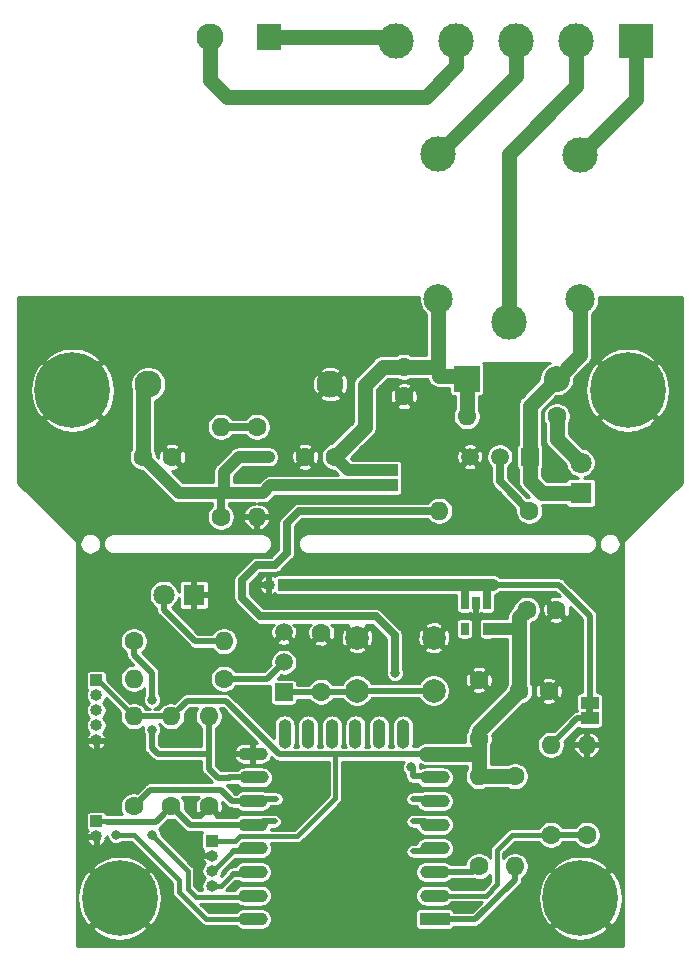
<source format=gbr>
%TF.GenerationSoftware,KiCad,Pcbnew,(5.1.5)-3*%
%TF.CreationDate,2020-12-06T12:17:53+01:00*%
%TF.ProjectId,cece-pcb,63656365-2d70-4636-922e-6b696361645f,rev?*%
%TF.SameCoordinates,Original*%
%TF.FileFunction,Copper,L1,Top*%
%TF.FilePolarity,Positive*%
%FSLAX46Y46*%
G04 Gerber Fmt 4.6, Leading zero omitted, Abs format (unit mm)*
G04 Created by KiCad (PCBNEW (5.1.5)-3) date 2020-12-06 12:17:53*
%MOMM*%
%LPD*%
G04 APERTURE LIST*
%TA.AperFunction,EtchedComponent*%
%ADD10C,0.100000*%
%TD*%
%TA.AperFunction,SMDPad,CuDef*%
%ADD11R,1.500000X1.000000*%
%TD*%
%TA.AperFunction,ComponentPad*%
%ADD12C,3.000000*%
%TD*%
%TA.AperFunction,ComponentPad*%
%ADD13R,3.000000X3.000000*%
%TD*%
%TA.AperFunction,ComponentPad*%
%ADD14C,1.800000*%
%TD*%
%TA.AperFunction,ComponentPad*%
%ADD15R,1.800000X1.800000*%
%TD*%
%TA.AperFunction,ComponentPad*%
%ADD16C,1.600000*%
%TD*%
%TA.AperFunction,ComponentPad*%
%ADD17O,1.000000X1.000000*%
%TD*%
%TA.AperFunction,ComponentPad*%
%ADD18R,1.000000X1.000000*%
%TD*%
%TA.AperFunction,ComponentPad*%
%ADD19O,1.600000X1.600000*%
%TD*%
%TA.AperFunction,ComponentPad*%
%ADD20O,1.100000X2.500000*%
%TD*%
%TA.AperFunction,ComponentPad*%
%ADD21O,2.500000X1.100000*%
%TD*%
%TA.AperFunction,ComponentPad*%
%ADD22R,2.500000X1.100000*%
%TD*%
%TA.AperFunction,Conductor*%
%ADD23C,0.500000*%
%TD*%
%TA.AperFunction,ComponentPad*%
%ADD24O,2.200000X2.200000*%
%TD*%
%TA.AperFunction,ComponentPad*%
%ADD25R,2.200000X2.200000*%
%TD*%
%TA.AperFunction,ComponentPad*%
%ADD26C,6.400000*%
%TD*%
%TA.AperFunction,ComponentPad*%
%ADD27C,2.500000*%
%TD*%
%TA.AperFunction,ComponentPad*%
%ADD28C,2.300000*%
%TD*%
%TA.AperFunction,ComponentPad*%
%ADD29R,2.000000X2.300000*%
%TD*%
%TA.AperFunction,ComponentPad*%
%ADD30C,1.500000*%
%TD*%
%TA.AperFunction,ComponentPad*%
%ADD31R,1.500000X1.500000*%
%TD*%
%TA.AperFunction,ComponentPad*%
%ADD32C,2.000000*%
%TD*%
%TA.AperFunction,SMDPad,CuDef*%
%ADD33R,0.650000X1.060000*%
%TD*%
%TA.AperFunction,ViaPad*%
%ADD34C,0.800000*%
%TD*%
%TA.AperFunction,Conductor*%
%ADD35C,0.508000*%
%TD*%
%TA.AperFunction,Conductor*%
%ADD36C,1.270000*%
%TD*%
%TA.AperFunction,Conductor*%
%ADD37C,0.381000*%
%TD*%
%TA.AperFunction,Conductor*%
%ADD38C,1.016000*%
%TD*%
%TA.AperFunction,Conductor*%
%ADD39C,0.635000*%
%TD*%
%TA.AperFunction,Conductor*%
%ADD40C,0.762000*%
%TD*%
%TA.AperFunction,Conductor*%
%ADD41C,0.254000*%
%TD*%
G04 APERTURE END LIST*
D10*
%TO.C,JP2*%
G36*
X162098000Y-93872000D02*
G01*
X162098000Y-94372000D01*
X161498000Y-94372000D01*
X161498000Y-93872000D01*
X162098000Y-93872000D01*
G37*
%TO.C,NT9*%
G36*
X134255000Y-101350000D02*
G01*
X135255000Y-101350000D01*
X135255000Y-101850000D01*
X134255000Y-101850000D01*
X134255000Y-101350000D01*
G37*
%TO.C,NT8*%
G36*
X134120000Y-103255000D02*
G01*
X135120000Y-103255000D01*
X135120000Y-103755000D01*
X134120000Y-103755000D01*
X134120000Y-103255000D01*
G37*
%TO.C,NT7*%
G36*
X132580000Y-106295000D02*
G01*
X131580000Y-106295000D01*
X131580000Y-105795000D01*
X132580000Y-105795000D01*
X132580000Y-106295000D01*
G37*
%TO.C,NT6*%
G36*
X132580000Y-108200000D02*
G01*
X131580000Y-108200000D01*
X131580000Y-107700000D01*
X132580000Y-107700000D01*
X132580000Y-108200000D01*
G37*
%TO.C,NT5*%
G36*
X128532000Y-97540000D02*
G01*
X129532000Y-97540000D01*
X129532000Y-98040000D01*
X128532000Y-98040000D01*
X128532000Y-97540000D01*
G37*
%TO.C,NT4*%
G36*
X146820000Y-99445000D02*
G01*
X147820000Y-99445000D01*
X147820000Y-99945000D01*
X146820000Y-99945000D01*
X146820000Y-99445000D01*
G37*
%TO.C,NT3*%
G36*
X146820000Y-101350000D02*
G01*
X147820000Y-101350000D01*
X147820000Y-101850000D01*
X146820000Y-101850000D01*
X146820000Y-101350000D01*
G37*
%TO.C,NT2*%
G36*
X146820000Y-103255000D02*
G01*
X147820000Y-103255000D01*
X147820000Y-103755000D01*
X146820000Y-103755000D01*
X146820000Y-103255000D01*
G37*
%TO.C,NT1*%
G36*
X146820000Y-105795000D02*
G01*
X147820000Y-105795000D01*
X147820000Y-106295000D01*
X146820000Y-106295000D01*
X146820000Y-105795000D01*
G37*
%TD*%
D11*
%TO.P,JP3,1*%
%TO.N,+5V*%
X144780000Y-75072000D03*
%TO.P,JP3,2*%
%TO.N,+BATT*%
X144780000Y-73772000D03*
%TD*%
D12*
%TO.P,J4,5*%
%TO.N,/ACL*%
X145415000Y-37465000D03*
%TO.P,J4,4*%
%TO.N,/ACN*%
X150495000Y-37465000D03*
D13*
%TO.P,J4,1*%
%TO.N,/NO*%
X165735000Y-37465000D03*
D12*
%TO.P,J4,3*%
%TO.N,/NC*%
X155575000Y-37465000D03*
%TO.P,J4,2*%
%TO.N,/C*%
X160655000Y-37465000D03*
%TD*%
D14*
%TO.P,D1,2*%
%TO.N,Net-(D1-Pad2)*%
X125730000Y-84328000D03*
D15*
%TO.P,D1,1*%
%TO.N,GND*%
X128270000Y-84328000D03*
%TD*%
D14*
%TO.P,D3,2*%
%TO.N,Net-(D3-Pad2)*%
X161036000Y-73152000D03*
D15*
%TO.P,D3,1*%
%TO.N,Net-(D2-Pad2)*%
X161036000Y-75692000D03*
%TD*%
D16*
%TO.P,C6,2*%
%TO.N,GND*%
X137708000Y-72644000D03*
%TO.P,C6,1*%
%TO.N,+BATT*%
X140208000Y-72644000D03*
%TD*%
D11*
%TO.P,JP2,2*%
%TO.N,/ESP-12_common/A0*%
X161798000Y-94772000D03*
%TO.P,JP2,1*%
%TO.N,+BATT*%
X161798000Y-93472000D03*
%TD*%
D17*
%TO.P,J2,4*%
%TO.N,/HTU_SCL*%
X129794000Y-108966000D03*
%TO.P,J2,3*%
%TO.N,/HTU_SDA*%
X129794000Y-107696000D03*
%TO.P,J2,2*%
%TO.N,GND*%
X129794000Y-106426000D03*
D18*
%TO.P,J2,1*%
%TO.N,+3V3*%
X129794000Y-105156000D03*
%TD*%
D19*
%TO.P,R8,2*%
%TO.N,/ESP-12_common/GPIO15*%
X129540000Y-94615000D03*
D16*
%TO.P,R8,1*%
%TO.N,GND*%
X129540000Y-102235000D03*
%TD*%
D20*
%TO.P,U1,22*%
%TO.N,N/C*%
X135965000Y-96090000D03*
%TO.P,U1,21*%
X137965000Y-96090000D03*
%TO.P,U1,20*%
X139965000Y-96090000D03*
%TO.P,U1,19*%
X141965000Y-96090000D03*
%TO.P,U1,18*%
X143965000Y-96090000D03*
%TO.P,U1,17*%
X145965000Y-96090000D03*
D21*
%TO.P,U1,16*%
%TO.N,/TX*%
X133255000Y-111790000D03*
%TO.P,U1,15*%
%TO.N,/RX*%
X133255000Y-109790000D03*
%TO.P,U1,14*%
%TO.N,/ESP-12_common/GPIO5*%
X133255000Y-107790000D03*
%TO.P,U1,13*%
%TO.N,/ESP-12_common/GPIO4*%
X133255000Y-105790000D03*
%TO.P,U1,12*%
%TO.N,/ESP-12_common/GPIO0*%
X133255000Y-103790000D03*
%TO.P,U1,11*%
%TO.N,/ESP-12_common/GPIO2*%
X133255000Y-101790000D03*
%TO.P,U1,10*%
%TO.N,/ESP-12_common/GPIO15*%
X133355000Y-99790000D03*
%TO.P,U1,9*%
%TO.N,GND*%
X133255000Y-97790000D03*
%TO.P,U1,8*%
%TO.N,+3V3*%
X148655000Y-97790000D03*
%TO.P,U1,7*%
%TO.N,/ESP-12_common/GPIO13*%
X148655000Y-99790000D03*
%TO.P,U1,6*%
%TO.N,/ESP-12_common/GPIO12*%
X148655000Y-101790000D03*
%TO.P,U1,5*%
%TO.N,/ESP-12_common/GPIO14*%
X148655000Y-103790000D03*
%TO.P,U1,4*%
%TO.N,/ESP-12_common/GPIO16*%
X148655000Y-105790000D03*
%TO.P,U1,3*%
%TO.N,/ESP-12_common/EN*%
X148655000Y-107790000D03*
%TO.P,U1,2*%
%TO.N,/ESP-12_common/ADC*%
X148655000Y-109790000D03*
D22*
%TO.P,U1,1*%
%TO.N,/ESP-12_common/RST*%
X148655000Y-111790000D03*
%TD*%
D23*
%TO.N,N/C*%
%TO.C,NT9*%
X135255000Y-101600000D03*
%TO.N,/ESP-12_common/GPIO2*%
X134255000Y-101600000D03*
%TD*%
%TO.N,N/C*%
%TO.C,NT8*%
X135120000Y-103505000D03*
%TO.N,/ESP-12_common/GPIO0*%
X134120000Y-103505000D03*
%TD*%
%TO.N,/HTU_SDA*%
%TO.C,NT7*%
X131580000Y-106045000D03*
%TO.N,/ESP-12_common/GPIO4*%
X132580000Y-106045000D03*
%TD*%
%TO.N,/HTU_SCL*%
%TO.C,NT6*%
X131580000Y-107950000D03*
%TO.N,/ESP-12_common/GPIO5*%
X132580000Y-107950000D03*
%TD*%
%TO.N,/ESP-12_common/GPIO15*%
%TO.C,NT5*%
X129532000Y-97790000D03*
%TO.N,/ESP-12_common/D8*%
X128532000Y-97790000D03*
%TD*%
%TO.N,/ESP-12_common/GPIO13*%
%TO.C,NT4*%
X147820000Y-99695000D03*
%TO.N,/RLY*%
X146820000Y-99695000D03*
%TD*%
%TO.N,/ESP-12_common/GPIO12*%
%TO.C,NT3*%
X147820000Y-101600000D03*
%TO.N,N/C*%
X146820000Y-101600000D03*
%TD*%
%TO.N,/ESP-12_common/GPIO14*%
%TO.C,NT2*%
X147820000Y-103505000D03*
%TO.N,N/C*%
X146820000Y-103505000D03*
%TD*%
%TO.N,/ESP-12_common/GPIO16*%
%TO.C,NT1*%
X147820000Y-106045000D03*
%TO.N,N/C*%
X146820000Y-106045000D03*
%TD*%
D16*
%TO.P,C1,2*%
%TO.N,GND*%
X139065000Y-87525000D03*
%TO.P,C1,1*%
%TO.N,/ESP-12_common/RST*%
X139065000Y-92525000D03*
%TD*%
%TO.P,C2,2*%
%TO.N,GND*%
X158964000Y-85598000D03*
%TO.P,C2,1*%
%TO.N,+3V3*%
X156464000Y-85598000D03*
%TD*%
%TO.P,C3,1*%
%TO.N,+3V3*%
X155829000Y-92456000D03*
%TO.P,C3,2*%
%TO.N,GND*%
X158329000Y-92456000D03*
%TD*%
%TO.P,C4,1*%
%TO.N,+3V3*%
X152400000Y-96520000D03*
%TO.P,C4,2*%
%TO.N,GND*%
X152400000Y-91520000D03*
%TD*%
%TO.P,C5,1*%
%TO.N,+5V*%
X123952000Y-72644000D03*
%TO.P,C5,2*%
%TO.N,GND*%
X126452000Y-72644000D03*
%TD*%
%TO.P,C7,2*%
%TO.N,GND*%
X146050000Y-67524000D03*
%TO.P,C7,1*%
%TO.N,+BATT*%
X146050000Y-65024000D03*
%TD*%
D24*
%TO.P,D2,2*%
%TO.N,Net-(D2-Pad2)*%
X159004000Y-66040000D03*
D25*
%TO.P,D2,1*%
%TO.N,+BATT*%
X151384000Y-66040000D03*
%TD*%
D26*
%TO.P,H1,1*%
%TO.N,GND*%
X118000000Y-67000000D03*
%TD*%
%TO.P,H2,1*%
%TO.N,GND*%
X122000000Y-110000000D03*
%TD*%
%TO.P,H3,1*%
%TO.N,GND*%
X165000000Y-67000000D03*
%TD*%
%TO.P,H4,1*%
%TO.N,GND*%
X161000000Y-110000000D03*
%TD*%
D18*
%TO.P,J1,1*%
%TO.N,+3V3*%
X120015000Y-91567000D03*
D17*
%TO.P,J1,2*%
%TO.N,/DTR*%
X120015000Y-92837000D03*
%TO.P,J1,3*%
%TO.N,/RX*%
X120015000Y-94107000D03*
%TO.P,J1,4*%
%TO.N,/TX*%
X120015000Y-95377000D03*
%TO.P,J1,5*%
%TO.N,GND*%
X120015000Y-96647000D03*
%TD*%
D18*
%TO.P,J3,1*%
%TO.N,+BATT*%
X135890000Y-83470000D03*
D17*
%TO.P,J3,2*%
%TO.N,GND*%
X134620000Y-83470000D03*
%TD*%
D18*
%TO.P,JP11,1*%
%TO.N,/ESP-12_common/GPIO0*%
X120015000Y-103505000D03*
D17*
%TO.P,JP11,2*%
%TO.N,GND*%
X120015000Y-104775000D03*
%TD*%
D12*
%TO.P,K1,1*%
%TO.N,/C*%
X154940000Y-61214000D03*
D27*
%TO.P,K1,5*%
%TO.N,+BATT*%
X148990000Y-59264000D03*
D12*
%TO.P,K1,4*%
%TO.N,/NC*%
X148940000Y-47014000D03*
%TO.P,K1,3*%
%TO.N,/NO*%
X160990000Y-47064000D03*
D27*
%TO.P,K1,2*%
%TO.N,Net-(D2-Pad2)*%
X160990000Y-59264000D03*
%TD*%
D28*
%TO.P,PS1,4*%
%TO.N,+5V*%
X124420000Y-66484000D03*
%TO.P,PS1,2*%
%TO.N,/ACN*%
X129620000Y-37084000D03*
D29*
%TO.P,PS1,1*%
%TO.N,/ACL*%
X134620000Y-37084000D03*
D28*
%TO.P,PS1,3*%
%TO.N,GND*%
X139820000Y-66484000D03*
%TD*%
D30*
%TO.P,Q1,2*%
%TO.N,Net-(Q1-Pad2)*%
X135890000Y-90035000D03*
%TO.P,Q1,3*%
%TO.N,GND*%
X135890000Y-87495000D03*
D31*
%TO.P,Q1,1*%
%TO.N,/ESP-12_common/RST*%
X135890000Y-92575000D03*
%TD*%
D30*
%TO.P,Q2,2*%
%TO.N,Net-(Q2-Pad2)*%
X154178000Y-72644000D03*
%TO.P,Q2,3*%
%TO.N,GND*%
X151638000Y-72644000D03*
D31*
%TO.P,Q2,1*%
%TO.N,Net-(D2-Pad2)*%
X156718000Y-72644000D03*
%TD*%
D16*
%TO.P,R1,1*%
%TO.N,/ESP-12_common/ADC*%
X158496000Y-104648000D03*
D19*
%TO.P,R1,2*%
%TO.N,/ESP-12_common/A0*%
X158496000Y-97028000D03*
%TD*%
%TO.P,R2,2*%
%TO.N,GND*%
X161544000Y-97028000D03*
D16*
%TO.P,R2,1*%
%TO.N,/ESP-12_common/ADC*%
X161544000Y-104648000D03*
%TD*%
%TO.P,R3,1*%
%TO.N,Net-(Q1-Pad2)*%
X130810000Y-91440000D03*
D19*
%TO.P,R3,2*%
%TO.N,/DTR*%
X123190000Y-91440000D03*
%TD*%
%TO.P,R4,2*%
%TO.N,/ESP-12_common/RST*%
X155448000Y-107315000D03*
D16*
%TO.P,R4,1*%
%TO.N,+3V3*%
X155448000Y-99695000D03*
%TD*%
%TO.P,R5,1*%
%TO.N,/ESP-12_common/EN*%
X152400000Y-107315000D03*
D19*
%TO.P,R5,2*%
%TO.N,+3V3*%
X152400000Y-99695000D03*
%TD*%
D16*
%TO.P,R6,1*%
%TO.N,/ESP-12_common/GPIO0*%
X126365000Y-102235000D03*
D19*
%TO.P,R6,2*%
%TO.N,+3V3*%
X126365000Y-94615000D03*
%TD*%
D16*
%TO.P,R7,1*%
%TO.N,/ESP-12_common/GPIO2*%
X123190000Y-102235000D03*
D19*
%TO.P,R7,2*%
%TO.N,+3V3*%
X123190000Y-94615000D03*
%TD*%
D16*
%TO.P,R9,1*%
%TO.N,+5V*%
X130556000Y-77724000D03*
D19*
%TO.P,R9,2*%
%TO.N,Net-(R10-Pad1)*%
X130556000Y-70104000D03*
%TD*%
%TO.P,R10,2*%
%TO.N,GND*%
X133604000Y-77724000D03*
D16*
%TO.P,R10,1*%
%TO.N,Net-(R10-Pad1)*%
X133604000Y-70104000D03*
%TD*%
%TO.P,R11,1*%
%TO.N,Net-(Q2-Pad2)*%
X156668000Y-77216000D03*
D19*
%TO.P,R11,2*%
%TO.N,/RLY*%
X149048000Y-77216000D03*
%TD*%
D16*
%TO.P,R13,1*%
%TO.N,/ESP-12_common/D8*%
X123190000Y-88265000D03*
D19*
%TO.P,R13,2*%
%TO.N,Net-(D1-Pad2)*%
X130810000Y-88265000D03*
%TD*%
D16*
%TO.P,R14,1*%
%TO.N,Net-(D3-Pad2)*%
X159004000Y-69215000D03*
D19*
%TO.P,R14,2*%
%TO.N,+BATT*%
X151384000Y-69215000D03*
%TD*%
D32*
%TO.P,SW1,2*%
%TO.N,GND*%
X148590000Y-87956000D03*
%TO.P,SW1,1*%
%TO.N,/ESP-12_common/RST*%
X148590000Y-92456000D03*
%TO.P,SW1,2*%
%TO.N,GND*%
X142090000Y-87956000D03*
%TO.P,SW1,1*%
%TO.N,/ESP-12_common/RST*%
X142090000Y-92456000D03*
%TD*%
D33*
%TO.P,U3,5*%
%TO.N,+3V3*%
X153096000Y-87206000D03*
%TO.P,U3,4*%
%TO.N,N/C*%
X151196000Y-87206000D03*
%TO.P,U3,3*%
%TO.N,+BATT*%
X151196000Y-85006000D03*
%TO.P,U3,2*%
%TO.N,GND*%
X152146000Y-85006000D03*
%TO.P,U3,1*%
%TO.N,+BATT*%
X153096000Y-85006000D03*
%TD*%
D34*
%TO.N,GND*%
X137795000Y-81915000D03*
X157480000Y-100330000D03*
X157480000Y-101600000D03*
X157480000Y-99060000D03*
X154940000Y-101600000D03*
X156210000Y-101600000D03*
X152400000Y-101600000D03*
X153670000Y-101600000D03*
X128270000Y-96520000D03*
X127000000Y-96520000D03*
X125730000Y-96520000D03*
X128270000Y-91440000D03*
X127000000Y-91440000D03*
X125730000Y-91440000D03*
X125730000Y-92710000D03*
X148590000Y-95250000D03*
X156210000Y-97790000D03*
X154940000Y-97790000D03*
X154940000Y-96520000D03*
X134620000Y-95250000D03*
X133350000Y-93980000D03*
X132080000Y-92710000D03*
X135890000Y-99060000D03*
X137160000Y-99060000D03*
X138430000Y-99060000D03*
X138430000Y-100330000D03*
X138430000Y-101600000D03*
X137160000Y-102870000D03*
X130810000Y-97790000D03*
X130810000Y-96520000D03*
X135890000Y-106680000D03*
X137160000Y-106680000D03*
X138430000Y-105410000D03*
X139700000Y-104140000D03*
X140970000Y-102870000D03*
X142240000Y-101600000D03*
X142240000Y-100330000D03*
X142240000Y-99060000D03*
X143510000Y-99060000D03*
X144780000Y-99060000D03*
X135890000Y-100330000D03*
X137160000Y-100330000D03*
X137160000Y-101600000D03*
X156210000Y-96520000D03*
X137795000Y-85090000D03*
X139065000Y-81915000D03*
X139065000Y-85090000D03*
X140335000Y-81915000D03*
X140335000Y-85090000D03*
X141605000Y-81915000D03*
X141605000Y-85090000D03*
X142875000Y-81915000D03*
X142875000Y-85090000D03*
X144145000Y-85090000D03*
X144145000Y-81915000D03*
X146685000Y-81915000D03*
X145415000Y-85090000D03*
X146685000Y-85090000D03*
X145415000Y-81915000D03*
X147955000Y-85090000D03*
X147955000Y-81915000D03*
X149225000Y-81915000D03*
X151765000Y-81915000D03*
X155575000Y-81915000D03*
X159385000Y-81915000D03*
X158115000Y-81915000D03*
X153035000Y-81915000D03*
X150495000Y-81915000D03*
X156845000Y-81915000D03*
X154305000Y-81915000D03*
X160655000Y-81915000D03*
X161925000Y-81915000D03*
X163195000Y-81915000D03*
X163830000Y-106045000D03*
X163830000Y-89535000D03*
X163830000Y-102235000D03*
X163830000Y-86995000D03*
X163830000Y-98425000D03*
X163830000Y-90805000D03*
X163830000Y-99695000D03*
X163830000Y-94615000D03*
X163830000Y-83185000D03*
X163830000Y-97155000D03*
X163830000Y-88265000D03*
X163830000Y-92075000D03*
X163830000Y-84455000D03*
X163830000Y-104775000D03*
X163830000Y-95885000D03*
X163830000Y-85725000D03*
X163830000Y-100965000D03*
X163830000Y-93345000D03*
X163830000Y-103505000D03*
X118745000Y-81915000D03*
X121285000Y-81915000D03*
X125095000Y-81915000D03*
X128905000Y-81915000D03*
X127635000Y-81915000D03*
X130175000Y-81915000D03*
X122555000Y-81915000D03*
X131445000Y-81915000D03*
X120015000Y-81915000D03*
X126365000Y-81915000D03*
X123825000Y-81915000D03*
X125095000Y-78105000D03*
X126365000Y-78105000D03*
X127635000Y-78105000D03*
X118745000Y-78105000D03*
X121285000Y-78105000D03*
X120015000Y-78105000D03*
X123825000Y-78105000D03*
X122555000Y-78105000D03*
X114300000Y-59690000D03*
X116840000Y-59690000D03*
X133350000Y-59690000D03*
X120650000Y-59690000D03*
X135890000Y-59690000D03*
X124460000Y-59690000D03*
X132080000Y-59690000D03*
X123190000Y-59690000D03*
X128270000Y-59690000D03*
X139700000Y-59690000D03*
X125730000Y-59690000D03*
X134620000Y-59690000D03*
X130810000Y-59690000D03*
X138430000Y-59690000D03*
X118110000Y-59690000D03*
X127000000Y-59690000D03*
X115570000Y-59690000D03*
X137160000Y-59690000D03*
X121920000Y-59690000D03*
X129540000Y-59690000D03*
X119380000Y-59690000D03*
X143510000Y-59690000D03*
X146050000Y-59690000D03*
X140970000Y-59690000D03*
X142240000Y-59690000D03*
X144780000Y-59690000D03*
X165100000Y-78105000D03*
X158750000Y-78105000D03*
X163830000Y-78105000D03*
X160020000Y-78105000D03*
X161290000Y-78105000D03*
X162560000Y-78105000D03*
X127000000Y-99695000D03*
X125730000Y-99695000D03*
X128270000Y-99695000D03*
X126365000Y-104775000D03*
X149352000Y-85090000D03*
X163830000Y-59690000D03*
X166370000Y-59690000D03*
X165100000Y-59690000D03*
X167640000Y-59690000D03*
X168910000Y-59690000D03*
X146685000Y-74930000D03*
X147955000Y-73660000D03*
X147955000Y-74930000D03*
X149225000Y-74930000D03*
X146685000Y-73660000D03*
X149225000Y-73660000D03*
%TO.N,+5V*%
X130810000Y-75692000D03*
X134620000Y-72644000D03*
%TO.N,/RX*%
X124714000Y-104648000D03*
%TO.N,/TX*%
X121666000Y-104648000D03*
%TO.N,/RLY*%
X146685000Y-98933000D03*
X145288000Y-90932000D03*
%TO.N,/ESP-12_common/D8*%
X124714000Y-93218000D03*
X124714000Y-95758000D03*
%TD*%
D35*
%TO.N,/ESP-12_common/RST*%
X139015000Y-92575000D02*
X139065000Y-92525000D01*
X135890000Y-92575000D02*
X139015000Y-92575000D01*
X141640000Y-92525000D02*
X142090000Y-92075000D01*
X139065000Y-92525000D02*
X141640000Y-92525000D01*
X155448000Y-108446370D02*
X155448000Y-107315000D01*
X152104370Y-111790000D02*
X155448000Y-108446370D01*
X147955000Y-111790000D02*
X152104370Y-111790000D01*
X148590000Y-92456000D02*
X142090000Y-92456000D01*
%TO.N,+3V3*%
X123190000Y-94615000D02*
X126365000Y-94615000D01*
X147950990Y-97794010D02*
X147955000Y-97790000D01*
D36*
X152400000Y-99695000D02*
X155448000Y-99695000D01*
X147955000Y-97790000D02*
X152400000Y-97790000D01*
X152400000Y-99695000D02*
X152400000Y-97790000D01*
X152400000Y-97790000D02*
X152400000Y-96520000D01*
X152400000Y-95885000D02*
X155829000Y-92456000D01*
X152400000Y-96520000D02*
X152400000Y-95885000D01*
D35*
X127673001Y-93306999D02*
X127164999Y-93815001D01*
X130985747Y-93306999D02*
X127673001Y-93306999D01*
X135526758Y-97848010D02*
X130985747Y-93306999D01*
X146484158Y-97790000D02*
X146426148Y-97848010D01*
X127164999Y-93815001D02*
X126365000Y-94615000D01*
X147955000Y-97790000D02*
X146484158Y-97790000D01*
D37*
X129540000Y-105156000D02*
X131782551Y-105156000D01*
X131782551Y-105156000D02*
X132154041Y-104784510D01*
X140266010Y-97848010D02*
X140266010Y-101541990D01*
D35*
X140266010Y-97848010D02*
X135526758Y-97848010D01*
X146426148Y-97848010D02*
X140266010Y-97848010D01*
D37*
X137023490Y-104784510D02*
X132154041Y-104784510D01*
X140266010Y-101541990D02*
X137023490Y-104784510D01*
X120142000Y-91567000D02*
X120015000Y-91567000D01*
X123190000Y-94615000D02*
X120142000Y-91567000D01*
D38*
X155829000Y-87249000D02*
X155786000Y-87206000D01*
X155786000Y-87206000D02*
X153416000Y-87206000D01*
D36*
X155829000Y-92456000D02*
X155829000Y-87249000D01*
X155829000Y-87249000D02*
X155829000Y-86233000D01*
X155829000Y-86233000D02*
X156464000Y-85598000D01*
%TO.N,+5V*%
X123952000Y-66952000D02*
X124420000Y-66484000D01*
X123952000Y-72644000D02*
X123952000Y-66952000D01*
D39*
X130556000Y-75946000D02*
X130810000Y-75692000D01*
X130556000Y-77724000D02*
X130556000Y-75946000D01*
D38*
X134620000Y-72644000D02*
X132080000Y-72644000D01*
X130810000Y-73914000D02*
X130810000Y-75692000D01*
X132080000Y-72644000D02*
X130810000Y-73914000D01*
X127000000Y-75692000D02*
X130810000Y-75692000D01*
X123952000Y-72644000D02*
X127000000Y-75692000D01*
X134142000Y-75692000D02*
X130810000Y-75692000D01*
X134762000Y-75072000D02*
X134142000Y-75692000D01*
X144780000Y-75072000D02*
X134762000Y-75072000D01*
D35*
%TO.N,+BATT*%
X161798000Y-86106000D02*
X161798000Y-93472000D01*
D36*
X148990000Y-62084000D02*
X148990000Y-59264000D01*
X148990000Y-64878000D02*
X148844000Y-65024000D01*
X148990000Y-64878000D02*
X148990000Y-62084000D01*
X148844000Y-65024000D02*
X146050000Y-65024000D01*
X146050000Y-65024000D02*
X144272000Y-65024000D01*
X140208000Y-72644000D02*
X142748000Y-70104000D01*
X142748000Y-66548000D02*
X144272000Y-65024000D01*
X142748000Y-70104000D02*
X142748000Y-66548000D01*
X151384000Y-69088000D02*
X151384000Y-65786000D01*
X149014000Y-65786000D02*
X148990000Y-64878000D01*
X151384000Y-65786000D02*
X149014000Y-65786000D01*
D39*
X151196000Y-83500000D02*
X151196000Y-85006000D01*
X151226000Y-83470000D02*
X151196000Y-83500000D01*
D38*
X135890000Y-83470000D02*
X151226000Y-83470000D01*
D35*
X159162000Y-83470000D02*
X159512000Y-83820000D01*
X152582602Y-83470000D02*
X159162000Y-83470000D01*
X161798000Y-86106000D02*
X159512000Y-83820000D01*
D38*
X153066000Y-83470000D02*
X153609398Y-83470000D01*
X151226000Y-83470000D02*
X153066000Y-83470000D01*
D39*
X153096000Y-83500000D02*
X153066000Y-83470000D01*
X153096000Y-85006000D02*
X153096000Y-83500000D01*
D38*
X141336000Y-73772000D02*
X140208000Y-72644000D01*
X144780000Y-73772000D02*
X141336000Y-73772000D01*
D35*
%TO.N,Net-(D1-Pad2)*%
X128394208Y-88265000D02*
X129678630Y-88265000D01*
X125730000Y-85600792D02*
X128394208Y-88265000D01*
X129678630Y-88265000D02*
X130810000Y-88265000D01*
X125730000Y-84328000D02*
X125730000Y-85600792D01*
D36*
%TO.N,Net-(D2-Pad2)*%
X160990000Y-64054000D02*
X159004000Y-66040000D01*
X160990000Y-59264000D02*
X160990000Y-64054000D01*
X161036000Y-75692000D02*
X159004000Y-75692000D01*
X156718000Y-70624000D02*
X156718000Y-68326000D01*
X156718000Y-72644000D02*
X156718000Y-70624000D01*
X156718000Y-68326000D02*
X159004000Y-66040000D01*
X157746000Y-75692000D02*
X159004000Y-75692000D01*
X156718000Y-74664000D02*
X157746000Y-75692000D01*
X156718000Y-72644000D02*
X156718000Y-74664000D01*
%TO.N,Net-(D3-Pad2)*%
X159004000Y-71120000D02*
X161036000Y-73152000D01*
X159004000Y-69088000D02*
X159004000Y-71120000D01*
D37*
%TO.N,/RX*%
X133955000Y-109790000D02*
X133763000Y-109982000D01*
X133834499Y-109910501D02*
X133955000Y-109790000D01*
X128452501Y-109910501D02*
X133834499Y-109910501D01*
X127762000Y-109220000D02*
X128452501Y-109910501D01*
X127762000Y-107696000D02*
X127762000Y-109220000D01*
X124714000Y-104648000D02*
X127762000Y-107696000D01*
%TO.N,/TX*%
X129510328Y-111790000D02*
X133955000Y-111790000D01*
X123190000Y-104648000D02*
X127000000Y-108458000D01*
X121666000Y-104648000D02*
X123190000Y-104648000D01*
X129316000Y-111790000D02*
X129510328Y-111790000D01*
X127000000Y-108458000D02*
X127000000Y-109474000D01*
X127000000Y-109474000D02*
X129316000Y-111790000D01*
%TO.N,/HTU_SDA*%
X129929000Y-107696000D02*
X129794000Y-107696000D01*
X131580000Y-106045000D02*
X129929000Y-107696000D01*
%TO.N,/HTU_SCL*%
X130544490Y-108966000D02*
X131560490Y-107950000D01*
X129794000Y-108966000D02*
X130544490Y-108966000D01*
D36*
%TO.N,/NO*%
X165735000Y-42319000D02*
X160990000Y-47064000D01*
X165735000Y-37465000D02*
X165735000Y-42319000D01*
%TO.N,/C*%
X160655000Y-37465000D02*
X160655000Y-41275000D01*
X154940000Y-46990000D02*
X154940000Y-61214000D01*
X160655000Y-41275000D02*
X154940000Y-46990000D01*
%TO.N,/NC*%
X155575000Y-40379000D02*
X148940000Y-47014000D01*
X155575000Y-37465000D02*
X155575000Y-40379000D01*
D35*
%TO.N,/RLY*%
X146820000Y-99695000D02*
X146820000Y-99068000D01*
X146820000Y-99068000D02*
X146685000Y-98933000D01*
D39*
X143684499Y-86153499D02*
X145288000Y-87757000D01*
X132334000Y-84582000D02*
X133905499Y-86153499D01*
X132334000Y-83058000D02*
X132334000Y-84582000D01*
X133604000Y-81788000D02*
X132334000Y-83058000D01*
X133905499Y-86153499D02*
X143684499Y-86153499D01*
X136144000Y-80772000D02*
X135128000Y-81788000D01*
X145288000Y-87757000D02*
X145288000Y-90932000D01*
X136144000Y-78232000D02*
X136144000Y-80772000D01*
X135128000Y-81788000D02*
X133604000Y-81788000D01*
X137160000Y-77216000D02*
X136144000Y-78232000D01*
X137160000Y-77216000D02*
X149048000Y-77216000D01*
D35*
%TO.N,/ESP-12_common/D8*%
X124714000Y-90920370D02*
X124714000Y-92652315D01*
X124714000Y-92652315D02*
X124714000Y-93218000D01*
X123190000Y-89396370D02*
X124714000Y-90920370D01*
X123190000Y-88265000D02*
X123190000Y-89396370D01*
X125222000Y-97790000D02*
X128532000Y-97790000D01*
X124714000Y-95758000D02*
X124714000Y-97282000D01*
X124714000Y-97282000D02*
X125222000Y-97790000D01*
%TO.N,/ESP-12_common/GPIO15*%
X132313630Y-99790000D02*
X133955000Y-99790000D01*
X133955000Y-99790000D02*
X131271277Y-99790000D01*
X130964447Y-99814000D02*
X130956447Y-99822000D01*
X131318000Y-99814000D02*
X130964447Y-99814000D01*
X130956447Y-99822000D02*
X130302000Y-99822000D01*
X129540000Y-99060000D02*
X129540000Y-94615000D01*
X130302000Y-99822000D02*
X129540000Y-99060000D01*
%TO.N,/ESP-12_common/GPIO0*%
X126650000Y-102520000D02*
X126365000Y-102235000D01*
X133955000Y-103790000D02*
X132793078Y-103790000D01*
X127920000Y-103790000D02*
X126365000Y-102235000D01*
X133955000Y-103790000D02*
X127920000Y-103790000D01*
X125565001Y-103034999D02*
X126365000Y-102235000D01*
X125056999Y-103543001D02*
X125565001Y-103034999D01*
X120950001Y-103543001D02*
X125056999Y-103543001D01*
D37*
X120912000Y-103505000D02*
X120015000Y-103505000D01*
X120950001Y-103543001D02*
X120912000Y-103505000D01*
D35*
%TO.N,/ESP-12_common/GPIO2*%
X133955000Y-101790000D02*
X132270000Y-101790000D01*
X124587000Y-100838000D02*
X123190000Y-102235000D01*
X130556000Y-100838000D02*
X124587000Y-100838000D01*
X133955000Y-101790000D02*
X131508000Y-101790000D01*
X131508000Y-101790000D02*
X130556000Y-100838000D01*
%TO.N,Net-(Q1-Pad2)*%
X134485000Y-91440000D02*
X135890000Y-90035000D01*
X130810000Y-91440000D02*
X134485000Y-91440000D01*
D39*
%TO.N,Net-(Q2-Pad2)*%
X154178000Y-74726000D02*
X154178000Y-72644000D01*
X156668000Y-77216000D02*
X154178000Y-74726000D01*
D37*
%TO.N,/ESP-12_common/ADC*%
X155194000Y-104648000D02*
X158496000Y-104648000D01*
X153924000Y-105918000D02*
X155194000Y-104648000D01*
X153924000Y-108839000D02*
X153924000Y-105918000D01*
X147955000Y-109790000D02*
X152973000Y-109790000D01*
X152973000Y-109790000D02*
X153924000Y-108839000D01*
D35*
X158496000Y-104648000D02*
X161544000Y-104648000D01*
%TO.N,/ESP-12_common/A0*%
X160752000Y-94772000D02*
X158496000Y-97028000D01*
X161798000Y-94772000D02*
X160752000Y-94772000D01*
%TO.N,/ESP-12_common/EN*%
X151925000Y-107790000D02*
X152400000Y-107315000D01*
X147955000Y-107790000D02*
X151925000Y-107790000D01*
D40*
%TO.N,Net-(R10-Pad1)*%
X130810000Y-70358000D02*
X130556000Y-70104000D01*
D39*
X130556000Y-70104000D02*
X133604000Y-70104000D01*
D36*
%TO.N,/ACL*%
X145034000Y-37084000D02*
X145415000Y-37465000D01*
X134620000Y-37084000D02*
X145034000Y-37084000D01*
%TO.N,/ACN*%
X129620000Y-40720000D02*
X129620000Y-37084000D01*
X131064000Y-42164000D02*
X129620000Y-40720000D01*
X147917320Y-42164000D02*
X131064000Y-42164000D01*
X150495000Y-39586320D02*
X147917320Y-42164000D01*
X150495000Y-37465000D02*
X150495000Y-39586320D01*
%TD*%
D41*
%TO.N,GND*%
G36*
X126340506Y-76289742D02*
G01*
X126368341Y-76323659D01*
X126503709Y-76434753D01*
X126658149Y-76517303D01*
X126742862Y-76543000D01*
X126825725Y-76568136D01*
X126842325Y-76569771D01*
X126956333Y-76581000D01*
X126956340Y-76581000D01*
X127000000Y-76585300D01*
X127043660Y-76581000D01*
X129857501Y-76581000D01*
X129857501Y-76770347D01*
X129803157Y-76806658D01*
X129638658Y-76971157D01*
X129509412Y-77164587D01*
X129420386Y-77379515D01*
X129375000Y-77607682D01*
X129375000Y-77840318D01*
X129420386Y-78068485D01*
X129509412Y-78283413D01*
X129638658Y-78476843D01*
X129803157Y-78641342D01*
X129996587Y-78770588D01*
X130211515Y-78859614D01*
X130439682Y-78905000D01*
X130672318Y-78905000D01*
X130900485Y-78859614D01*
X131115413Y-78770588D01*
X131308843Y-78641342D01*
X131473342Y-78476843D01*
X131602588Y-78283413D01*
X131691614Y-78068485D01*
X131698649Y-78033115D01*
X132464165Y-78033115D01*
X132546372Y-78249546D01*
X132669223Y-78445781D01*
X132827997Y-78614278D01*
X133016592Y-78748562D01*
X133227761Y-78843473D01*
X133294886Y-78863829D01*
X133477000Y-78802297D01*
X133477000Y-77851000D01*
X133731000Y-77851000D01*
X133731000Y-78802297D01*
X133913114Y-78863829D01*
X133980239Y-78843473D01*
X134191408Y-78748562D01*
X134380003Y-78614278D01*
X134538777Y-78445781D01*
X134661628Y-78249546D01*
X134743835Y-78033115D01*
X134682908Y-77851000D01*
X133731000Y-77851000D01*
X133477000Y-77851000D01*
X132525092Y-77851000D01*
X132464165Y-78033115D01*
X131698649Y-78033115D01*
X131737000Y-77840318D01*
X131737000Y-77607682D01*
X131691614Y-77379515D01*
X131602588Y-77164587D01*
X131473342Y-76971157D01*
X131308843Y-76806658D01*
X131254500Y-76770347D01*
X131254500Y-76581000D01*
X133476998Y-76581000D01*
X133476998Y-76645702D01*
X133294886Y-76584171D01*
X133227761Y-76604527D01*
X133016592Y-76699438D01*
X132827997Y-76833722D01*
X132669223Y-77002219D01*
X132546372Y-77198454D01*
X132464165Y-77414885D01*
X132525092Y-77597000D01*
X133477000Y-77597000D01*
X133477000Y-77577000D01*
X133731000Y-77577000D01*
X133731000Y-77597000D01*
X134682908Y-77597000D01*
X134743835Y-77414885D01*
X134661628Y-77198454D01*
X134538777Y-77002219D01*
X134380003Y-76833722D01*
X134191408Y-76699438D01*
X133980239Y-76604527D01*
X133913114Y-76584171D01*
X133731002Y-76645702D01*
X133731002Y-76581000D01*
X134098340Y-76581000D01*
X134142000Y-76585300D01*
X134185660Y-76581000D01*
X134185667Y-76581000D01*
X134316274Y-76568136D01*
X134483851Y-76517303D01*
X134638291Y-76434753D01*
X134773659Y-76323659D01*
X134801499Y-76289736D01*
X135130235Y-75961000D01*
X144823667Y-75961000D01*
X144886178Y-75954843D01*
X145530000Y-75954843D01*
X145604689Y-75947487D01*
X145676508Y-75925701D01*
X145742696Y-75890322D01*
X145800711Y-75842711D01*
X145848322Y-75784696D01*
X145883701Y-75718508D01*
X145905487Y-75646689D01*
X145907426Y-75627000D01*
X154091173Y-75627000D01*
X155499751Y-77035579D01*
X155487000Y-77099682D01*
X155487000Y-77332318D01*
X155532386Y-77560485D01*
X155621412Y-77775413D01*
X155750658Y-77968843D01*
X155915157Y-78133342D01*
X156108587Y-78262588D01*
X156323515Y-78351614D01*
X156551682Y-78397000D01*
X156784318Y-78397000D01*
X157012485Y-78351614D01*
X157227413Y-78262588D01*
X157420843Y-78133342D01*
X157585342Y-77968843D01*
X157714588Y-77775413D01*
X157803614Y-77560485D01*
X157849000Y-77332318D01*
X157849000Y-77099682D01*
X157803614Y-76871515D01*
X157737576Y-76712085D01*
X157746000Y-76712915D01*
X157795902Y-76708000D01*
X159773045Y-76708000D01*
X159782299Y-76738508D01*
X159817678Y-76804696D01*
X159865289Y-76862711D01*
X159923304Y-76910322D01*
X159989492Y-76945701D01*
X160061311Y-76967487D01*
X160136000Y-76974843D01*
X161936000Y-76974843D01*
X162010689Y-76967487D01*
X162082508Y-76945701D01*
X162148696Y-76910322D01*
X162206711Y-76862711D01*
X162254322Y-76804696D01*
X162289701Y-76738508D01*
X162311487Y-76666689D01*
X162318843Y-76592000D01*
X162318843Y-75627000D01*
X164873000Y-75627000D01*
X164873000Y-79552831D01*
X164727024Y-79698807D01*
X164711526Y-79711526D01*
X164660790Y-79773348D01*
X164623090Y-79843880D01*
X164599875Y-79920411D01*
X164594000Y-79980060D01*
X164594000Y-79980067D01*
X164592037Y-80000000D01*
X164594000Y-80019933D01*
X164594001Y-109968790D01*
X164531944Y-109312011D01*
X164329858Y-108636183D01*
X163999809Y-108012765D01*
X163983943Y-107989019D01*
X163565224Y-107614382D01*
X161179605Y-110000000D01*
X163565224Y-112385618D01*
X163983943Y-112010981D01*
X164318930Y-111390202D01*
X164526373Y-110715998D01*
X164594001Y-110056212D01*
X164594001Y-114094000D01*
X118406000Y-114094000D01*
X118406000Y-112565224D01*
X119614382Y-112565224D01*
X119989019Y-112983943D01*
X120609798Y-113318930D01*
X121284002Y-113526373D01*
X121985721Y-113598299D01*
X122687989Y-113531944D01*
X123363817Y-113329858D01*
X123987235Y-112999809D01*
X124010981Y-112983943D01*
X124385618Y-112565224D01*
X122000000Y-110179605D01*
X119614382Y-112565224D01*
X118406000Y-112565224D01*
X118406000Y-110031219D01*
X118468056Y-110687989D01*
X118670142Y-111363817D01*
X119000191Y-111987235D01*
X119016057Y-112010981D01*
X119434776Y-112385618D01*
X121820395Y-110000000D01*
X122179605Y-110000000D01*
X124565224Y-112385618D01*
X124983943Y-112010981D01*
X125318930Y-111390202D01*
X125526373Y-110715998D01*
X125598299Y-110014279D01*
X125531944Y-109312011D01*
X125329858Y-108636183D01*
X124999809Y-108012765D01*
X124983943Y-107989019D01*
X124565224Y-107614382D01*
X122179605Y-110000000D01*
X121820395Y-110000000D01*
X119434776Y-107614382D01*
X119016057Y-107989019D01*
X118681070Y-108609798D01*
X118473627Y-109284002D01*
X118406000Y-109943779D01*
X118406000Y-107434776D01*
X119614382Y-107434776D01*
X122000000Y-109820395D01*
X124385618Y-107434776D01*
X124010981Y-107016057D01*
X123390202Y-106681070D01*
X122715998Y-106473627D01*
X122014279Y-106401701D01*
X121312011Y-106468056D01*
X120636183Y-106670142D01*
X120012765Y-107000191D01*
X119989019Y-107016057D01*
X119614382Y-107434776D01*
X118406000Y-107434776D01*
X118406000Y-105036817D01*
X119173795Y-105036817D01*
X119241036Y-105195897D01*
X119338020Y-105338802D01*
X119461020Y-105460041D01*
X119605309Y-105554954D01*
X119753184Y-105616198D01*
X119888000Y-105550419D01*
X119888000Y-104902000D01*
X119238444Y-104902000D01*
X119173795Y-105036817D01*
X118406000Y-105036817D01*
X118406000Y-96908816D01*
X119173802Y-96908816D01*
X119235046Y-97056691D01*
X119329959Y-97200980D01*
X119451198Y-97323980D01*
X119594103Y-97420964D01*
X119753183Y-97488205D01*
X119888000Y-97423556D01*
X119888000Y-96774000D01*
X120142000Y-96774000D01*
X120142000Y-97423556D01*
X120276817Y-97488205D01*
X120435897Y-97420964D01*
X120578802Y-97323980D01*
X120700041Y-97200980D01*
X120794954Y-97056691D01*
X120856198Y-96908816D01*
X120790419Y-96774000D01*
X120142000Y-96774000D01*
X119888000Y-96774000D01*
X119239581Y-96774000D01*
X119173802Y-96908816D01*
X118406000Y-96908816D01*
X118406000Y-91067000D01*
X119132157Y-91067000D01*
X119132157Y-92067000D01*
X119139513Y-92141689D01*
X119161299Y-92213508D01*
X119196678Y-92279696D01*
X119244289Y-92337711D01*
X119273194Y-92361432D01*
X119234268Y-92419690D01*
X119167856Y-92580022D01*
X119134000Y-92750229D01*
X119134000Y-92923771D01*
X119167856Y-93093978D01*
X119234268Y-93254310D01*
X119330682Y-93398605D01*
X119404077Y-93472000D01*
X119330682Y-93545395D01*
X119234268Y-93689690D01*
X119167856Y-93850022D01*
X119134000Y-94020229D01*
X119134000Y-94193771D01*
X119167856Y-94363978D01*
X119234268Y-94524310D01*
X119330682Y-94668605D01*
X119404077Y-94742000D01*
X119330682Y-94815395D01*
X119234268Y-94959690D01*
X119167856Y-95120022D01*
X119134000Y-95290229D01*
X119134000Y-95463771D01*
X119167856Y-95633978D01*
X119234268Y-95794310D01*
X119330682Y-95938605D01*
X119406969Y-96014892D01*
X119329959Y-96093020D01*
X119235046Y-96237309D01*
X119173802Y-96385184D01*
X119239581Y-96520000D01*
X119888000Y-96520000D01*
X119888000Y-96500000D01*
X120142000Y-96500000D01*
X120142000Y-96520000D01*
X120790419Y-96520000D01*
X120856198Y-96385184D01*
X120794954Y-96237309D01*
X120700041Y-96093020D01*
X120623031Y-96014892D01*
X120699318Y-95938605D01*
X120795732Y-95794310D01*
X120862144Y-95633978D01*
X120896000Y-95463771D01*
X120896000Y-95290229D01*
X120862144Y-95120022D01*
X120795732Y-94959690D01*
X120699318Y-94815395D01*
X120625923Y-94742000D01*
X120699318Y-94668605D01*
X120795732Y-94524310D01*
X120862144Y-94363978D01*
X120896000Y-94193771D01*
X120896000Y-94020229D01*
X120862144Y-93850022D01*
X120795732Y-93689690D01*
X120699318Y-93545395D01*
X120625923Y-93472000D01*
X120699318Y-93398605D01*
X120795732Y-93254310D01*
X120861737Y-93094960D01*
X122051550Y-94284773D01*
X122009000Y-94498682D01*
X122009000Y-94731318D01*
X122054386Y-94959485D01*
X122143412Y-95174413D01*
X122272658Y-95367843D01*
X122437157Y-95532342D01*
X122630587Y-95661588D01*
X122845515Y-95750614D01*
X123073682Y-95796000D01*
X123306318Y-95796000D01*
X123534485Y-95750614D01*
X123749413Y-95661588D01*
X123942843Y-95532342D01*
X123975755Y-95499430D01*
X123963013Y-95530191D01*
X123933000Y-95681078D01*
X123933000Y-95834922D01*
X123963013Y-95985809D01*
X124021887Y-96127942D01*
X124079000Y-96213419D01*
X124079001Y-97250809D01*
X124075929Y-97282000D01*
X124079001Y-97313191D01*
X124079001Y-97313192D01*
X124088189Y-97406482D01*
X124095929Y-97431998D01*
X124124498Y-97526179D01*
X124183463Y-97636493D01*
X124205217Y-97663000D01*
X124262816Y-97733185D01*
X124287045Y-97753069D01*
X124750934Y-98216960D01*
X124770815Y-98241185D01*
X124795039Y-98261065D01*
X124795042Y-98261068D01*
X124867505Y-98320537D01*
X124905931Y-98341076D01*
X124977820Y-98379502D01*
X125097518Y-98415812D01*
X125190808Y-98425000D01*
X125190818Y-98425000D01*
X125221999Y-98428071D01*
X125253180Y-98425000D01*
X128563192Y-98425000D01*
X128603806Y-98421000D01*
X128905000Y-98421000D01*
X128905000Y-99028819D01*
X128901929Y-99060000D01*
X128905000Y-99091181D01*
X128905000Y-99091191D01*
X128914188Y-99184481D01*
X128950498Y-99304179D01*
X129009463Y-99414493D01*
X129088815Y-99511185D01*
X129113050Y-99531074D01*
X129784974Y-100203000D01*
X124618180Y-100203000D01*
X124586999Y-100199929D01*
X124555818Y-100203000D01*
X124555808Y-100203000D01*
X124462518Y-100212188D01*
X124342820Y-100248498D01*
X124296635Y-100273185D01*
X124232505Y-100307463D01*
X124201301Y-100333072D01*
X124135815Y-100386815D01*
X124115930Y-100411045D01*
X123445325Y-101081651D01*
X123306318Y-101054000D01*
X123073682Y-101054000D01*
X122845515Y-101099386D01*
X122630587Y-101188412D01*
X122437157Y-101317658D01*
X122272658Y-101482157D01*
X122143412Y-101675587D01*
X122054386Y-101890515D01*
X122009000Y-102118682D01*
X122009000Y-102351318D01*
X122054386Y-102579485D01*
X122143412Y-102794413D01*
X122219309Y-102908001D01*
X120918809Y-102908001D01*
X120884737Y-102911357D01*
X120868701Y-102858492D01*
X120833322Y-102792304D01*
X120785711Y-102734289D01*
X120727696Y-102686678D01*
X120661508Y-102651299D01*
X120589689Y-102629513D01*
X120515000Y-102622157D01*
X119515000Y-102622157D01*
X119440311Y-102629513D01*
X119368492Y-102651299D01*
X119302304Y-102686678D01*
X119244289Y-102734289D01*
X119196678Y-102792304D01*
X119161299Y-102858492D01*
X119139513Y-102930311D01*
X119132157Y-103005000D01*
X119132157Y-104005000D01*
X119139513Y-104079689D01*
X119161299Y-104151508D01*
X119196678Y-104217696D01*
X119244289Y-104275711D01*
X119276370Y-104302039D01*
X119241036Y-104354103D01*
X119173795Y-104513183D01*
X119238444Y-104648000D01*
X119888000Y-104648000D01*
X119888000Y-104628000D01*
X120142000Y-104628000D01*
X120142000Y-104648000D01*
X120162000Y-104648000D01*
X120162000Y-104902000D01*
X120142000Y-104902000D01*
X120142000Y-105550419D01*
X120276816Y-105616198D01*
X120424691Y-105554954D01*
X120568980Y-105460041D01*
X120691980Y-105338802D01*
X120788964Y-105195897D01*
X120856205Y-105036817D01*
X120791557Y-104902002D01*
X120896000Y-104902002D01*
X120896000Y-104780223D01*
X120915013Y-104875809D01*
X120973887Y-105017942D01*
X121059358Y-105145859D01*
X121168141Y-105254642D01*
X121296058Y-105340113D01*
X121438191Y-105398987D01*
X121589078Y-105429000D01*
X121742922Y-105429000D01*
X121893809Y-105398987D01*
X122035942Y-105340113D01*
X122163859Y-105254642D01*
X122199001Y-105219500D01*
X122953278Y-105219500D01*
X126428500Y-108694723D01*
X126428501Y-109445916D01*
X126425735Y-109474000D01*
X126436769Y-109586033D01*
X126469448Y-109693761D01*
X126522516Y-109793044D01*
X126536341Y-109809890D01*
X126593934Y-109880067D01*
X126615744Y-109897966D01*
X128892034Y-112174257D01*
X128909933Y-112196067D01*
X128964910Y-112241185D01*
X128996955Y-112267484D01*
X129096238Y-112320552D01*
X129203966Y-112353231D01*
X129316000Y-112364265D01*
X129344074Y-112361500D01*
X131819637Y-112361500D01*
X131893499Y-112451501D01*
X132035262Y-112567843D01*
X132196998Y-112654293D01*
X132372492Y-112707529D01*
X132509269Y-112721000D01*
X134000731Y-112721000D01*
X134137508Y-112707529D01*
X134313002Y-112654293D01*
X134474738Y-112567843D01*
X134616501Y-112451501D01*
X134732843Y-112309738D01*
X134819293Y-112148002D01*
X134872529Y-111972508D01*
X134890504Y-111790000D01*
X134872529Y-111607492D01*
X134819293Y-111431998D01*
X134732843Y-111270262D01*
X134616501Y-111128499D01*
X134474738Y-111012157D01*
X134313002Y-110925707D01*
X134137508Y-110872471D01*
X134000731Y-110859000D01*
X132509269Y-110859000D01*
X132372492Y-110872471D01*
X132196998Y-110925707D01*
X132035262Y-111012157D01*
X131893499Y-111128499D01*
X131819637Y-111218500D01*
X129552723Y-111218500D01*
X128816224Y-110482001D01*
X131930663Y-110482001D01*
X132035262Y-110567843D01*
X132196998Y-110654293D01*
X132372492Y-110707529D01*
X132509269Y-110721000D01*
X134000731Y-110721000D01*
X134137508Y-110707529D01*
X134313002Y-110654293D01*
X134474738Y-110567843D01*
X134616501Y-110451501D01*
X134732843Y-110309738D01*
X134819293Y-110148002D01*
X134872529Y-109972508D01*
X134890504Y-109790000D01*
X134872529Y-109607492D01*
X134819293Y-109431998D01*
X134732843Y-109270262D01*
X134616501Y-109128499D01*
X134474738Y-109012157D01*
X134313002Y-108925707D01*
X134137508Y-108872471D01*
X134000731Y-108859000D01*
X132509269Y-108859000D01*
X132372492Y-108872471D01*
X132196998Y-108925707D01*
X132035262Y-109012157D01*
X131893499Y-109128499D01*
X131777157Y-109270262D01*
X131740415Y-109339001D01*
X130979711Y-109339001D01*
X131737713Y-108581000D01*
X132059877Y-108581000D01*
X132196998Y-108654293D01*
X132372492Y-108707529D01*
X132509269Y-108721000D01*
X134000731Y-108721000D01*
X134137508Y-108707529D01*
X134313002Y-108654293D01*
X134474738Y-108567843D01*
X134616501Y-108451501D01*
X134732843Y-108309738D01*
X134819293Y-108148002D01*
X134872529Y-107972508D01*
X134890504Y-107790000D01*
X147019496Y-107790000D01*
X147037471Y-107972508D01*
X147090707Y-108148002D01*
X147177157Y-108309738D01*
X147293499Y-108451501D01*
X147435262Y-108567843D01*
X147596998Y-108654293D01*
X147772492Y-108707529D01*
X147909269Y-108721000D01*
X149400731Y-108721000D01*
X149537508Y-108707529D01*
X149713002Y-108654293D01*
X149874738Y-108567843D01*
X150016501Y-108451501D01*
X150038250Y-108425000D01*
X151893819Y-108425000D01*
X151925000Y-108428071D01*
X151956181Y-108425000D01*
X151956192Y-108425000D01*
X151986476Y-108422017D01*
X152055515Y-108450614D01*
X152283682Y-108496000D01*
X152516318Y-108496000D01*
X152744485Y-108450614D01*
X152959413Y-108361588D01*
X153152843Y-108232342D01*
X153317342Y-108067843D01*
X153352500Y-108015225D01*
X153352500Y-108602277D01*
X152736278Y-109218500D01*
X150090363Y-109218500D01*
X150016501Y-109128499D01*
X149874738Y-109012157D01*
X149713002Y-108925707D01*
X149537508Y-108872471D01*
X149400731Y-108859000D01*
X147909269Y-108859000D01*
X147772492Y-108872471D01*
X147596998Y-108925707D01*
X147435262Y-109012157D01*
X147293499Y-109128499D01*
X147177157Y-109270262D01*
X147090707Y-109431998D01*
X147037471Y-109607492D01*
X147019496Y-109790000D01*
X147037471Y-109972508D01*
X147090707Y-110148002D01*
X147177157Y-110309738D01*
X147293499Y-110451501D01*
X147435262Y-110567843D01*
X147596998Y-110654293D01*
X147772492Y-110707529D01*
X147909269Y-110721000D01*
X149400731Y-110721000D01*
X149537508Y-110707529D01*
X149713002Y-110654293D01*
X149874738Y-110567843D01*
X150016501Y-110451501D01*
X150090363Y-110361500D01*
X152634846Y-110361500D01*
X151841346Y-111155000D01*
X150277359Y-111155000D01*
X150258701Y-111093492D01*
X150223322Y-111027304D01*
X150175711Y-110969289D01*
X150117696Y-110921678D01*
X150051508Y-110886299D01*
X149979689Y-110864513D01*
X149905000Y-110857157D01*
X147405000Y-110857157D01*
X147330311Y-110864513D01*
X147258492Y-110886299D01*
X147192304Y-110921678D01*
X147134289Y-110969289D01*
X147086678Y-111027304D01*
X147051299Y-111093492D01*
X147029513Y-111165311D01*
X147022157Y-111240000D01*
X147022157Y-112340000D01*
X147029513Y-112414689D01*
X147051299Y-112486508D01*
X147086678Y-112552696D01*
X147134289Y-112610711D01*
X147192304Y-112658322D01*
X147258492Y-112693701D01*
X147330311Y-112715487D01*
X147405000Y-112722843D01*
X149905000Y-112722843D01*
X149979689Y-112715487D01*
X150051508Y-112693701D01*
X150117696Y-112658322D01*
X150175711Y-112610711D01*
X150213040Y-112565224D01*
X158614382Y-112565224D01*
X158989019Y-112983943D01*
X159609798Y-113318930D01*
X160284002Y-113526373D01*
X160985721Y-113598299D01*
X161687989Y-113531944D01*
X162363817Y-113329858D01*
X162987235Y-112999809D01*
X163010981Y-112983943D01*
X163385618Y-112565224D01*
X161000000Y-110179605D01*
X158614382Y-112565224D01*
X150213040Y-112565224D01*
X150223322Y-112552696D01*
X150258701Y-112486508D01*
X150277359Y-112425000D01*
X152073189Y-112425000D01*
X152104370Y-112428071D01*
X152135551Y-112425000D01*
X152135562Y-112425000D01*
X152228852Y-112415812D01*
X152348550Y-112379502D01*
X152458864Y-112320537D01*
X152555555Y-112241185D01*
X152575444Y-112216950D01*
X154806673Y-109985721D01*
X157401701Y-109985721D01*
X157468056Y-110687989D01*
X157670142Y-111363817D01*
X158000191Y-111987235D01*
X158016057Y-112010981D01*
X158434776Y-112385618D01*
X160820395Y-110000000D01*
X158434776Y-107614382D01*
X158016057Y-107989019D01*
X157681070Y-108609798D01*
X157473627Y-109284002D01*
X157401701Y-109985721D01*
X154806673Y-109985721D01*
X155874956Y-108917439D01*
X155899185Y-108897555D01*
X155947239Y-108839001D01*
X155978538Y-108800864D01*
X156037502Y-108690550D01*
X156037836Y-108689448D01*
X156073812Y-108570852D01*
X156083000Y-108477562D01*
X156083000Y-108477559D01*
X156086072Y-108446370D01*
X156083000Y-108415181D01*
X156083000Y-108311082D01*
X156200843Y-108232342D01*
X156365342Y-108067843D01*
X156494588Y-107874413D01*
X156583614Y-107659485D01*
X156628312Y-107434776D01*
X158614382Y-107434776D01*
X161000000Y-109820395D01*
X163385618Y-107434776D01*
X163010981Y-107016057D01*
X162390202Y-106681070D01*
X161715998Y-106473627D01*
X161014279Y-106401701D01*
X160312011Y-106468056D01*
X159636183Y-106670142D01*
X159012765Y-107000191D01*
X158989019Y-107016057D01*
X158614382Y-107434776D01*
X156628312Y-107434776D01*
X156629000Y-107431318D01*
X156629000Y-107198682D01*
X156583614Y-106970515D01*
X156494588Y-106755587D01*
X156365342Y-106562157D01*
X156200843Y-106397658D01*
X156007413Y-106268412D01*
X155792485Y-106179386D01*
X155564318Y-106134000D01*
X155331682Y-106134000D01*
X155103515Y-106179386D01*
X154888587Y-106268412D01*
X154695157Y-106397658D01*
X154530658Y-106562157D01*
X154495500Y-106614775D01*
X154495500Y-106154722D01*
X155430723Y-105219500D01*
X157457488Y-105219500D01*
X157578658Y-105400843D01*
X157743157Y-105565342D01*
X157936587Y-105694588D01*
X158151515Y-105783614D01*
X158379682Y-105829000D01*
X158612318Y-105829000D01*
X158840485Y-105783614D01*
X159055413Y-105694588D01*
X159248843Y-105565342D01*
X159413342Y-105400843D01*
X159492082Y-105283000D01*
X160547918Y-105283000D01*
X160626658Y-105400843D01*
X160791157Y-105565342D01*
X160984587Y-105694588D01*
X161199515Y-105783614D01*
X161427682Y-105829000D01*
X161660318Y-105829000D01*
X161888485Y-105783614D01*
X162103413Y-105694588D01*
X162296843Y-105565342D01*
X162461342Y-105400843D01*
X162590588Y-105207413D01*
X162679614Y-104992485D01*
X162725000Y-104764318D01*
X162725000Y-104531682D01*
X162679614Y-104303515D01*
X162590588Y-104088587D01*
X162461342Y-103895157D01*
X162296843Y-103730658D01*
X162103413Y-103601412D01*
X161888485Y-103512386D01*
X161660318Y-103467000D01*
X161427682Y-103467000D01*
X161199515Y-103512386D01*
X160984587Y-103601412D01*
X160791157Y-103730658D01*
X160626658Y-103895157D01*
X160547918Y-104013000D01*
X159492082Y-104013000D01*
X159413342Y-103895157D01*
X159248843Y-103730658D01*
X159055413Y-103601412D01*
X158840485Y-103512386D01*
X158612318Y-103467000D01*
X158379682Y-103467000D01*
X158151515Y-103512386D01*
X157936587Y-103601412D01*
X157743157Y-103730658D01*
X157578658Y-103895157D01*
X157457488Y-104076500D01*
X155222071Y-104076500D01*
X155193999Y-104073735D01*
X155165927Y-104076500D01*
X155165926Y-104076500D01*
X155081966Y-104084769D01*
X154974238Y-104117448D01*
X154874955Y-104170516D01*
X154787933Y-104241933D01*
X154770034Y-104263743D01*
X153539744Y-105494034D01*
X153517934Y-105511933D01*
X153472318Y-105567516D01*
X153446516Y-105598956D01*
X153393448Y-105698239D01*
X153360769Y-105805967D01*
X153349735Y-105918000D01*
X153352501Y-105946084D01*
X153352501Y-106614776D01*
X153317342Y-106562157D01*
X153152843Y-106397658D01*
X152959413Y-106268412D01*
X152744485Y-106179386D01*
X152516318Y-106134000D01*
X152283682Y-106134000D01*
X152055515Y-106179386D01*
X151840587Y-106268412D01*
X151647157Y-106397658D01*
X151482658Y-106562157D01*
X151353412Y-106755587D01*
X151264386Y-106970515D01*
X151227689Y-107155000D01*
X150038250Y-107155000D01*
X150016501Y-107128499D01*
X149874738Y-107012157D01*
X149713002Y-106925707D01*
X149537508Y-106872471D01*
X149400731Y-106859000D01*
X147909269Y-106859000D01*
X147772492Y-106872471D01*
X147596998Y-106925707D01*
X147435262Y-107012157D01*
X147293499Y-107128499D01*
X147177157Y-107270262D01*
X147090707Y-107431998D01*
X147037471Y-107607492D01*
X147019496Y-107790000D01*
X134890504Y-107790000D01*
X134872529Y-107607492D01*
X134819293Y-107431998D01*
X134732843Y-107270262D01*
X134616501Y-107128499D01*
X134474738Y-107012157D01*
X134313002Y-106925707D01*
X134137508Y-106872471D01*
X134000731Y-106859000D01*
X132509269Y-106859000D01*
X132372492Y-106872471D01*
X132196998Y-106925707D01*
X132035262Y-107012157D01*
X131893499Y-107128499D01*
X131777157Y-107270262D01*
X131751106Y-107319000D01*
X131517852Y-107319000D01*
X131395944Y-107343249D01*
X131281109Y-107390815D01*
X131177761Y-107459870D01*
X131089870Y-107547761D01*
X131020815Y-107651109D01*
X130999359Y-107702908D01*
X130546087Y-108156181D01*
X130574732Y-108113310D01*
X130641144Y-107952978D01*
X130675000Y-107782771D01*
X130675000Y-107758222D01*
X131757223Y-106676000D01*
X132268556Y-106676000D01*
X132372492Y-106707529D01*
X132509269Y-106721000D01*
X134000731Y-106721000D01*
X134137508Y-106707529D01*
X134313002Y-106654293D01*
X134474738Y-106567843D01*
X134616501Y-106451501D01*
X134732843Y-106309738D01*
X134819293Y-106148002D01*
X134869391Y-105982852D01*
X146189000Y-105982852D01*
X146189000Y-106107148D01*
X146213249Y-106229056D01*
X146260815Y-106343891D01*
X146329870Y-106447239D01*
X146417761Y-106535130D01*
X146521109Y-106604185D01*
X146635944Y-106651751D01*
X146757852Y-106676000D01*
X147668556Y-106676000D01*
X147772492Y-106707529D01*
X147909269Y-106721000D01*
X149400731Y-106721000D01*
X149537508Y-106707529D01*
X149713002Y-106654293D01*
X149874738Y-106567843D01*
X150016501Y-106451501D01*
X150132843Y-106309738D01*
X150219293Y-106148002D01*
X150272529Y-105972508D01*
X150290504Y-105790000D01*
X150272529Y-105607492D01*
X150219293Y-105431998D01*
X150132843Y-105270262D01*
X150016501Y-105128499D01*
X149874738Y-105012157D01*
X149713002Y-104925707D01*
X149537508Y-104872471D01*
X149400731Y-104859000D01*
X147909269Y-104859000D01*
X147772492Y-104872471D01*
X147596998Y-104925707D01*
X147435262Y-105012157D01*
X147293499Y-105128499D01*
X147177157Y-105270262D01*
X147100327Y-105414000D01*
X146757852Y-105414000D01*
X146635944Y-105438249D01*
X146521109Y-105485815D01*
X146417761Y-105554870D01*
X146329870Y-105642761D01*
X146260815Y-105746109D01*
X146213249Y-105860944D01*
X146189000Y-105982852D01*
X134869391Y-105982852D01*
X134872529Y-105972508D01*
X134890504Y-105790000D01*
X134872529Y-105607492D01*
X134819293Y-105431998D01*
X134778676Y-105356010D01*
X136995416Y-105356010D01*
X137023490Y-105358775D01*
X137051564Y-105356010D01*
X137135524Y-105347741D01*
X137243252Y-105315062D01*
X137342535Y-105261994D01*
X137429557Y-105190577D01*
X137447460Y-105168762D01*
X139173371Y-103442852D01*
X146189000Y-103442852D01*
X146189000Y-103567148D01*
X146213249Y-103689056D01*
X146260815Y-103803891D01*
X146329870Y-103907239D01*
X146417761Y-103995130D01*
X146521109Y-104064185D01*
X146635944Y-104111751D01*
X146757852Y-104136000D01*
X147087066Y-104136000D01*
X147090707Y-104148002D01*
X147177157Y-104309738D01*
X147293499Y-104451501D01*
X147435262Y-104567843D01*
X147596998Y-104654293D01*
X147772492Y-104707529D01*
X147909269Y-104721000D01*
X149400731Y-104721000D01*
X149537508Y-104707529D01*
X149713002Y-104654293D01*
X149874738Y-104567843D01*
X150016501Y-104451501D01*
X150132843Y-104309738D01*
X150219293Y-104148002D01*
X150272529Y-103972508D01*
X150290504Y-103790000D01*
X150272529Y-103607492D01*
X150219293Y-103431998D01*
X150132843Y-103270262D01*
X150016501Y-103128499D01*
X149874738Y-103012157D01*
X149713002Y-102925707D01*
X149537508Y-102872471D01*
X149400731Y-102859000D01*
X147909269Y-102859000D01*
X147772492Y-102872471D01*
X147767452Y-102874000D01*
X146757852Y-102874000D01*
X146635944Y-102898249D01*
X146521109Y-102945815D01*
X146417761Y-103014870D01*
X146329870Y-103102761D01*
X146260815Y-103206109D01*
X146213249Y-103320944D01*
X146189000Y-103442852D01*
X139173371Y-103442852D01*
X140650273Y-101965951D01*
X140672077Y-101948057D01*
X140691010Y-101924988D01*
X140743494Y-101861035D01*
X140796562Y-101761752D01*
X140829241Y-101654024D01*
X140840275Y-101541990D01*
X140839868Y-101537852D01*
X146189000Y-101537852D01*
X146189000Y-101662148D01*
X146213249Y-101784056D01*
X146260815Y-101898891D01*
X146329870Y-102002239D01*
X146417761Y-102090130D01*
X146521109Y-102159185D01*
X146635944Y-102206751D01*
X146757852Y-102231000D01*
X147135071Y-102231000D01*
X147177157Y-102309738D01*
X147293499Y-102451501D01*
X147435262Y-102567843D01*
X147596998Y-102654293D01*
X147772492Y-102707529D01*
X147909269Y-102721000D01*
X149400731Y-102721000D01*
X149537508Y-102707529D01*
X149713002Y-102654293D01*
X149874738Y-102567843D01*
X150016501Y-102451501D01*
X150132843Y-102309738D01*
X150219293Y-102148002D01*
X150272529Y-101972508D01*
X150290504Y-101790000D01*
X150272529Y-101607492D01*
X150219293Y-101431998D01*
X150132843Y-101270262D01*
X150016501Y-101128499D01*
X149874738Y-101012157D01*
X149713002Y-100925707D01*
X149537508Y-100872471D01*
X149400731Y-100859000D01*
X147909269Y-100859000D01*
X147772492Y-100872471D01*
X147596998Y-100925707D01*
X147516003Y-100969000D01*
X146757852Y-100969000D01*
X146635944Y-100993249D01*
X146521109Y-101040815D01*
X146417761Y-101109870D01*
X146329870Y-101197761D01*
X146260815Y-101301109D01*
X146213249Y-101415944D01*
X146189000Y-101537852D01*
X140839868Y-101537852D01*
X140837510Y-101513916D01*
X140837510Y-98483010D01*
X146046373Y-98483010D01*
X145992887Y-98563058D01*
X145934013Y-98705191D01*
X145904000Y-98856078D01*
X145904000Y-99009922D01*
X145934013Y-99160809D01*
X145992887Y-99302942D01*
X146078358Y-99430859D01*
X146185000Y-99537501D01*
X146185000Y-99726191D01*
X146194188Y-99819481D01*
X146230498Y-99939179D01*
X146289463Y-100049493D01*
X146368815Y-100146185D01*
X146465506Y-100225537D01*
X146575820Y-100284502D01*
X146695518Y-100320812D01*
X146820000Y-100333072D01*
X146891805Y-100326000D01*
X147190503Y-100326000D01*
X147293499Y-100451501D01*
X147435262Y-100567843D01*
X147596998Y-100654293D01*
X147772492Y-100707529D01*
X147909269Y-100721000D01*
X149400731Y-100721000D01*
X149537508Y-100707529D01*
X149713002Y-100654293D01*
X149874738Y-100567843D01*
X150016501Y-100451501D01*
X150132843Y-100309738D01*
X150219293Y-100148002D01*
X150272529Y-99972508D01*
X150290504Y-99790000D01*
X150272529Y-99607492D01*
X150219293Y-99431998D01*
X150132843Y-99270262D01*
X150016501Y-99128499D01*
X149874738Y-99012157D01*
X149713002Y-98925707D01*
X149537508Y-98872471D01*
X149400731Y-98859000D01*
X147909269Y-98859000D01*
X147772492Y-98872471D01*
X147596998Y-98925707D01*
X147466000Y-98995727D01*
X147466000Y-98856078D01*
X147435987Y-98705191D01*
X147414398Y-98653072D01*
X147564313Y-98733202D01*
X147755829Y-98791298D01*
X147905098Y-98806000D01*
X151384000Y-98806000D01*
X151384000Y-99089808D01*
X151353412Y-99135587D01*
X151264386Y-99350515D01*
X151219000Y-99578682D01*
X151219000Y-99811318D01*
X151264386Y-100039485D01*
X151353412Y-100254413D01*
X151482658Y-100447843D01*
X151647157Y-100612342D01*
X151840587Y-100741588D01*
X152055515Y-100830614D01*
X152283682Y-100876000D01*
X152516318Y-100876000D01*
X152744485Y-100830614D01*
X152959413Y-100741588D01*
X153005191Y-100711000D01*
X154842809Y-100711000D01*
X154888587Y-100741588D01*
X155103515Y-100830614D01*
X155331682Y-100876000D01*
X155564318Y-100876000D01*
X155792485Y-100830614D01*
X156007413Y-100741588D01*
X156200843Y-100612342D01*
X156365342Y-100447843D01*
X156494588Y-100254413D01*
X156583614Y-100039485D01*
X156629000Y-99811318D01*
X156629000Y-99578682D01*
X156583614Y-99350515D01*
X156494588Y-99135587D01*
X156365342Y-98942157D01*
X156200843Y-98777658D01*
X156007413Y-98648412D01*
X155792485Y-98559386D01*
X155564318Y-98514000D01*
X155331682Y-98514000D01*
X155103515Y-98559386D01*
X154888587Y-98648412D01*
X154842809Y-98679000D01*
X153416000Y-98679000D01*
X153416000Y-97839901D01*
X153420915Y-97790000D01*
X153416000Y-97740098D01*
X153416000Y-97125191D01*
X153446588Y-97079413D01*
X153535614Y-96864485D01*
X153581000Y-96636318D01*
X153581000Y-96403682D01*
X153537391Y-96184449D01*
X156119486Y-93602355D01*
X156173485Y-93591614D01*
X156388413Y-93502588D01*
X156581843Y-93373342D01*
X156642843Y-93312342D01*
X157652263Y-93312342D01*
X157738218Y-93485207D01*
X157950358Y-93580687D01*
X158177048Y-93632945D01*
X158409578Y-93639975D01*
X158639012Y-93601505D01*
X158856532Y-93519014D01*
X158919782Y-93485207D01*
X159005737Y-93312342D01*
X158329000Y-92635605D01*
X157652263Y-93312342D01*
X156642843Y-93312342D01*
X156746342Y-93208843D01*
X156875588Y-93015413D01*
X156964614Y-92800485D01*
X157010000Y-92572318D01*
X157010000Y-92536578D01*
X157145025Y-92536578D01*
X157183495Y-92766012D01*
X157265986Y-92983532D01*
X157299793Y-93046782D01*
X157472658Y-93132737D01*
X158149395Y-92456000D01*
X158508605Y-92456000D01*
X159185342Y-93132737D01*
X159358207Y-93046782D01*
X159453687Y-92834642D01*
X159505945Y-92607952D01*
X159512975Y-92375422D01*
X159474505Y-92145988D01*
X159392014Y-91928468D01*
X159358207Y-91865218D01*
X159185342Y-91779263D01*
X158508605Y-92456000D01*
X158149395Y-92456000D01*
X157472658Y-91779263D01*
X157299793Y-91865218D01*
X157204313Y-92077358D01*
X157152055Y-92304048D01*
X157145025Y-92536578D01*
X157010000Y-92536578D01*
X157010000Y-92339682D01*
X156964614Y-92111515D01*
X156875588Y-91896587D01*
X156845000Y-91850809D01*
X156845000Y-91599658D01*
X157652263Y-91599658D01*
X158329000Y-92276395D01*
X159005737Y-91599658D01*
X158919782Y-91426793D01*
X158707642Y-91331313D01*
X158480952Y-91279055D01*
X158248422Y-91272025D01*
X158018988Y-91310495D01*
X157801468Y-91392986D01*
X157738218Y-91426793D01*
X157652263Y-91599658D01*
X156845000Y-91599658D01*
X156845000Y-86718489D01*
X157023413Y-86644588D01*
X157216843Y-86515342D01*
X157277843Y-86454342D01*
X158287263Y-86454342D01*
X158373218Y-86627207D01*
X158585358Y-86722687D01*
X158812048Y-86774945D01*
X159044578Y-86781975D01*
X159274012Y-86743505D01*
X159491532Y-86661014D01*
X159554782Y-86627207D01*
X159640737Y-86454342D01*
X158964000Y-85777605D01*
X158287263Y-86454342D01*
X157277843Y-86454342D01*
X157381342Y-86350843D01*
X157510588Y-86157413D01*
X157599614Y-85942485D01*
X157645000Y-85714318D01*
X157645000Y-85678578D01*
X157780025Y-85678578D01*
X157818495Y-85908012D01*
X157900986Y-86125532D01*
X157934793Y-86188782D01*
X158107658Y-86274737D01*
X158784395Y-85598000D01*
X158107658Y-84921263D01*
X157934793Y-85007218D01*
X157839313Y-85219358D01*
X157787055Y-85446048D01*
X157780025Y-85678578D01*
X157645000Y-85678578D01*
X157645000Y-85481682D01*
X157599614Y-85253515D01*
X157510588Y-85038587D01*
X157381342Y-84845157D01*
X157216843Y-84680658D01*
X157023413Y-84551412D01*
X156808485Y-84462386D01*
X156580318Y-84417000D01*
X156347682Y-84417000D01*
X156119515Y-84462386D01*
X155904587Y-84551412D01*
X155711157Y-84680658D01*
X155546658Y-84845157D01*
X155417412Y-85038587D01*
X155328386Y-85253515D01*
X155317644Y-85307516D01*
X155145868Y-85479292D01*
X155107105Y-85511104D01*
X154980141Y-85665810D01*
X154927896Y-85763555D01*
X154885799Y-85842313D01*
X154827702Y-86033830D01*
X154808085Y-86233000D01*
X154813001Y-86282911D01*
X154813001Y-86317000D01*
X153550039Y-86317000D01*
X153495689Y-86300513D01*
X153421000Y-86293157D01*
X152771000Y-86293157D01*
X152696311Y-86300513D01*
X152624492Y-86322299D01*
X152558304Y-86357678D01*
X152500289Y-86405289D01*
X152452678Y-86463304D01*
X152417299Y-86529492D01*
X152395513Y-86601311D01*
X152388157Y-86676000D01*
X152388157Y-87736000D01*
X152395513Y-87810689D01*
X152417299Y-87882508D01*
X152452678Y-87948696D01*
X152500289Y-88006711D01*
X152558304Y-88054322D01*
X152624492Y-88089701D01*
X152696311Y-88111487D01*
X152771000Y-88118843D01*
X153421000Y-88118843D01*
X153495689Y-88111487D01*
X153550039Y-88095000D01*
X154813001Y-88095000D01*
X154813000Y-91850809D01*
X154782412Y-91896587D01*
X154693386Y-92111515D01*
X154682645Y-92165514D01*
X151716868Y-95131292D01*
X151678105Y-95163104D01*
X151551141Y-95317810D01*
X151456799Y-95494313D01*
X151400144Y-95681078D01*
X151398702Y-95685830D01*
X151379085Y-95885000D01*
X151382275Y-95917390D01*
X151353412Y-95960587D01*
X151264386Y-96175515D01*
X151219000Y-96403682D01*
X151219000Y-96636318D01*
X151246387Y-96774000D01*
X147905098Y-96774000D01*
X147755829Y-96788702D01*
X147564313Y-96846798D01*
X147387810Y-96941140D01*
X147233104Y-97068104D01*
X147161790Y-97155000D01*
X146825552Y-97155000D01*
X146829293Y-97148002D01*
X146882529Y-96972508D01*
X146896000Y-96835731D01*
X146896000Y-95344269D01*
X146882529Y-95207492D01*
X146829293Y-95031998D01*
X146742843Y-94870262D01*
X146626501Y-94728499D01*
X146484738Y-94612157D01*
X146323002Y-94525707D01*
X146147508Y-94472471D01*
X145965000Y-94454496D01*
X145782493Y-94472471D01*
X145606999Y-94525707D01*
X145445263Y-94612157D01*
X145303500Y-94728499D01*
X145187158Y-94870262D01*
X145100708Y-95031998D01*
X145047472Y-95207492D01*
X145034001Y-95344269D01*
X145034000Y-96835730D01*
X145047471Y-96972507D01*
X145100707Y-97148001D01*
X145135455Y-97213010D01*
X144794545Y-97213010D01*
X144829293Y-97148002D01*
X144882529Y-96972508D01*
X144896000Y-96835731D01*
X144896000Y-95344269D01*
X144882529Y-95207492D01*
X144829293Y-95031998D01*
X144742843Y-94870262D01*
X144626501Y-94728499D01*
X144484738Y-94612157D01*
X144323002Y-94525707D01*
X144147508Y-94472471D01*
X143965000Y-94454496D01*
X143782493Y-94472471D01*
X143606999Y-94525707D01*
X143445263Y-94612157D01*
X143303500Y-94728499D01*
X143187158Y-94870262D01*
X143100708Y-95031998D01*
X143047472Y-95207492D01*
X143034001Y-95344269D01*
X143034000Y-96835730D01*
X143047471Y-96972507D01*
X143100707Y-97148001D01*
X143135455Y-97213010D01*
X142794545Y-97213010D01*
X142829293Y-97148002D01*
X142882529Y-96972508D01*
X142896000Y-96835731D01*
X142896000Y-95344269D01*
X142882529Y-95207492D01*
X142829293Y-95031998D01*
X142742843Y-94870262D01*
X142626501Y-94728499D01*
X142484738Y-94612157D01*
X142323002Y-94525707D01*
X142147508Y-94472471D01*
X141965000Y-94454496D01*
X141782493Y-94472471D01*
X141606999Y-94525707D01*
X141445263Y-94612157D01*
X141303500Y-94728499D01*
X141187158Y-94870262D01*
X141100708Y-95031998D01*
X141047472Y-95207492D01*
X141034001Y-95344269D01*
X141034000Y-96835730D01*
X141047471Y-96972507D01*
X141100707Y-97148001D01*
X141135455Y-97213010D01*
X140794545Y-97213010D01*
X140829293Y-97148002D01*
X140882529Y-96972508D01*
X140896000Y-96835731D01*
X140896000Y-95344269D01*
X140882529Y-95207492D01*
X140829293Y-95031998D01*
X140742843Y-94870262D01*
X140626501Y-94728499D01*
X140484738Y-94612157D01*
X140323002Y-94525707D01*
X140147508Y-94472471D01*
X139965000Y-94454496D01*
X139782493Y-94472471D01*
X139606999Y-94525707D01*
X139445263Y-94612157D01*
X139303500Y-94728499D01*
X139187158Y-94870262D01*
X139100708Y-95031998D01*
X139047472Y-95207492D01*
X139034001Y-95344269D01*
X139034000Y-96835730D01*
X139047471Y-96972507D01*
X139100707Y-97148001D01*
X139135455Y-97213010D01*
X138794545Y-97213010D01*
X138829293Y-97148002D01*
X138882529Y-96972508D01*
X138896000Y-96835731D01*
X138896000Y-95344269D01*
X138882529Y-95207492D01*
X138829293Y-95031998D01*
X138742843Y-94870262D01*
X138626501Y-94728499D01*
X138484738Y-94612157D01*
X138323002Y-94525707D01*
X138147508Y-94472471D01*
X137965000Y-94454496D01*
X137782493Y-94472471D01*
X137606999Y-94525707D01*
X137445263Y-94612157D01*
X137303500Y-94728499D01*
X137187158Y-94870262D01*
X137100708Y-95031998D01*
X137047472Y-95207492D01*
X137034001Y-95344269D01*
X137034000Y-96835730D01*
X137047471Y-96972507D01*
X137100707Y-97148001D01*
X137135455Y-97213010D01*
X136794545Y-97213010D01*
X136829293Y-97148002D01*
X136882529Y-96972508D01*
X136896000Y-96835731D01*
X136896000Y-95344269D01*
X136882529Y-95207492D01*
X136829293Y-95031998D01*
X136742843Y-94870262D01*
X136626501Y-94728499D01*
X136484738Y-94612157D01*
X136323002Y-94525707D01*
X136147508Y-94472471D01*
X135965000Y-94454496D01*
X135782493Y-94472471D01*
X135606999Y-94525707D01*
X135445263Y-94612157D01*
X135303500Y-94728499D01*
X135187158Y-94870262D01*
X135100708Y-95031998D01*
X135047472Y-95207492D01*
X135034001Y-95344269D01*
X135034000Y-96457227D01*
X131456821Y-92880049D01*
X131436932Y-92855814D01*
X131340241Y-92776462D01*
X131229927Y-92717497D01*
X131110229Y-92681187D01*
X131016939Y-92671999D01*
X131016928Y-92671999D01*
X130985747Y-92668928D01*
X130954566Y-92671999D01*
X127704181Y-92671999D01*
X127673000Y-92668928D01*
X127641819Y-92671999D01*
X127641809Y-92671999D01*
X127548519Y-92681187D01*
X127428821Y-92717497D01*
X127367585Y-92750229D01*
X127318506Y-92776462D01*
X127277039Y-92810494D01*
X127221816Y-92855814D01*
X127201931Y-92880044D01*
X126738052Y-93343924D01*
X126738041Y-93343933D01*
X126620324Y-93461650D01*
X126481318Y-93434000D01*
X126248682Y-93434000D01*
X126020515Y-93479386D01*
X125805587Y-93568412D01*
X125612157Y-93697658D01*
X125447658Y-93862157D01*
X125368918Y-93980000D01*
X124886442Y-93980000D01*
X124941809Y-93968987D01*
X125083942Y-93910113D01*
X125211859Y-93824642D01*
X125320642Y-93715859D01*
X125406113Y-93587942D01*
X125464987Y-93445809D01*
X125495000Y-93294922D01*
X125495000Y-93141078D01*
X125464987Y-92990191D01*
X125406113Y-92848058D01*
X125349000Y-92762582D01*
X125349000Y-91323682D01*
X129629000Y-91323682D01*
X129629000Y-91556318D01*
X129674386Y-91784485D01*
X129763412Y-91999413D01*
X129892658Y-92192843D01*
X130057157Y-92357342D01*
X130250587Y-92486588D01*
X130465515Y-92575614D01*
X130693682Y-92621000D01*
X130926318Y-92621000D01*
X131154485Y-92575614D01*
X131369413Y-92486588D01*
X131562843Y-92357342D01*
X131727342Y-92192843D01*
X131806082Y-92075000D01*
X134453819Y-92075000D01*
X134485000Y-92078071D01*
X134516181Y-92075000D01*
X134516192Y-92075000D01*
X134609482Y-92065812D01*
X134729180Y-92029502D01*
X134757157Y-92014548D01*
X134757157Y-93325000D01*
X134764513Y-93399689D01*
X134786299Y-93471508D01*
X134821678Y-93537696D01*
X134869289Y-93595711D01*
X134927304Y-93643322D01*
X134993492Y-93678701D01*
X135065311Y-93700487D01*
X135140000Y-93707843D01*
X136640000Y-93707843D01*
X136714689Y-93700487D01*
X136786508Y-93678701D01*
X136852696Y-93643322D01*
X136910711Y-93595711D01*
X136958322Y-93537696D01*
X136993701Y-93471508D01*
X137015487Y-93399689D01*
X137022843Y-93325000D01*
X137022843Y-93210000D01*
X138102327Y-93210000D01*
X138147658Y-93277843D01*
X138312157Y-93442342D01*
X138505587Y-93571588D01*
X138720515Y-93660614D01*
X138948682Y-93706000D01*
X139181318Y-93706000D01*
X139409485Y-93660614D01*
X139624413Y-93571588D01*
X139817843Y-93442342D01*
X139982342Y-93277843D01*
X140061082Y-93160000D01*
X140899483Y-93160000D01*
X141017307Y-93336336D01*
X141209664Y-93528693D01*
X141435851Y-93679826D01*
X141687177Y-93783929D01*
X141953983Y-93837000D01*
X142226017Y-93837000D01*
X142492823Y-93783929D01*
X142744149Y-93679826D01*
X142970336Y-93528693D01*
X143162693Y-93336336D01*
X143313826Y-93110149D01*
X143321758Y-93091000D01*
X147358242Y-93091000D01*
X147366174Y-93110149D01*
X147517307Y-93336336D01*
X147709664Y-93528693D01*
X147935851Y-93679826D01*
X148187177Y-93783929D01*
X148453983Y-93837000D01*
X148726017Y-93837000D01*
X148992823Y-93783929D01*
X149244149Y-93679826D01*
X149470336Y-93528693D01*
X149662693Y-93336336D01*
X149813826Y-93110149D01*
X149917929Y-92858823D01*
X149971000Y-92592017D01*
X149971000Y-92376342D01*
X151723263Y-92376342D01*
X151809218Y-92549207D01*
X152021358Y-92644687D01*
X152248048Y-92696945D01*
X152480578Y-92703975D01*
X152710012Y-92665505D01*
X152927532Y-92583014D01*
X152990782Y-92549207D01*
X153076737Y-92376342D01*
X152400000Y-91699605D01*
X151723263Y-92376342D01*
X149971000Y-92376342D01*
X149971000Y-92319983D01*
X149917929Y-92053177D01*
X149813826Y-91801851D01*
X149679340Y-91600578D01*
X151216025Y-91600578D01*
X151254495Y-91830012D01*
X151336986Y-92047532D01*
X151370793Y-92110782D01*
X151543658Y-92196737D01*
X152220395Y-91520000D01*
X152579605Y-91520000D01*
X153256342Y-92196737D01*
X153429207Y-92110782D01*
X153524687Y-91898642D01*
X153576945Y-91671952D01*
X153583975Y-91439422D01*
X153545505Y-91209988D01*
X153463014Y-90992468D01*
X153429207Y-90929218D01*
X153256342Y-90843263D01*
X152579605Y-91520000D01*
X152220395Y-91520000D01*
X151543658Y-90843263D01*
X151370793Y-90929218D01*
X151275313Y-91141358D01*
X151223055Y-91368048D01*
X151216025Y-91600578D01*
X149679340Y-91600578D01*
X149662693Y-91575664D01*
X149470336Y-91383307D01*
X149244149Y-91232174D01*
X148992823Y-91128071D01*
X148726017Y-91075000D01*
X148453983Y-91075000D01*
X148187177Y-91128071D01*
X147935851Y-91232174D01*
X147709664Y-91383307D01*
X147517307Y-91575664D01*
X147366174Y-91801851D01*
X147358242Y-91821000D01*
X143321758Y-91821000D01*
X143313826Y-91801851D01*
X143162693Y-91575664D01*
X142970336Y-91383307D01*
X142744149Y-91232174D01*
X142492823Y-91128071D01*
X142226017Y-91075000D01*
X141953983Y-91075000D01*
X141687177Y-91128071D01*
X141435851Y-91232174D01*
X141209664Y-91383307D01*
X141017307Y-91575664D01*
X140866174Y-91801851D01*
X140829661Y-91890000D01*
X140061082Y-91890000D01*
X139982342Y-91772157D01*
X139817843Y-91607658D01*
X139624413Y-91478412D01*
X139409485Y-91389386D01*
X139181318Y-91344000D01*
X138948682Y-91344000D01*
X138720515Y-91389386D01*
X138505587Y-91478412D01*
X138312157Y-91607658D01*
X138147658Y-91772157D01*
X138035509Y-91940000D01*
X137022843Y-91940000D01*
X137022843Y-91825000D01*
X137015487Y-91750311D01*
X136993701Y-91678492D01*
X136958322Y-91612304D01*
X136910711Y-91554289D01*
X136852696Y-91506678D01*
X136786508Y-91471299D01*
X136714689Y-91449513D01*
X136640000Y-91442157D01*
X135380867Y-91442157D01*
X135677196Y-91145828D01*
X135778606Y-91166000D01*
X136001394Y-91166000D01*
X136219900Y-91122536D01*
X136425729Y-91037279D01*
X136610970Y-90913505D01*
X136768505Y-90755970D01*
X136892279Y-90570729D01*
X136977536Y-90364900D01*
X137021000Y-90146394D01*
X137021000Y-89923606D01*
X136977536Y-89705100D01*
X136892279Y-89499271D01*
X136768505Y-89314030D01*
X136610970Y-89156495D01*
X136425729Y-89032721D01*
X136238739Y-88955267D01*
X141270338Y-88955267D01*
X141380510Y-89148596D01*
X141626806Y-89264095D01*
X141890903Y-89329324D01*
X142162651Y-89341778D01*
X142431607Y-89300977D01*
X142687435Y-89208490D01*
X142799490Y-89148596D01*
X142909662Y-88955267D01*
X142090000Y-88135605D01*
X141270338Y-88955267D01*
X136238739Y-88955267D01*
X136219900Y-88947464D01*
X136001394Y-88904000D01*
X135778606Y-88904000D01*
X135560100Y-88947464D01*
X135354271Y-89032721D01*
X135169030Y-89156495D01*
X135011495Y-89314030D01*
X134887721Y-89499271D01*
X134802464Y-89705100D01*
X134759000Y-89923606D01*
X134759000Y-90146394D01*
X134779172Y-90247804D01*
X134221976Y-90805000D01*
X131806082Y-90805000D01*
X131727342Y-90687157D01*
X131562843Y-90522658D01*
X131369413Y-90393412D01*
X131154485Y-90304386D01*
X130926318Y-90259000D01*
X130693682Y-90259000D01*
X130465515Y-90304386D01*
X130250587Y-90393412D01*
X130057157Y-90522658D01*
X129892658Y-90687157D01*
X129763412Y-90880587D01*
X129674386Y-91095515D01*
X129629000Y-91323682D01*
X125349000Y-91323682D01*
X125349000Y-90951550D01*
X125352071Y-90920369D01*
X125349000Y-90889188D01*
X125349000Y-90889178D01*
X125339812Y-90795888D01*
X125303502Y-90676190D01*
X125244538Y-90565877D01*
X125244537Y-90565875D01*
X125185068Y-90493412D01*
X125185065Y-90493409D01*
X125165185Y-90469185D01*
X125140962Y-90449306D01*
X123901572Y-89209918D01*
X123942843Y-89182342D01*
X124107342Y-89017843D01*
X124236588Y-88824413D01*
X124325614Y-88609485D01*
X124371000Y-88381318D01*
X124371000Y-88148682D01*
X124325614Y-87920515D01*
X124236588Y-87705587D01*
X124107342Y-87512157D01*
X123942843Y-87347658D01*
X123749413Y-87218412D01*
X123534485Y-87129386D01*
X123306318Y-87084000D01*
X123073682Y-87084000D01*
X122845515Y-87129386D01*
X122630587Y-87218412D01*
X122437157Y-87347658D01*
X122272658Y-87512157D01*
X122143412Y-87705587D01*
X122054386Y-87920515D01*
X122009000Y-88148682D01*
X122009000Y-88381318D01*
X122054386Y-88609485D01*
X122143412Y-88824413D01*
X122272658Y-89017843D01*
X122437157Y-89182342D01*
X122555001Y-89261083D01*
X122555001Y-89365179D01*
X122551929Y-89396370D01*
X122555001Y-89427561D01*
X122555001Y-89427562D01*
X122556768Y-89445498D01*
X122564189Y-89520851D01*
X122600498Y-89640549D01*
X122635002Y-89705100D01*
X122659464Y-89750864D01*
X122738816Y-89847555D01*
X122763046Y-89867440D01*
X123154605Y-90259000D01*
X123073682Y-90259000D01*
X122845515Y-90304386D01*
X122630587Y-90393412D01*
X122437157Y-90522658D01*
X122272658Y-90687157D01*
X122143412Y-90880587D01*
X122054386Y-91095515D01*
X122009000Y-91323682D01*
X122009000Y-91556318D01*
X122054386Y-91784485D01*
X122143412Y-91999413D01*
X122272658Y-92192843D01*
X122437157Y-92357342D01*
X122630587Y-92486588D01*
X122845515Y-92575614D01*
X123073682Y-92621000D01*
X123306318Y-92621000D01*
X123534485Y-92575614D01*
X123749413Y-92486588D01*
X123942843Y-92357342D01*
X124079001Y-92221184D01*
X124079001Y-92621114D01*
X124079000Y-92621124D01*
X124079000Y-92762582D01*
X124021887Y-92848058D01*
X123963013Y-92990191D01*
X123933000Y-93141078D01*
X123933000Y-93294922D01*
X123963013Y-93445809D01*
X124021887Y-93587942D01*
X124107358Y-93715859D01*
X124216141Y-93824642D01*
X124344058Y-93910113D01*
X124486191Y-93968987D01*
X124541558Y-93980000D01*
X124186082Y-93980000D01*
X124107342Y-93862157D01*
X123942843Y-93697658D01*
X123749413Y-93568412D01*
X123534485Y-93479386D01*
X123306318Y-93434000D01*
X123073682Y-93434000D01*
X122859773Y-93476550D01*
X120897843Y-91514621D01*
X120897843Y-91067000D01*
X120890487Y-90992311D01*
X120868701Y-90920492D01*
X120833322Y-90854304D01*
X120785711Y-90796289D01*
X120727696Y-90748678D01*
X120661508Y-90713299D01*
X120589689Y-90691513D01*
X120515000Y-90684157D01*
X119515000Y-90684157D01*
X119440311Y-90691513D01*
X119368492Y-90713299D01*
X119302304Y-90748678D01*
X119244289Y-90796289D01*
X119196678Y-90854304D01*
X119161299Y-90920492D01*
X119139513Y-90992311D01*
X119132157Y-91067000D01*
X118406000Y-91067000D01*
X118406000Y-84201833D01*
X124449000Y-84201833D01*
X124449000Y-84454167D01*
X124498228Y-84701654D01*
X124594793Y-84934781D01*
X124734982Y-85144590D01*
X124913410Y-85323018D01*
X125095001Y-85444352D01*
X125095001Y-85569601D01*
X125091929Y-85600792D01*
X125095001Y-85631983D01*
X125095001Y-85631984D01*
X125098333Y-85665810D01*
X125104189Y-85725273D01*
X125140498Y-85844971D01*
X125199463Y-85955285D01*
X125199464Y-85955286D01*
X125278816Y-86051977D01*
X125303046Y-86071862D01*
X127923138Y-88691955D01*
X127943023Y-88716185D01*
X128039714Y-88795537D01*
X128150028Y-88854502D01*
X128269726Y-88890812D01*
X128363016Y-88900000D01*
X128363026Y-88900000D01*
X128394207Y-88903071D01*
X128425388Y-88900000D01*
X129813918Y-88900000D01*
X129892658Y-89017843D01*
X130057157Y-89182342D01*
X130250587Y-89311588D01*
X130465515Y-89400614D01*
X130693682Y-89446000D01*
X130926318Y-89446000D01*
X131154485Y-89400614D01*
X131369413Y-89311588D01*
X131562843Y-89182342D01*
X131727342Y-89017843D01*
X131856588Y-88824413D01*
X131945614Y-88609485D01*
X131991000Y-88381318D01*
X131991000Y-88315561D01*
X135249044Y-88315561D01*
X135328927Y-88483315D01*
X135532519Y-88573785D01*
X135749848Y-88622798D01*
X135972563Y-88628470D01*
X136192106Y-88590583D01*
X136400039Y-88510593D01*
X136451073Y-88483315D01*
X136499631Y-88381342D01*
X138388263Y-88381342D01*
X138474218Y-88554207D01*
X138686358Y-88649687D01*
X138913048Y-88701945D01*
X139145578Y-88708975D01*
X139375012Y-88670505D01*
X139592532Y-88588014D01*
X139655782Y-88554207D01*
X139741737Y-88381342D01*
X139065000Y-87704605D01*
X138388263Y-88381342D01*
X136499631Y-88381342D01*
X136530956Y-88315561D01*
X135890000Y-87674605D01*
X135249044Y-88315561D01*
X131991000Y-88315561D01*
X131991000Y-88148682D01*
X131945614Y-87920515D01*
X131856588Y-87705587D01*
X131727342Y-87512157D01*
X131562843Y-87347658D01*
X131369413Y-87218412D01*
X131154485Y-87129386D01*
X130926318Y-87084000D01*
X130693682Y-87084000D01*
X130465515Y-87129386D01*
X130250587Y-87218412D01*
X130057157Y-87347658D01*
X129892658Y-87512157D01*
X129813918Y-87630000D01*
X128657233Y-87630000D01*
X126428893Y-85401660D01*
X126546590Y-85323018D01*
X126725018Y-85144590D01*
X126865207Y-84934781D01*
X126961772Y-84701654D01*
X126988960Y-84564970D01*
X126987157Y-85228000D01*
X126994513Y-85302689D01*
X127016299Y-85374508D01*
X127051678Y-85440696D01*
X127099289Y-85498711D01*
X127157304Y-85546322D01*
X127223492Y-85581701D01*
X127295311Y-85603487D01*
X127370000Y-85610843D01*
X128047750Y-85609000D01*
X128143000Y-85513750D01*
X128143000Y-84455000D01*
X128397000Y-84455000D01*
X128397000Y-85513750D01*
X128492250Y-85609000D01*
X129170000Y-85610843D01*
X129244689Y-85603487D01*
X129316508Y-85581701D01*
X129382696Y-85546322D01*
X129440711Y-85498711D01*
X129488322Y-85440696D01*
X129523701Y-85374508D01*
X129545487Y-85302689D01*
X129552843Y-85228000D01*
X129551000Y-84550250D01*
X129455750Y-84455000D01*
X128397000Y-84455000D01*
X128143000Y-84455000D01*
X128123000Y-84455000D01*
X128123000Y-84201000D01*
X128143000Y-84201000D01*
X128143000Y-83142250D01*
X128397000Y-83142250D01*
X128397000Y-84201000D01*
X129455750Y-84201000D01*
X129551000Y-84105750D01*
X129552843Y-83428000D01*
X129545487Y-83353311D01*
X129523701Y-83281492D01*
X129488322Y-83215304D01*
X129440711Y-83157289D01*
X129382696Y-83109678D01*
X129316508Y-83074299D01*
X129262778Y-83058000D01*
X131632122Y-83058000D01*
X131635500Y-83092299D01*
X131635501Y-84547692D01*
X131632122Y-84582000D01*
X131645608Y-84718929D01*
X131685549Y-84850598D01*
X131750409Y-84971943D01*
X131815826Y-85051653D01*
X131815830Y-85051657D01*
X131837698Y-85078303D01*
X131864343Y-85100170D01*
X133387333Y-86623161D01*
X133409196Y-86649802D01*
X133435836Y-86671665D01*
X133435844Y-86671673D01*
X133515555Y-86737090D01*
X133636900Y-86801950D01*
X133636902Y-86801951D01*
X133768569Y-86841892D01*
X133871190Y-86851999D01*
X133871200Y-86851999D01*
X133905498Y-86855377D01*
X133939796Y-86851999D01*
X135067391Y-86851999D01*
X135069437Y-86854045D01*
X134901685Y-86933927D01*
X134811215Y-87137519D01*
X134762202Y-87354848D01*
X134756530Y-87577563D01*
X134794417Y-87797106D01*
X134874407Y-88005039D01*
X134901685Y-88056073D01*
X135069439Y-88135956D01*
X135710395Y-87495000D01*
X135696253Y-87480858D01*
X135875858Y-87301253D01*
X135890000Y-87315395D01*
X135904143Y-87301253D01*
X136083748Y-87480858D01*
X136069605Y-87495000D01*
X136710561Y-88135956D01*
X136878315Y-88056073D01*
X136968785Y-87852481D01*
X137017798Y-87635152D01*
X137023470Y-87412437D01*
X136985583Y-87192894D01*
X136905593Y-86984961D01*
X136878315Y-86933927D01*
X136710563Y-86854045D01*
X136712609Y-86851999D01*
X138201144Y-86851999D01*
X138035793Y-86934218D01*
X137940313Y-87146358D01*
X137888055Y-87373048D01*
X137881025Y-87605578D01*
X137919495Y-87835012D01*
X138001986Y-88052532D01*
X138035793Y-88115782D01*
X138208658Y-88201737D01*
X138885395Y-87525000D01*
X138871253Y-87510858D01*
X139050858Y-87331253D01*
X139065000Y-87345395D01*
X139079143Y-87331253D01*
X139258748Y-87510858D01*
X139244605Y-87525000D01*
X139921342Y-88201737D01*
X140094207Y-88115782D01*
X140133422Y-88028651D01*
X140704222Y-88028651D01*
X140745023Y-88297607D01*
X140837510Y-88553435D01*
X140897404Y-88665490D01*
X141090733Y-88775662D01*
X141910395Y-87956000D01*
X142269605Y-87956000D01*
X143089267Y-88775662D01*
X143282596Y-88665490D01*
X143398095Y-88419194D01*
X143463324Y-88155097D01*
X143475778Y-87883349D01*
X143434977Y-87614393D01*
X143342490Y-87358565D01*
X143282596Y-87246510D01*
X143089267Y-87136338D01*
X142269605Y-87956000D01*
X141910395Y-87956000D01*
X141090733Y-87136338D01*
X140897404Y-87246510D01*
X140781905Y-87492806D01*
X140716676Y-87756903D01*
X140704222Y-88028651D01*
X140133422Y-88028651D01*
X140189687Y-87903642D01*
X140241945Y-87676952D01*
X140248975Y-87444422D01*
X140210505Y-87214988D01*
X140128014Y-86997468D01*
X140094207Y-86934218D01*
X139928856Y-86851999D01*
X141330023Y-86851999D01*
X141270338Y-86956733D01*
X142090000Y-87776395D01*
X142909662Y-86956733D01*
X142849977Y-86851999D01*
X143395172Y-86851999D01*
X144589500Y-88046328D01*
X144589501Y-90577475D01*
X144537013Y-90704191D01*
X144507000Y-90855078D01*
X144507000Y-91008922D01*
X144537013Y-91159809D01*
X144595887Y-91301942D01*
X144681358Y-91429859D01*
X144790141Y-91538642D01*
X144918058Y-91624113D01*
X145060191Y-91682987D01*
X145211078Y-91713000D01*
X145364922Y-91713000D01*
X145515809Y-91682987D01*
X145657942Y-91624113D01*
X145785859Y-91538642D01*
X145894642Y-91429859D01*
X145980113Y-91301942D01*
X146038987Y-91159809D01*
X146069000Y-91008922D01*
X146069000Y-90855078D01*
X146038987Y-90704191D01*
X146022198Y-90663658D01*
X151723263Y-90663658D01*
X152400000Y-91340395D01*
X153076737Y-90663658D01*
X152990782Y-90490793D01*
X152778642Y-90395313D01*
X152551952Y-90343055D01*
X152319422Y-90336025D01*
X152089988Y-90374495D01*
X151872468Y-90456986D01*
X151809218Y-90490793D01*
X151723263Y-90663658D01*
X146022198Y-90663658D01*
X145986500Y-90577477D01*
X145986500Y-88955267D01*
X147770338Y-88955267D01*
X147880510Y-89148596D01*
X148126806Y-89264095D01*
X148390903Y-89329324D01*
X148662651Y-89341778D01*
X148931607Y-89300977D01*
X149187435Y-89208490D01*
X149299490Y-89148596D01*
X149409662Y-88955267D01*
X148590000Y-88135605D01*
X147770338Y-88955267D01*
X145986500Y-88955267D01*
X145986500Y-88028651D01*
X147204222Y-88028651D01*
X147245023Y-88297607D01*
X147337510Y-88553435D01*
X147397404Y-88665490D01*
X147590733Y-88775662D01*
X148410395Y-87956000D01*
X148769605Y-87956000D01*
X149589267Y-88775662D01*
X149782596Y-88665490D01*
X149898095Y-88419194D01*
X149963324Y-88155097D01*
X149975778Y-87883349D01*
X149934977Y-87614393D01*
X149842490Y-87358565D01*
X149782596Y-87246510D01*
X149589267Y-87136338D01*
X148769605Y-87956000D01*
X148410395Y-87956000D01*
X147590733Y-87136338D01*
X147397404Y-87246510D01*
X147281905Y-87492806D01*
X147216676Y-87756903D01*
X147204222Y-88028651D01*
X145986500Y-88028651D01*
X145986500Y-87791298D01*
X145989878Y-87757000D01*
X145986500Y-87722702D01*
X145986500Y-87722691D01*
X145976393Y-87620070D01*
X145936452Y-87488403D01*
X145878656Y-87380274D01*
X145871591Y-87367056D01*
X145806174Y-87287346D01*
X145806167Y-87287339D01*
X145784302Y-87260697D01*
X145757662Y-87238834D01*
X145475561Y-86956733D01*
X147770338Y-86956733D01*
X148590000Y-87776395D01*
X149409662Y-86956733D01*
X149299490Y-86763404D01*
X149113106Y-86676000D01*
X150488157Y-86676000D01*
X150488157Y-87736000D01*
X150495513Y-87810689D01*
X150517299Y-87882508D01*
X150552678Y-87948696D01*
X150600289Y-88006711D01*
X150658304Y-88054322D01*
X150724492Y-88089701D01*
X150796311Y-88111487D01*
X150871000Y-88118843D01*
X151521000Y-88118843D01*
X151595689Y-88111487D01*
X151667508Y-88089701D01*
X151733696Y-88054322D01*
X151791711Y-88006711D01*
X151839322Y-87948696D01*
X151874701Y-87882508D01*
X151896487Y-87810689D01*
X151903843Y-87736000D01*
X151903843Y-86676000D01*
X151896487Y-86601311D01*
X151874701Y-86529492D01*
X151839322Y-86463304D01*
X151791711Y-86405289D01*
X151733696Y-86357678D01*
X151667508Y-86322299D01*
X151595689Y-86300513D01*
X151521000Y-86293157D01*
X150871000Y-86293157D01*
X150796311Y-86300513D01*
X150724492Y-86322299D01*
X150658304Y-86357678D01*
X150600289Y-86405289D01*
X150552678Y-86463304D01*
X150517299Y-86529492D01*
X150495513Y-86601311D01*
X150488157Y-86676000D01*
X149113106Y-86676000D01*
X149053194Y-86647905D01*
X148789097Y-86582676D01*
X148517349Y-86570222D01*
X148248393Y-86611023D01*
X147992565Y-86703510D01*
X147880510Y-86763404D01*
X147770338Y-86956733D01*
X145475561Y-86956733D01*
X144202674Y-85683847D01*
X144180802Y-85657196D01*
X144074442Y-85569908D01*
X143953096Y-85505047D01*
X143821429Y-85465106D01*
X143718808Y-85454999D01*
X143718797Y-85454999D01*
X143684499Y-85451621D01*
X143650201Y-85454999D01*
X134194828Y-85454999D01*
X133032500Y-84292673D01*
X133032500Y-83731817D01*
X133778795Y-83731817D01*
X133846036Y-83890897D01*
X133943020Y-84033802D01*
X134066020Y-84155041D01*
X134210309Y-84249954D01*
X134358184Y-84311198D01*
X134493000Y-84245419D01*
X134493000Y-83597000D01*
X133843444Y-83597000D01*
X133778795Y-83731817D01*
X133032500Y-83731817D01*
X133032500Y-83347327D01*
X133171644Y-83208183D01*
X133778795Y-83208183D01*
X133843444Y-83343000D01*
X134493000Y-83343000D01*
X134493000Y-82694581D01*
X134747000Y-82694581D01*
X134747000Y-83343000D01*
X134767000Y-83343000D01*
X134767000Y-83597000D01*
X134747000Y-83597000D01*
X134747000Y-84245419D01*
X134881816Y-84311198D01*
X135029691Y-84249954D01*
X135092804Y-84208438D01*
X135119289Y-84240711D01*
X135177304Y-84288322D01*
X135243492Y-84323701D01*
X135315311Y-84345487D01*
X135390000Y-84352843D01*
X135783822Y-84352843D01*
X135846333Y-84359000D01*
X150497501Y-84359000D01*
X150497501Y-84394759D01*
X150495513Y-84401311D01*
X150488157Y-84476000D01*
X150488157Y-85536000D01*
X150495513Y-85610689D01*
X150517299Y-85682508D01*
X150552678Y-85748696D01*
X150600289Y-85806711D01*
X150658304Y-85854322D01*
X150724492Y-85889701D01*
X150796311Y-85911487D01*
X150871000Y-85918843D01*
X151521000Y-85918843D01*
X151595689Y-85911487D01*
X151667508Y-85889701D01*
X151671000Y-85887834D01*
X151674492Y-85889701D01*
X151746311Y-85911487D01*
X151821000Y-85918843D01*
X151923750Y-85917000D01*
X152019000Y-85821750D01*
X152019000Y-85133000D01*
X151999000Y-85133000D01*
X151999000Y-84879000D01*
X152019000Y-84879000D01*
X152019000Y-84859000D01*
X152273000Y-84859000D01*
X152273000Y-84879000D01*
X152293000Y-84879000D01*
X152293000Y-85133000D01*
X152273000Y-85133000D01*
X152273000Y-85821750D01*
X152368250Y-85917000D01*
X152471000Y-85918843D01*
X152545689Y-85911487D01*
X152617508Y-85889701D01*
X152621000Y-85887834D01*
X152624492Y-85889701D01*
X152696311Y-85911487D01*
X152771000Y-85918843D01*
X153421000Y-85918843D01*
X153495689Y-85911487D01*
X153567508Y-85889701D01*
X153633696Y-85854322D01*
X153691711Y-85806711D01*
X153739322Y-85748696D01*
X153774701Y-85682508D01*
X153796487Y-85610689D01*
X153803843Y-85536000D01*
X153803843Y-84476000D01*
X153796487Y-84401311D01*
X153794500Y-84394761D01*
X153794500Y-84342851D01*
X153951249Y-84295303D01*
X154105689Y-84212753D01*
X154236986Y-84105000D01*
X158898975Y-84105000D01*
X159085044Y-84291069D01*
X159085049Y-84291073D01*
X159244714Y-84450738D01*
X159115952Y-84421055D01*
X158883422Y-84414025D01*
X158653988Y-84452495D01*
X158436468Y-84534986D01*
X158373218Y-84568793D01*
X158287263Y-84741658D01*
X158964000Y-85418395D01*
X158978143Y-85404253D01*
X159157748Y-85583858D01*
X159143605Y-85598000D01*
X159820342Y-86274737D01*
X159993207Y-86188782D01*
X160088687Y-85976642D01*
X160140945Y-85749952D01*
X160147975Y-85517422D01*
X160115053Y-85321078D01*
X161163000Y-86369025D01*
X161163001Y-92589157D01*
X161048000Y-92589157D01*
X160973311Y-92596513D01*
X160901492Y-92618299D01*
X160835304Y-92653678D01*
X160777289Y-92701289D01*
X160729678Y-92759304D01*
X160694299Y-92825492D01*
X160672513Y-92897311D01*
X160665157Y-92972000D01*
X160665157Y-93972000D01*
X160672513Y-94046689D01*
X160694299Y-94118508D01*
X160696166Y-94122000D01*
X160694299Y-94125492D01*
X160689884Y-94140046D01*
X160627518Y-94146188D01*
X160507820Y-94182498D01*
X160397506Y-94241462D01*
X160325043Y-94300931D01*
X160325039Y-94300935D01*
X160300815Y-94320815D01*
X160280934Y-94345040D01*
X158751325Y-95874651D01*
X158612318Y-95847000D01*
X158379682Y-95847000D01*
X158151515Y-95892386D01*
X157936587Y-95981412D01*
X157743157Y-96110658D01*
X157578658Y-96275157D01*
X157449412Y-96468587D01*
X157360386Y-96683515D01*
X157315000Y-96911682D01*
X157315000Y-97144318D01*
X157360386Y-97372485D01*
X157449412Y-97587413D01*
X157578658Y-97780843D01*
X157743157Y-97945342D01*
X157936587Y-98074588D01*
X158151515Y-98163614D01*
X158379682Y-98209000D01*
X158612318Y-98209000D01*
X158840485Y-98163614D01*
X159055413Y-98074588D01*
X159248843Y-97945342D01*
X159413342Y-97780843D01*
X159542588Y-97587413D01*
X159631614Y-97372485D01*
X159638649Y-97337115D01*
X160404165Y-97337115D01*
X160486372Y-97553546D01*
X160609223Y-97749781D01*
X160767997Y-97918278D01*
X160956592Y-98052562D01*
X161167761Y-98147473D01*
X161234886Y-98167829D01*
X161417000Y-98106297D01*
X161417000Y-97155000D01*
X161671000Y-97155000D01*
X161671000Y-98106297D01*
X161853114Y-98167829D01*
X161920239Y-98147473D01*
X162131408Y-98052562D01*
X162320003Y-97918278D01*
X162478777Y-97749781D01*
X162601628Y-97553546D01*
X162683835Y-97337115D01*
X162622908Y-97155000D01*
X161671000Y-97155000D01*
X161417000Y-97155000D01*
X160465092Y-97155000D01*
X160404165Y-97337115D01*
X159638649Y-97337115D01*
X159677000Y-97144318D01*
X159677000Y-96911682D01*
X159649349Y-96772675D01*
X159703139Y-96718885D01*
X160404165Y-96718885D01*
X160465092Y-96901000D01*
X161417000Y-96901000D01*
X161417000Y-95949703D01*
X161671000Y-95949703D01*
X161671000Y-96901000D01*
X162622908Y-96901000D01*
X162683835Y-96718885D01*
X162601628Y-96502454D01*
X162478777Y-96306219D01*
X162320003Y-96137722D01*
X162131408Y-96003438D01*
X161920239Y-95908527D01*
X161853114Y-95888171D01*
X161671000Y-95949703D01*
X161417000Y-95949703D01*
X161234886Y-95888171D01*
X161167761Y-95908527D01*
X160956592Y-96003438D01*
X160767997Y-96137722D01*
X160609223Y-96306219D01*
X160486372Y-96502454D01*
X160404165Y-96718885D01*
X159703139Y-96718885D01*
X160833327Y-95588699D01*
X160835304Y-95590322D01*
X160901492Y-95625701D01*
X160973311Y-95647487D01*
X161048000Y-95654843D01*
X162548000Y-95654843D01*
X162622689Y-95647487D01*
X162694508Y-95625701D01*
X162760696Y-95590322D01*
X162818711Y-95542711D01*
X162866322Y-95484696D01*
X162901701Y-95418508D01*
X162923487Y-95346689D01*
X162930843Y-95272000D01*
X162930843Y-94272000D01*
X162923487Y-94197311D01*
X162901701Y-94125492D01*
X162899834Y-94122000D01*
X162901701Y-94118508D01*
X162923487Y-94046689D01*
X162930843Y-93972000D01*
X162930843Y-92972000D01*
X162923487Y-92897311D01*
X162901701Y-92825492D01*
X162866322Y-92759304D01*
X162818711Y-92701289D01*
X162760696Y-92653678D01*
X162694508Y-92618299D01*
X162622689Y-92596513D01*
X162548000Y-92589157D01*
X162433000Y-92589157D01*
X162433000Y-86137180D01*
X162436071Y-86105999D01*
X162433000Y-86074818D01*
X162433000Y-86074808D01*
X162423812Y-85981518D01*
X162387502Y-85861820D01*
X162328537Y-85751506D01*
X162249185Y-85654815D01*
X162224956Y-85634931D01*
X159983073Y-83393049D01*
X159983069Y-83393044D01*
X159633074Y-83043050D01*
X159613185Y-83018815D01*
X159516494Y-82939463D01*
X159406180Y-82880498D01*
X159286482Y-82844188D01*
X159193192Y-82835000D01*
X159193181Y-82835000D01*
X159162000Y-82831929D01*
X159130819Y-82835000D01*
X154236986Y-82835000D01*
X154105689Y-82727247D01*
X153951249Y-82644697D01*
X153783672Y-82593864D01*
X153653065Y-82581000D01*
X135846333Y-82581000D01*
X135783822Y-82587157D01*
X135390000Y-82587157D01*
X135315311Y-82594513D01*
X135243492Y-82616299D01*
X135177304Y-82651678D01*
X135119289Y-82699289D01*
X135092804Y-82731562D01*
X135029691Y-82690046D01*
X134881816Y-82628802D01*
X134747000Y-82694581D01*
X134493000Y-82694581D01*
X134358184Y-82628802D01*
X134210309Y-82690046D01*
X134066020Y-82784959D01*
X133943020Y-82906198D01*
X133846036Y-83049103D01*
X133778795Y-83208183D01*
X133171644Y-83208183D01*
X133893329Y-82486500D01*
X135093702Y-82486500D01*
X135128000Y-82489878D01*
X135162298Y-82486500D01*
X135162309Y-82486500D01*
X135264930Y-82476393D01*
X135396597Y-82436452D01*
X135517943Y-82371591D01*
X135624303Y-82284303D01*
X135646175Y-82257652D01*
X136613657Y-81290171D01*
X136640303Y-81268303D01*
X136662171Y-81241657D01*
X136662174Y-81241654D01*
X136727591Y-81161944D01*
X136792451Y-81040599D01*
X136828567Y-80921541D01*
X136832393Y-80908930D01*
X136842500Y-80806309D01*
X136842500Y-80806298D01*
X136845878Y-80772000D01*
X136842500Y-80737702D01*
X136842500Y-79966695D01*
X137095683Y-79966695D01*
X137095940Y-80003491D01*
X137095683Y-80040287D01*
X137096236Y-80045929D01*
X137106436Y-80142977D01*
X137113839Y-80179043D01*
X137120731Y-80215169D01*
X137122369Y-80220596D01*
X137151225Y-80313815D01*
X137165495Y-80347762D01*
X137179271Y-80381858D01*
X137181926Y-80386853D01*
X137181930Y-80386861D01*
X137181935Y-80386868D01*
X137228344Y-80472701D01*
X137248944Y-80503242D01*
X137269070Y-80533997D01*
X137272653Y-80538391D01*
X137334855Y-80613580D01*
X137361005Y-80639548D01*
X137386709Y-80665796D01*
X137391071Y-80669405D01*
X137391079Y-80669413D01*
X137391088Y-80669419D01*
X137466697Y-80731086D01*
X137497360Y-80751459D01*
X137527714Y-80772242D01*
X137532701Y-80774939D01*
X137618861Y-80820751D01*
X137652911Y-80834785D01*
X137686701Y-80849267D01*
X137692116Y-80850944D01*
X137785534Y-80879149D01*
X137821625Y-80886295D01*
X137857628Y-80893948D01*
X137863257Y-80894539D01*
X137863262Y-80894540D01*
X137863266Y-80894540D01*
X137960383Y-80904063D01*
X137960393Y-80904063D01*
X137980059Y-80906000D01*
X161519941Y-80906000D01*
X161540115Y-80904013D01*
X161546597Y-80904013D01*
X161552235Y-80903421D01*
X161649210Y-80892544D01*
X161685210Y-80884892D01*
X161721302Y-80877746D01*
X161726718Y-80876070D01*
X161819733Y-80846563D01*
X161853566Y-80832062D01*
X161887575Y-80818045D01*
X161892558Y-80815351D01*
X161892563Y-80815349D01*
X161892567Y-80815346D01*
X161978075Y-80768338D01*
X162008455Y-80747536D01*
X162039089Y-80727183D01*
X162043457Y-80723570D01*
X162118209Y-80660845D01*
X162143968Y-80634541D01*
X162170063Y-80608627D01*
X162173647Y-80604234D01*
X162234793Y-80528184D01*
X162254949Y-80497382D01*
X162275519Y-80466885D01*
X162278181Y-80461880D01*
X162323391Y-80375400D01*
X162337172Y-80341291D01*
X162351434Y-80307363D01*
X162353073Y-80301936D01*
X162380625Y-80208324D01*
X162387525Y-80172155D01*
X162394920Y-80136129D01*
X162395473Y-80130487D01*
X162404317Y-80033304D01*
X162404060Y-79996509D01*
X162404317Y-79959714D01*
X162403764Y-79954072D01*
X162399052Y-79909236D01*
X162578459Y-79909236D01*
X162578459Y-80090764D01*
X162613873Y-80268804D01*
X162683341Y-80436513D01*
X162784192Y-80587448D01*
X162912552Y-80715808D01*
X163063487Y-80816659D01*
X163231196Y-80886127D01*
X163409236Y-80921541D01*
X163590764Y-80921541D01*
X163768804Y-80886127D01*
X163936513Y-80816659D01*
X164087448Y-80715808D01*
X164215808Y-80587448D01*
X164316659Y-80436513D01*
X164386127Y-80268804D01*
X164421541Y-80090764D01*
X164421541Y-79909236D01*
X164386127Y-79731196D01*
X164316659Y-79563487D01*
X164215808Y-79412552D01*
X164087448Y-79284192D01*
X163936513Y-79183341D01*
X163768804Y-79113873D01*
X163590764Y-79078459D01*
X163409236Y-79078459D01*
X163231196Y-79113873D01*
X163063487Y-79183341D01*
X162912552Y-79284192D01*
X162784192Y-79412552D01*
X162683341Y-79563487D01*
X162613873Y-79731196D01*
X162578459Y-79909236D01*
X162399052Y-79909236D01*
X162393564Y-79857023D01*
X162386161Y-79820957D01*
X162379269Y-79784831D01*
X162377631Y-79779404D01*
X162348775Y-79686185D01*
X162334505Y-79652238D01*
X162320729Y-79618142D01*
X162318068Y-79613136D01*
X162271655Y-79527299D01*
X162251078Y-79496793D01*
X162230930Y-79466003D01*
X162227347Y-79461609D01*
X162165145Y-79386420D01*
X162138995Y-79360452D01*
X162113291Y-79334204D01*
X162108929Y-79330595D01*
X162108921Y-79330587D01*
X162108912Y-79330581D01*
X162033302Y-79268914D01*
X162002658Y-79248553D01*
X161972286Y-79227758D01*
X161967299Y-79225061D01*
X161881138Y-79179249D01*
X161847102Y-79165221D01*
X161813299Y-79150733D01*
X161807884Y-79149056D01*
X161714466Y-79120851D01*
X161678345Y-79113699D01*
X161642372Y-79106053D01*
X161636743Y-79105461D01*
X161636738Y-79105460D01*
X161636734Y-79105460D01*
X161539740Y-79095950D01*
X161519941Y-79094000D01*
X137980059Y-79094000D01*
X137959885Y-79095987D01*
X137953403Y-79095987D01*
X137947765Y-79096579D01*
X137850790Y-79107456D01*
X137814790Y-79115108D01*
X137778698Y-79122254D01*
X137773282Y-79123930D01*
X137680267Y-79153436D01*
X137646426Y-79167940D01*
X137612424Y-79181955D01*
X137607437Y-79184651D01*
X137521925Y-79231662D01*
X137491560Y-79252453D01*
X137460911Y-79272817D01*
X137456543Y-79276430D01*
X137381791Y-79339155D01*
X137356032Y-79365459D01*
X137329937Y-79391373D01*
X137326353Y-79395766D01*
X137265207Y-79471816D01*
X137245051Y-79502618D01*
X137224481Y-79533115D01*
X137221819Y-79538120D01*
X137176609Y-79624599D01*
X137162817Y-79658736D01*
X137148566Y-79692638D01*
X137146927Y-79698065D01*
X137119375Y-79791676D01*
X137112476Y-79827838D01*
X137105080Y-79863871D01*
X137104527Y-79869513D01*
X137095683Y-79966695D01*
X136842500Y-79966695D01*
X136842500Y-78521327D01*
X137449328Y-77914500D01*
X148094347Y-77914500D01*
X148130658Y-77968843D01*
X148295157Y-78133342D01*
X148488587Y-78262588D01*
X148703515Y-78351614D01*
X148931682Y-78397000D01*
X149164318Y-78397000D01*
X149392485Y-78351614D01*
X149607413Y-78262588D01*
X149800843Y-78133342D01*
X149965342Y-77968843D01*
X150094588Y-77775413D01*
X150183614Y-77560485D01*
X150229000Y-77332318D01*
X150229000Y-77099682D01*
X150183614Y-76871515D01*
X150094588Y-76656587D01*
X149965342Y-76463157D01*
X149800843Y-76298658D01*
X149607413Y-76169412D01*
X149392485Y-76080386D01*
X149164318Y-76035000D01*
X148931682Y-76035000D01*
X148703515Y-76080386D01*
X148488587Y-76169412D01*
X148295157Y-76298658D01*
X148130658Y-76463157D01*
X148094347Y-76517500D01*
X137194298Y-76517500D01*
X137160000Y-76514122D01*
X137125702Y-76517500D01*
X137125691Y-76517500D01*
X137023070Y-76527607D01*
X136891403Y-76567548D01*
X136891401Y-76567549D01*
X136770056Y-76632409D01*
X136690346Y-76697826D01*
X136690343Y-76697829D01*
X136663697Y-76719697D01*
X136641829Y-76746343D01*
X135674344Y-77713829D01*
X135647697Y-77735698D01*
X135625829Y-77762344D01*
X135625826Y-77762347D01*
X135560409Y-77842057D01*
X135527090Y-77904393D01*
X135495548Y-77963404D01*
X135455607Y-78095071D01*
X135445500Y-78197692D01*
X135445500Y-78197702D01*
X135442122Y-78232000D01*
X135445500Y-78266299D01*
X135445501Y-80482671D01*
X134838673Y-81089500D01*
X133638297Y-81089500D01*
X133603999Y-81086122D01*
X133569701Y-81089500D01*
X133569691Y-81089500D01*
X133467070Y-81099607D01*
X133335403Y-81139548D01*
X133335401Y-81139549D01*
X133214056Y-81204409D01*
X133134345Y-81269826D01*
X133134337Y-81269834D01*
X133107697Y-81291697D01*
X133085833Y-81318338D01*
X131864344Y-82539829D01*
X131837697Y-82561698D01*
X131815829Y-82588344D01*
X131815826Y-82588347D01*
X131750409Y-82668057D01*
X131689715Y-82781608D01*
X131685548Y-82789404D01*
X131645607Y-82921071D01*
X131635500Y-83023692D01*
X131635500Y-83023702D01*
X131632122Y-83058000D01*
X129262778Y-83058000D01*
X129244689Y-83052513D01*
X129170000Y-83045157D01*
X128492250Y-83047000D01*
X128397000Y-83142250D01*
X128143000Y-83142250D01*
X128047750Y-83047000D01*
X127370000Y-83045157D01*
X127295311Y-83052513D01*
X127223492Y-83074299D01*
X127157304Y-83109678D01*
X127099289Y-83157289D01*
X127051678Y-83215304D01*
X127016299Y-83281492D01*
X126994513Y-83353311D01*
X126987157Y-83428000D01*
X126988960Y-84091030D01*
X126961772Y-83954346D01*
X126865207Y-83721219D01*
X126725018Y-83511410D01*
X126546590Y-83332982D01*
X126336781Y-83192793D01*
X126103654Y-83096228D01*
X125856167Y-83047000D01*
X125603833Y-83047000D01*
X125356346Y-83096228D01*
X125123219Y-83192793D01*
X124913410Y-83332982D01*
X124734982Y-83511410D01*
X124594793Y-83721219D01*
X124498228Y-83954346D01*
X124449000Y-84201833D01*
X118406000Y-84201833D01*
X118406000Y-80019933D01*
X118407963Y-80000000D01*
X118406000Y-79980067D01*
X118406000Y-79980059D01*
X118400125Y-79920410D01*
X118396736Y-79909236D01*
X118578459Y-79909236D01*
X118578459Y-80090764D01*
X118613873Y-80268804D01*
X118683341Y-80436513D01*
X118784192Y-80587448D01*
X118912552Y-80715808D01*
X119063487Y-80816659D01*
X119231196Y-80886127D01*
X119409236Y-80921541D01*
X119590764Y-80921541D01*
X119768804Y-80886127D01*
X119936513Y-80816659D01*
X120087448Y-80715808D01*
X120215808Y-80587448D01*
X120316659Y-80436513D01*
X120386127Y-80268804D01*
X120421541Y-80090764D01*
X120421541Y-79966695D01*
X120595683Y-79966695D01*
X120595940Y-80003491D01*
X120595683Y-80040287D01*
X120596236Y-80045929D01*
X120606436Y-80142977D01*
X120613839Y-80179043D01*
X120620731Y-80215169D01*
X120622369Y-80220596D01*
X120651225Y-80313815D01*
X120665495Y-80347762D01*
X120679271Y-80381858D01*
X120681926Y-80386853D01*
X120681930Y-80386861D01*
X120681935Y-80386868D01*
X120728344Y-80472701D01*
X120748944Y-80503242D01*
X120769070Y-80533997D01*
X120772653Y-80538391D01*
X120834855Y-80613580D01*
X120861005Y-80639548D01*
X120886709Y-80665796D01*
X120891071Y-80669405D01*
X120891079Y-80669413D01*
X120891088Y-80669419D01*
X120966697Y-80731086D01*
X120997360Y-80751459D01*
X121027714Y-80772242D01*
X121032701Y-80774939D01*
X121118861Y-80820751D01*
X121152911Y-80834785D01*
X121186701Y-80849267D01*
X121192116Y-80850944D01*
X121285534Y-80879149D01*
X121321625Y-80886295D01*
X121357628Y-80893948D01*
X121363257Y-80894539D01*
X121363262Y-80894540D01*
X121363266Y-80894540D01*
X121460383Y-80904063D01*
X121460393Y-80904063D01*
X121480059Y-80906000D01*
X134019941Y-80906000D01*
X134040115Y-80904013D01*
X134046597Y-80904013D01*
X134052235Y-80903421D01*
X134149210Y-80892544D01*
X134185210Y-80884892D01*
X134221302Y-80877746D01*
X134226718Y-80876070D01*
X134319733Y-80846563D01*
X134353566Y-80832062D01*
X134387575Y-80818045D01*
X134392558Y-80815351D01*
X134392563Y-80815349D01*
X134392567Y-80815346D01*
X134478075Y-80768338D01*
X134508455Y-80747536D01*
X134539089Y-80727183D01*
X134543457Y-80723570D01*
X134618209Y-80660845D01*
X134643968Y-80634541D01*
X134670063Y-80608627D01*
X134673647Y-80604234D01*
X134734793Y-80528184D01*
X134754949Y-80497382D01*
X134775519Y-80466885D01*
X134778181Y-80461880D01*
X134823391Y-80375400D01*
X134837172Y-80341291D01*
X134851434Y-80307363D01*
X134853073Y-80301936D01*
X134880625Y-80208324D01*
X134887525Y-80172155D01*
X134894920Y-80136129D01*
X134895473Y-80130487D01*
X134904317Y-80033304D01*
X134904060Y-79996509D01*
X134904317Y-79959714D01*
X134903764Y-79954072D01*
X134893564Y-79857023D01*
X134886161Y-79820957D01*
X134879269Y-79784831D01*
X134877631Y-79779404D01*
X134848775Y-79686185D01*
X134834505Y-79652238D01*
X134820729Y-79618142D01*
X134818068Y-79613136D01*
X134771655Y-79527299D01*
X134751078Y-79496793D01*
X134730930Y-79466003D01*
X134727347Y-79461609D01*
X134665145Y-79386420D01*
X134638995Y-79360452D01*
X134613291Y-79334204D01*
X134608929Y-79330595D01*
X134608921Y-79330587D01*
X134608912Y-79330581D01*
X134533302Y-79268914D01*
X134502658Y-79248553D01*
X134472286Y-79227758D01*
X134467299Y-79225061D01*
X134381138Y-79179249D01*
X134347102Y-79165221D01*
X134313299Y-79150733D01*
X134307884Y-79149056D01*
X134214466Y-79120851D01*
X134178345Y-79113699D01*
X134142372Y-79106053D01*
X134136743Y-79105461D01*
X134136738Y-79105460D01*
X134136734Y-79105460D01*
X134039740Y-79095950D01*
X134019941Y-79094000D01*
X121480059Y-79094000D01*
X121459885Y-79095987D01*
X121453403Y-79095987D01*
X121447765Y-79096579D01*
X121350790Y-79107456D01*
X121314790Y-79115108D01*
X121278698Y-79122254D01*
X121273282Y-79123930D01*
X121180267Y-79153436D01*
X121146426Y-79167940D01*
X121112424Y-79181955D01*
X121107437Y-79184651D01*
X121021925Y-79231662D01*
X120991560Y-79252453D01*
X120960911Y-79272817D01*
X120956543Y-79276430D01*
X120881791Y-79339155D01*
X120856032Y-79365459D01*
X120829937Y-79391373D01*
X120826353Y-79395766D01*
X120765207Y-79471816D01*
X120745051Y-79502618D01*
X120724481Y-79533115D01*
X120721819Y-79538120D01*
X120676609Y-79624599D01*
X120662817Y-79658736D01*
X120648566Y-79692638D01*
X120646927Y-79698065D01*
X120619375Y-79791676D01*
X120612476Y-79827838D01*
X120605080Y-79863871D01*
X120604527Y-79869513D01*
X120595683Y-79966695D01*
X120421541Y-79966695D01*
X120421541Y-79909236D01*
X120386127Y-79731196D01*
X120316659Y-79563487D01*
X120215808Y-79412552D01*
X120087448Y-79284192D01*
X119936513Y-79183341D01*
X119768804Y-79113873D01*
X119590764Y-79078459D01*
X119409236Y-79078459D01*
X119231196Y-79113873D01*
X119063487Y-79183341D01*
X118912552Y-79284192D01*
X118784192Y-79412552D01*
X118683341Y-79563487D01*
X118613873Y-79731196D01*
X118578459Y-79909236D01*
X118396736Y-79909236D01*
X118376910Y-79843879D01*
X118339210Y-79773347D01*
X118288474Y-79711526D01*
X118272982Y-79698812D01*
X118127000Y-79552830D01*
X118127000Y-75627000D01*
X125677764Y-75627000D01*
X126340506Y-76289742D01*
G37*
X126340506Y-76289742D02*
X126368341Y-76323659D01*
X126503709Y-76434753D01*
X126658149Y-76517303D01*
X126742862Y-76543000D01*
X126825725Y-76568136D01*
X126842325Y-76569771D01*
X126956333Y-76581000D01*
X126956340Y-76581000D01*
X127000000Y-76585300D01*
X127043660Y-76581000D01*
X129857501Y-76581000D01*
X129857501Y-76770347D01*
X129803157Y-76806658D01*
X129638658Y-76971157D01*
X129509412Y-77164587D01*
X129420386Y-77379515D01*
X129375000Y-77607682D01*
X129375000Y-77840318D01*
X129420386Y-78068485D01*
X129509412Y-78283413D01*
X129638658Y-78476843D01*
X129803157Y-78641342D01*
X129996587Y-78770588D01*
X130211515Y-78859614D01*
X130439682Y-78905000D01*
X130672318Y-78905000D01*
X130900485Y-78859614D01*
X131115413Y-78770588D01*
X131308843Y-78641342D01*
X131473342Y-78476843D01*
X131602588Y-78283413D01*
X131691614Y-78068485D01*
X131698649Y-78033115D01*
X132464165Y-78033115D01*
X132546372Y-78249546D01*
X132669223Y-78445781D01*
X132827997Y-78614278D01*
X133016592Y-78748562D01*
X133227761Y-78843473D01*
X133294886Y-78863829D01*
X133477000Y-78802297D01*
X133477000Y-77851000D01*
X133731000Y-77851000D01*
X133731000Y-78802297D01*
X133913114Y-78863829D01*
X133980239Y-78843473D01*
X134191408Y-78748562D01*
X134380003Y-78614278D01*
X134538777Y-78445781D01*
X134661628Y-78249546D01*
X134743835Y-78033115D01*
X134682908Y-77851000D01*
X133731000Y-77851000D01*
X133477000Y-77851000D01*
X132525092Y-77851000D01*
X132464165Y-78033115D01*
X131698649Y-78033115D01*
X131737000Y-77840318D01*
X131737000Y-77607682D01*
X131691614Y-77379515D01*
X131602588Y-77164587D01*
X131473342Y-76971157D01*
X131308843Y-76806658D01*
X131254500Y-76770347D01*
X131254500Y-76581000D01*
X133476998Y-76581000D01*
X133476998Y-76645702D01*
X133294886Y-76584171D01*
X133227761Y-76604527D01*
X133016592Y-76699438D01*
X132827997Y-76833722D01*
X132669223Y-77002219D01*
X132546372Y-77198454D01*
X132464165Y-77414885D01*
X132525092Y-77597000D01*
X133477000Y-77597000D01*
X133477000Y-77577000D01*
X133731000Y-77577000D01*
X133731000Y-77597000D01*
X134682908Y-77597000D01*
X134743835Y-77414885D01*
X134661628Y-77198454D01*
X134538777Y-77002219D01*
X134380003Y-76833722D01*
X134191408Y-76699438D01*
X133980239Y-76604527D01*
X133913114Y-76584171D01*
X133731002Y-76645702D01*
X133731002Y-76581000D01*
X134098340Y-76581000D01*
X134142000Y-76585300D01*
X134185660Y-76581000D01*
X134185667Y-76581000D01*
X134316274Y-76568136D01*
X134483851Y-76517303D01*
X134638291Y-76434753D01*
X134773659Y-76323659D01*
X134801499Y-76289736D01*
X135130235Y-75961000D01*
X144823667Y-75961000D01*
X144886178Y-75954843D01*
X145530000Y-75954843D01*
X145604689Y-75947487D01*
X145676508Y-75925701D01*
X145742696Y-75890322D01*
X145800711Y-75842711D01*
X145848322Y-75784696D01*
X145883701Y-75718508D01*
X145905487Y-75646689D01*
X145907426Y-75627000D01*
X154091173Y-75627000D01*
X155499751Y-77035579D01*
X155487000Y-77099682D01*
X155487000Y-77332318D01*
X155532386Y-77560485D01*
X155621412Y-77775413D01*
X155750658Y-77968843D01*
X155915157Y-78133342D01*
X156108587Y-78262588D01*
X156323515Y-78351614D01*
X156551682Y-78397000D01*
X156784318Y-78397000D01*
X157012485Y-78351614D01*
X157227413Y-78262588D01*
X157420843Y-78133342D01*
X157585342Y-77968843D01*
X157714588Y-77775413D01*
X157803614Y-77560485D01*
X157849000Y-77332318D01*
X157849000Y-77099682D01*
X157803614Y-76871515D01*
X157737576Y-76712085D01*
X157746000Y-76712915D01*
X157795902Y-76708000D01*
X159773045Y-76708000D01*
X159782299Y-76738508D01*
X159817678Y-76804696D01*
X159865289Y-76862711D01*
X159923304Y-76910322D01*
X159989492Y-76945701D01*
X160061311Y-76967487D01*
X160136000Y-76974843D01*
X161936000Y-76974843D01*
X162010689Y-76967487D01*
X162082508Y-76945701D01*
X162148696Y-76910322D01*
X162206711Y-76862711D01*
X162254322Y-76804696D01*
X162289701Y-76738508D01*
X162311487Y-76666689D01*
X162318843Y-76592000D01*
X162318843Y-75627000D01*
X164873000Y-75627000D01*
X164873000Y-79552831D01*
X164727024Y-79698807D01*
X164711526Y-79711526D01*
X164660790Y-79773348D01*
X164623090Y-79843880D01*
X164599875Y-79920411D01*
X164594000Y-79980060D01*
X164594000Y-79980067D01*
X164592037Y-80000000D01*
X164594000Y-80019933D01*
X164594001Y-109968790D01*
X164531944Y-109312011D01*
X164329858Y-108636183D01*
X163999809Y-108012765D01*
X163983943Y-107989019D01*
X163565224Y-107614382D01*
X161179605Y-110000000D01*
X163565224Y-112385618D01*
X163983943Y-112010981D01*
X164318930Y-111390202D01*
X164526373Y-110715998D01*
X164594001Y-110056212D01*
X164594001Y-114094000D01*
X118406000Y-114094000D01*
X118406000Y-112565224D01*
X119614382Y-112565224D01*
X119989019Y-112983943D01*
X120609798Y-113318930D01*
X121284002Y-113526373D01*
X121985721Y-113598299D01*
X122687989Y-113531944D01*
X123363817Y-113329858D01*
X123987235Y-112999809D01*
X124010981Y-112983943D01*
X124385618Y-112565224D01*
X122000000Y-110179605D01*
X119614382Y-112565224D01*
X118406000Y-112565224D01*
X118406000Y-110031219D01*
X118468056Y-110687989D01*
X118670142Y-111363817D01*
X119000191Y-111987235D01*
X119016057Y-112010981D01*
X119434776Y-112385618D01*
X121820395Y-110000000D01*
X122179605Y-110000000D01*
X124565224Y-112385618D01*
X124983943Y-112010981D01*
X125318930Y-111390202D01*
X125526373Y-110715998D01*
X125598299Y-110014279D01*
X125531944Y-109312011D01*
X125329858Y-108636183D01*
X124999809Y-108012765D01*
X124983943Y-107989019D01*
X124565224Y-107614382D01*
X122179605Y-110000000D01*
X121820395Y-110000000D01*
X119434776Y-107614382D01*
X119016057Y-107989019D01*
X118681070Y-108609798D01*
X118473627Y-109284002D01*
X118406000Y-109943779D01*
X118406000Y-107434776D01*
X119614382Y-107434776D01*
X122000000Y-109820395D01*
X124385618Y-107434776D01*
X124010981Y-107016057D01*
X123390202Y-106681070D01*
X122715998Y-106473627D01*
X122014279Y-106401701D01*
X121312011Y-106468056D01*
X120636183Y-106670142D01*
X120012765Y-107000191D01*
X119989019Y-107016057D01*
X119614382Y-107434776D01*
X118406000Y-107434776D01*
X118406000Y-105036817D01*
X119173795Y-105036817D01*
X119241036Y-105195897D01*
X119338020Y-105338802D01*
X119461020Y-105460041D01*
X119605309Y-105554954D01*
X119753184Y-105616198D01*
X119888000Y-105550419D01*
X119888000Y-104902000D01*
X119238444Y-104902000D01*
X119173795Y-105036817D01*
X118406000Y-105036817D01*
X118406000Y-96908816D01*
X119173802Y-96908816D01*
X119235046Y-97056691D01*
X119329959Y-97200980D01*
X119451198Y-97323980D01*
X119594103Y-97420964D01*
X119753183Y-97488205D01*
X119888000Y-97423556D01*
X119888000Y-96774000D01*
X120142000Y-96774000D01*
X120142000Y-97423556D01*
X120276817Y-97488205D01*
X120435897Y-97420964D01*
X120578802Y-97323980D01*
X120700041Y-97200980D01*
X120794954Y-97056691D01*
X120856198Y-96908816D01*
X120790419Y-96774000D01*
X120142000Y-96774000D01*
X119888000Y-96774000D01*
X119239581Y-96774000D01*
X119173802Y-96908816D01*
X118406000Y-96908816D01*
X118406000Y-91067000D01*
X119132157Y-91067000D01*
X119132157Y-92067000D01*
X119139513Y-92141689D01*
X119161299Y-92213508D01*
X119196678Y-92279696D01*
X119244289Y-92337711D01*
X119273194Y-92361432D01*
X119234268Y-92419690D01*
X119167856Y-92580022D01*
X119134000Y-92750229D01*
X119134000Y-92923771D01*
X119167856Y-93093978D01*
X119234268Y-93254310D01*
X119330682Y-93398605D01*
X119404077Y-93472000D01*
X119330682Y-93545395D01*
X119234268Y-93689690D01*
X119167856Y-93850022D01*
X119134000Y-94020229D01*
X119134000Y-94193771D01*
X119167856Y-94363978D01*
X119234268Y-94524310D01*
X119330682Y-94668605D01*
X119404077Y-94742000D01*
X119330682Y-94815395D01*
X119234268Y-94959690D01*
X119167856Y-95120022D01*
X119134000Y-95290229D01*
X119134000Y-95463771D01*
X119167856Y-95633978D01*
X119234268Y-95794310D01*
X119330682Y-95938605D01*
X119406969Y-96014892D01*
X119329959Y-96093020D01*
X119235046Y-96237309D01*
X119173802Y-96385184D01*
X119239581Y-96520000D01*
X119888000Y-96520000D01*
X119888000Y-96500000D01*
X120142000Y-96500000D01*
X120142000Y-96520000D01*
X120790419Y-96520000D01*
X120856198Y-96385184D01*
X120794954Y-96237309D01*
X120700041Y-96093020D01*
X120623031Y-96014892D01*
X120699318Y-95938605D01*
X120795732Y-95794310D01*
X120862144Y-95633978D01*
X120896000Y-95463771D01*
X120896000Y-95290229D01*
X120862144Y-95120022D01*
X120795732Y-94959690D01*
X120699318Y-94815395D01*
X120625923Y-94742000D01*
X120699318Y-94668605D01*
X120795732Y-94524310D01*
X120862144Y-94363978D01*
X120896000Y-94193771D01*
X120896000Y-94020229D01*
X120862144Y-93850022D01*
X120795732Y-93689690D01*
X120699318Y-93545395D01*
X120625923Y-93472000D01*
X120699318Y-93398605D01*
X120795732Y-93254310D01*
X120861737Y-93094960D01*
X122051550Y-94284773D01*
X122009000Y-94498682D01*
X122009000Y-94731318D01*
X122054386Y-94959485D01*
X122143412Y-95174413D01*
X122272658Y-95367843D01*
X122437157Y-95532342D01*
X122630587Y-95661588D01*
X122845515Y-95750614D01*
X123073682Y-95796000D01*
X123306318Y-95796000D01*
X123534485Y-95750614D01*
X123749413Y-95661588D01*
X123942843Y-95532342D01*
X123975755Y-95499430D01*
X123963013Y-95530191D01*
X123933000Y-95681078D01*
X123933000Y-95834922D01*
X123963013Y-95985809D01*
X124021887Y-96127942D01*
X124079000Y-96213419D01*
X124079001Y-97250809D01*
X124075929Y-97282000D01*
X124079001Y-97313191D01*
X124079001Y-97313192D01*
X124088189Y-97406482D01*
X124095929Y-97431998D01*
X124124498Y-97526179D01*
X124183463Y-97636493D01*
X124205217Y-97663000D01*
X124262816Y-97733185D01*
X124287045Y-97753069D01*
X124750934Y-98216960D01*
X124770815Y-98241185D01*
X124795039Y-98261065D01*
X124795042Y-98261068D01*
X124867505Y-98320537D01*
X124905931Y-98341076D01*
X124977820Y-98379502D01*
X125097518Y-98415812D01*
X125190808Y-98425000D01*
X125190818Y-98425000D01*
X125221999Y-98428071D01*
X125253180Y-98425000D01*
X128563192Y-98425000D01*
X128603806Y-98421000D01*
X128905000Y-98421000D01*
X128905000Y-99028819D01*
X128901929Y-99060000D01*
X128905000Y-99091181D01*
X128905000Y-99091191D01*
X128914188Y-99184481D01*
X128950498Y-99304179D01*
X129009463Y-99414493D01*
X129088815Y-99511185D01*
X129113050Y-99531074D01*
X129784974Y-100203000D01*
X124618180Y-100203000D01*
X124586999Y-100199929D01*
X124555818Y-100203000D01*
X124555808Y-100203000D01*
X124462518Y-100212188D01*
X124342820Y-100248498D01*
X124296635Y-100273185D01*
X124232505Y-100307463D01*
X124201301Y-100333072D01*
X124135815Y-100386815D01*
X124115930Y-100411045D01*
X123445325Y-101081651D01*
X123306318Y-101054000D01*
X123073682Y-101054000D01*
X122845515Y-101099386D01*
X122630587Y-101188412D01*
X122437157Y-101317658D01*
X122272658Y-101482157D01*
X122143412Y-101675587D01*
X122054386Y-101890515D01*
X122009000Y-102118682D01*
X122009000Y-102351318D01*
X122054386Y-102579485D01*
X122143412Y-102794413D01*
X122219309Y-102908001D01*
X120918809Y-102908001D01*
X120884737Y-102911357D01*
X120868701Y-102858492D01*
X120833322Y-102792304D01*
X120785711Y-102734289D01*
X120727696Y-102686678D01*
X120661508Y-102651299D01*
X120589689Y-102629513D01*
X120515000Y-102622157D01*
X119515000Y-102622157D01*
X119440311Y-102629513D01*
X119368492Y-102651299D01*
X119302304Y-102686678D01*
X119244289Y-102734289D01*
X119196678Y-102792304D01*
X119161299Y-102858492D01*
X119139513Y-102930311D01*
X119132157Y-103005000D01*
X119132157Y-104005000D01*
X119139513Y-104079689D01*
X119161299Y-104151508D01*
X119196678Y-104217696D01*
X119244289Y-104275711D01*
X119276370Y-104302039D01*
X119241036Y-104354103D01*
X119173795Y-104513183D01*
X119238444Y-104648000D01*
X119888000Y-104648000D01*
X119888000Y-104628000D01*
X120142000Y-104628000D01*
X120142000Y-104648000D01*
X120162000Y-104648000D01*
X120162000Y-104902000D01*
X120142000Y-104902000D01*
X120142000Y-105550419D01*
X120276816Y-105616198D01*
X120424691Y-105554954D01*
X120568980Y-105460041D01*
X120691980Y-105338802D01*
X120788964Y-105195897D01*
X120856205Y-105036817D01*
X120791557Y-104902002D01*
X120896000Y-104902002D01*
X120896000Y-104780223D01*
X120915013Y-104875809D01*
X120973887Y-105017942D01*
X121059358Y-105145859D01*
X121168141Y-105254642D01*
X121296058Y-105340113D01*
X121438191Y-105398987D01*
X121589078Y-105429000D01*
X121742922Y-105429000D01*
X121893809Y-105398987D01*
X122035942Y-105340113D01*
X122163859Y-105254642D01*
X122199001Y-105219500D01*
X122953278Y-105219500D01*
X126428500Y-108694723D01*
X126428501Y-109445916D01*
X126425735Y-109474000D01*
X126436769Y-109586033D01*
X126469448Y-109693761D01*
X126522516Y-109793044D01*
X126536341Y-109809890D01*
X126593934Y-109880067D01*
X126615744Y-109897966D01*
X128892034Y-112174257D01*
X128909933Y-112196067D01*
X128964910Y-112241185D01*
X128996955Y-112267484D01*
X129096238Y-112320552D01*
X129203966Y-112353231D01*
X129316000Y-112364265D01*
X129344074Y-112361500D01*
X131819637Y-112361500D01*
X131893499Y-112451501D01*
X132035262Y-112567843D01*
X132196998Y-112654293D01*
X132372492Y-112707529D01*
X132509269Y-112721000D01*
X134000731Y-112721000D01*
X134137508Y-112707529D01*
X134313002Y-112654293D01*
X134474738Y-112567843D01*
X134616501Y-112451501D01*
X134732843Y-112309738D01*
X134819293Y-112148002D01*
X134872529Y-111972508D01*
X134890504Y-111790000D01*
X134872529Y-111607492D01*
X134819293Y-111431998D01*
X134732843Y-111270262D01*
X134616501Y-111128499D01*
X134474738Y-111012157D01*
X134313002Y-110925707D01*
X134137508Y-110872471D01*
X134000731Y-110859000D01*
X132509269Y-110859000D01*
X132372492Y-110872471D01*
X132196998Y-110925707D01*
X132035262Y-111012157D01*
X131893499Y-111128499D01*
X131819637Y-111218500D01*
X129552723Y-111218500D01*
X128816224Y-110482001D01*
X131930663Y-110482001D01*
X132035262Y-110567843D01*
X132196998Y-110654293D01*
X132372492Y-110707529D01*
X132509269Y-110721000D01*
X134000731Y-110721000D01*
X134137508Y-110707529D01*
X134313002Y-110654293D01*
X134474738Y-110567843D01*
X134616501Y-110451501D01*
X134732843Y-110309738D01*
X134819293Y-110148002D01*
X134872529Y-109972508D01*
X134890504Y-109790000D01*
X134872529Y-109607492D01*
X134819293Y-109431998D01*
X134732843Y-109270262D01*
X134616501Y-109128499D01*
X134474738Y-109012157D01*
X134313002Y-108925707D01*
X134137508Y-108872471D01*
X134000731Y-108859000D01*
X132509269Y-108859000D01*
X132372492Y-108872471D01*
X132196998Y-108925707D01*
X132035262Y-109012157D01*
X131893499Y-109128499D01*
X131777157Y-109270262D01*
X131740415Y-109339001D01*
X130979711Y-109339001D01*
X131737713Y-108581000D01*
X132059877Y-108581000D01*
X132196998Y-108654293D01*
X132372492Y-108707529D01*
X132509269Y-108721000D01*
X134000731Y-108721000D01*
X134137508Y-108707529D01*
X134313002Y-108654293D01*
X134474738Y-108567843D01*
X134616501Y-108451501D01*
X134732843Y-108309738D01*
X134819293Y-108148002D01*
X134872529Y-107972508D01*
X134890504Y-107790000D01*
X147019496Y-107790000D01*
X147037471Y-107972508D01*
X147090707Y-108148002D01*
X147177157Y-108309738D01*
X147293499Y-108451501D01*
X147435262Y-108567843D01*
X147596998Y-108654293D01*
X147772492Y-108707529D01*
X147909269Y-108721000D01*
X149400731Y-108721000D01*
X149537508Y-108707529D01*
X149713002Y-108654293D01*
X149874738Y-108567843D01*
X150016501Y-108451501D01*
X150038250Y-108425000D01*
X151893819Y-108425000D01*
X151925000Y-108428071D01*
X151956181Y-108425000D01*
X151956192Y-108425000D01*
X151986476Y-108422017D01*
X152055515Y-108450614D01*
X152283682Y-108496000D01*
X152516318Y-108496000D01*
X152744485Y-108450614D01*
X152959413Y-108361588D01*
X153152843Y-108232342D01*
X153317342Y-108067843D01*
X153352500Y-108015225D01*
X153352500Y-108602277D01*
X152736278Y-109218500D01*
X150090363Y-109218500D01*
X150016501Y-109128499D01*
X149874738Y-109012157D01*
X149713002Y-108925707D01*
X149537508Y-108872471D01*
X149400731Y-108859000D01*
X147909269Y-108859000D01*
X147772492Y-108872471D01*
X147596998Y-108925707D01*
X147435262Y-109012157D01*
X147293499Y-109128499D01*
X147177157Y-109270262D01*
X147090707Y-109431998D01*
X147037471Y-109607492D01*
X147019496Y-109790000D01*
X147037471Y-109972508D01*
X147090707Y-110148002D01*
X147177157Y-110309738D01*
X147293499Y-110451501D01*
X147435262Y-110567843D01*
X147596998Y-110654293D01*
X147772492Y-110707529D01*
X147909269Y-110721000D01*
X149400731Y-110721000D01*
X149537508Y-110707529D01*
X149713002Y-110654293D01*
X149874738Y-110567843D01*
X150016501Y-110451501D01*
X150090363Y-110361500D01*
X152634846Y-110361500D01*
X151841346Y-111155000D01*
X150277359Y-111155000D01*
X150258701Y-111093492D01*
X150223322Y-111027304D01*
X150175711Y-110969289D01*
X150117696Y-110921678D01*
X150051508Y-110886299D01*
X149979689Y-110864513D01*
X149905000Y-110857157D01*
X147405000Y-110857157D01*
X147330311Y-110864513D01*
X147258492Y-110886299D01*
X147192304Y-110921678D01*
X147134289Y-110969289D01*
X147086678Y-111027304D01*
X147051299Y-111093492D01*
X147029513Y-111165311D01*
X147022157Y-111240000D01*
X147022157Y-112340000D01*
X147029513Y-112414689D01*
X147051299Y-112486508D01*
X147086678Y-112552696D01*
X147134289Y-112610711D01*
X147192304Y-112658322D01*
X147258492Y-112693701D01*
X147330311Y-112715487D01*
X147405000Y-112722843D01*
X149905000Y-112722843D01*
X149979689Y-112715487D01*
X150051508Y-112693701D01*
X150117696Y-112658322D01*
X150175711Y-112610711D01*
X150213040Y-112565224D01*
X158614382Y-112565224D01*
X158989019Y-112983943D01*
X159609798Y-113318930D01*
X160284002Y-113526373D01*
X160985721Y-113598299D01*
X161687989Y-113531944D01*
X162363817Y-113329858D01*
X162987235Y-112999809D01*
X163010981Y-112983943D01*
X163385618Y-112565224D01*
X161000000Y-110179605D01*
X158614382Y-112565224D01*
X150213040Y-112565224D01*
X150223322Y-112552696D01*
X150258701Y-112486508D01*
X150277359Y-112425000D01*
X152073189Y-112425000D01*
X152104370Y-112428071D01*
X152135551Y-112425000D01*
X152135562Y-112425000D01*
X152228852Y-112415812D01*
X152348550Y-112379502D01*
X152458864Y-112320537D01*
X152555555Y-112241185D01*
X152575444Y-112216950D01*
X154806673Y-109985721D01*
X157401701Y-109985721D01*
X157468056Y-110687989D01*
X157670142Y-111363817D01*
X158000191Y-111987235D01*
X158016057Y-112010981D01*
X158434776Y-112385618D01*
X160820395Y-110000000D01*
X158434776Y-107614382D01*
X158016057Y-107989019D01*
X157681070Y-108609798D01*
X157473627Y-109284002D01*
X157401701Y-109985721D01*
X154806673Y-109985721D01*
X155874956Y-108917439D01*
X155899185Y-108897555D01*
X155947239Y-108839001D01*
X155978538Y-108800864D01*
X156037502Y-108690550D01*
X156037836Y-108689448D01*
X156073812Y-108570852D01*
X156083000Y-108477562D01*
X156083000Y-108477559D01*
X156086072Y-108446370D01*
X156083000Y-108415181D01*
X156083000Y-108311082D01*
X156200843Y-108232342D01*
X156365342Y-108067843D01*
X156494588Y-107874413D01*
X156583614Y-107659485D01*
X156628312Y-107434776D01*
X158614382Y-107434776D01*
X161000000Y-109820395D01*
X163385618Y-107434776D01*
X163010981Y-107016057D01*
X162390202Y-106681070D01*
X161715998Y-106473627D01*
X161014279Y-106401701D01*
X160312011Y-106468056D01*
X159636183Y-106670142D01*
X159012765Y-107000191D01*
X158989019Y-107016057D01*
X158614382Y-107434776D01*
X156628312Y-107434776D01*
X156629000Y-107431318D01*
X156629000Y-107198682D01*
X156583614Y-106970515D01*
X156494588Y-106755587D01*
X156365342Y-106562157D01*
X156200843Y-106397658D01*
X156007413Y-106268412D01*
X155792485Y-106179386D01*
X155564318Y-106134000D01*
X155331682Y-106134000D01*
X155103515Y-106179386D01*
X154888587Y-106268412D01*
X154695157Y-106397658D01*
X154530658Y-106562157D01*
X154495500Y-106614775D01*
X154495500Y-106154722D01*
X155430723Y-105219500D01*
X157457488Y-105219500D01*
X157578658Y-105400843D01*
X157743157Y-105565342D01*
X157936587Y-105694588D01*
X158151515Y-105783614D01*
X158379682Y-105829000D01*
X158612318Y-105829000D01*
X158840485Y-105783614D01*
X159055413Y-105694588D01*
X159248843Y-105565342D01*
X159413342Y-105400843D01*
X159492082Y-105283000D01*
X160547918Y-105283000D01*
X160626658Y-105400843D01*
X160791157Y-105565342D01*
X160984587Y-105694588D01*
X161199515Y-105783614D01*
X161427682Y-105829000D01*
X161660318Y-105829000D01*
X161888485Y-105783614D01*
X162103413Y-105694588D01*
X162296843Y-105565342D01*
X162461342Y-105400843D01*
X162590588Y-105207413D01*
X162679614Y-104992485D01*
X162725000Y-104764318D01*
X162725000Y-104531682D01*
X162679614Y-104303515D01*
X162590588Y-104088587D01*
X162461342Y-103895157D01*
X162296843Y-103730658D01*
X162103413Y-103601412D01*
X161888485Y-103512386D01*
X161660318Y-103467000D01*
X161427682Y-103467000D01*
X161199515Y-103512386D01*
X160984587Y-103601412D01*
X160791157Y-103730658D01*
X160626658Y-103895157D01*
X160547918Y-104013000D01*
X159492082Y-104013000D01*
X159413342Y-103895157D01*
X159248843Y-103730658D01*
X159055413Y-103601412D01*
X158840485Y-103512386D01*
X158612318Y-103467000D01*
X158379682Y-103467000D01*
X158151515Y-103512386D01*
X157936587Y-103601412D01*
X157743157Y-103730658D01*
X157578658Y-103895157D01*
X157457488Y-104076500D01*
X155222071Y-104076500D01*
X155193999Y-104073735D01*
X155165927Y-104076500D01*
X155165926Y-104076500D01*
X155081966Y-104084769D01*
X154974238Y-104117448D01*
X154874955Y-104170516D01*
X154787933Y-104241933D01*
X154770034Y-104263743D01*
X153539744Y-105494034D01*
X153517934Y-105511933D01*
X153472318Y-105567516D01*
X153446516Y-105598956D01*
X153393448Y-105698239D01*
X153360769Y-105805967D01*
X153349735Y-105918000D01*
X153352501Y-105946084D01*
X153352501Y-106614776D01*
X153317342Y-106562157D01*
X153152843Y-106397658D01*
X152959413Y-106268412D01*
X152744485Y-106179386D01*
X152516318Y-106134000D01*
X152283682Y-106134000D01*
X152055515Y-106179386D01*
X151840587Y-106268412D01*
X151647157Y-106397658D01*
X151482658Y-106562157D01*
X151353412Y-106755587D01*
X151264386Y-106970515D01*
X151227689Y-107155000D01*
X150038250Y-107155000D01*
X150016501Y-107128499D01*
X149874738Y-107012157D01*
X149713002Y-106925707D01*
X149537508Y-106872471D01*
X149400731Y-106859000D01*
X147909269Y-106859000D01*
X147772492Y-106872471D01*
X147596998Y-106925707D01*
X147435262Y-107012157D01*
X147293499Y-107128499D01*
X147177157Y-107270262D01*
X147090707Y-107431998D01*
X147037471Y-107607492D01*
X147019496Y-107790000D01*
X134890504Y-107790000D01*
X134872529Y-107607492D01*
X134819293Y-107431998D01*
X134732843Y-107270262D01*
X134616501Y-107128499D01*
X134474738Y-107012157D01*
X134313002Y-106925707D01*
X134137508Y-106872471D01*
X134000731Y-106859000D01*
X132509269Y-106859000D01*
X132372492Y-106872471D01*
X132196998Y-106925707D01*
X132035262Y-107012157D01*
X131893499Y-107128499D01*
X131777157Y-107270262D01*
X131751106Y-107319000D01*
X131517852Y-107319000D01*
X131395944Y-107343249D01*
X131281109Y-107390815D01*
X131177761Y-107459870D01*
X131089870Y-107547761D01*
X131020815Y-107651109D01*
X130999359Y-107702908D01*
X130546087Y-108156181D01*
X130574732Y-108113310D01*
X130641144Y-107952978D01*
X130675000Y-107782771D01*
X130675000Y-107758222D01*
X131757223Y-106676000D01*
X132268556Y-106676000D01*
X132372492Y-106707529D01*
X132509269Y-106721000D01*
X134000731Y-106721000D01*
X134137508Y-106707529D01*
X134313002Y-106654293D01*
X134474738Y-106567843D01*
X134616501Y-106451501D01*
X134732843Y-106309738D01*
X134819293Y-106148002D01*
X134869391Y-105982852D01*
X146189000Y-105982852D01*
X146189000Y-106107148D01*
X146213249Y-106229056D01*
X146260815Y-106343891D01*
X146329870Y-106447239D01*
X146417761Y-106535130D01*
X146521109Y-106604185D01*
X146635944Y-106651751D01*
X146757852Y-106676000D01*
X147668556Y-106676000D01*
X147772492Y-106707529D01*
X147909269Y-106721000D01*
X149400731Y-106721000D01*
X149537508Y-106707529D01*
X149713002Y-106654293D01*
X149874738Y-106567843D01*
X150016501Y-106451501D01*
X150132843Y-106309738D01*
X150219293Y-106148002D01*
X150272529Y-105972508D01*
X150290504Y-105790000D01*
X150272529Y-105607492D01*
X150219293Y-105431998D01*
X150132843Y-105270262D01*
X150016501Y-105128499D01*
X149874738Y-105012157D01*
X149713002Y-104925707D01*
X149537508Y-104872471D01*
X149400731Y-104859000D01*
X147909269Y-104859000D01*
X147772492Y-104872471D01*
X147596998Y-104925707D01*
X147435262Y-105012157D01*
X147293499Y-105128499D01*
X147177157Y-105270262D01*
X147100327Y-105414000D01*
X146757852Y-105414000D01*
X146635944Y-105438249D01*
X146521109Y-105485815D01*
X146417761Y-105554870D01*
X146329870Y-105642761D01*
X146260815Y-105746109D01*
X146213249Y-105860944D01*
X146189000Y-105982852D01*
X134869391Y-105982852D01*
X134872529Y-105972508D01*
X134890504Y-105790000D01*
X134872529Y-105607492D01*
X134819293Y-105431998D01*
X134778676Y-105356010D01*
X136995416Y-105356010D01*
X137023490Y-105358775D01*
X137051564Y-105356010D01*
X137135524Y-105347741D01*
X137243252Y-105315062D01*
X137342535Y-105261994D01*
X137429557Y-105190577D01*
X137447460Y-105168762D01*
X139173371Y-103442852D01*
X146189000Y-103442852D01*
X146189000Y-103567148D01*
X146213249Y-103689056D01*
X146260815Y-103803891D01*
X146329870Y-103907239D01*
X146417761Y-103995130D01*
X146521109Y-104064185D01*
X146635944Y-104111751D01*
X146757852Y-104136000D01*
X147087066Y-104136000D01*
X147090707Y-104148002D01*
X147177157Y-104309738D01*
X147293499Y-104451501D01*
X147435262Y-104567843D01*
X147596998Y-104654293D01*
X147772492Y-104707529D01*
X147909269Y-104721000D01*
X149400731Y-104721000D01*
X149537508Y-104707529D01*
X149713002Y-104654293D01*
X149874738Y-104567843D01*
X150016501Y-104451501D01*
X150132843Y-104309738D01*
X150219293Y-104148002D01*
X150272529Y-103972508D01*
X150290504Y-103790000D01*
X150272529Y-103607492D01*
X150219293Y-103431998D01*
X150132843Y-103270262D01*
X150016501Y-103128499D01*
X149874738Y-103012157D01*
X149713002Y-102925707D01*
X149537508Y-102872471D01*
X149400731Y-102859000D01*
X147909269Y-102859000D01*
X147772492Y-102872471D01*
X147767452Y-102874000D01*
X146757852Y-102874000D01*
X146635944Y-102898249D01*
X146521109Y-102945815D01*
X146417761Y-103014870D01*
X146329870Y-103102761D01*
X146260815Y-103206109D01*
X146213249Y-103320944D01*
X146189000Y-103442852D01*
X139173371Y-103442852D01*
X140650273Y-101965951D01*
X140672077Y-101948057D01*
X140691010Y-101924988D01*
X140743494Y-101861035D01*
X140796562Y-101761752D01*
X140829241Y-101654024D01*
X140840275Y-101541990D01*
X140839868Y-101537852D01*
X146189000Y-101537852D01*
X146189000Y-101662148D01*
X146213249Y-101784056D01*
X146260815Y-101898891D01*
X146329870Y-102002239D01*
X146417761Y-102090130D01*
X146521109Y-102159185D01*
X146635944Y-102206751D01*
X146757852Y-102231000D01*
X147135071Y-102231000D01*
X147177157Y-102309738D01*
X147293499Y-102451501D01*
X147435262Y-102567843D01*
X147596998Y-102654293D01*
X147772492Y-102707529D01*
X147909269Y-102721000D01*
X149400731Y-102721000D01*
X149537508Y-102707529D01*
X149713002Y-102654293D01*
X149874738Y-102567843D01*
X150016501Y-102451501D01*
X150132843Y-102309738D01*
X150219293Y-102148002D01*
X150272529Y-101972508D01*
X150290504Y-101790000D01*
X150272529Y-101607492D01*
X150219293Y-101431998D01*
X150132843Y-101270262D01*
X150016501Y-101128499D01*
X149874738Y-101012157D01*
X149713002Y-100925707D01*
X149537508Y-100872471D01*
X149400731Y-100859000D01*
X147909269Y-100859000D01*
X147772492Y-100872471D01*
X147596998Y-100925707D01*
X147516003Y-100969000D01*
X146757852Y-100969000D01*
X146635944Y-100993249D01*
X146521109Y-101040815D01*
X146417761Y-101109870D01*
X146329870Y-101197761D01*
X146260815Y-101301109D01*
X146213249Y-101415944D01*
X146189000Y-101537852D01*
X140839868Y-101537852D01*
X140837510Y-101513916D01*
X140837510Y-98483010D01*
X146046373Y-98483010D01*
X145992887Y-98563058D01*
X145934013Y-98705191D01*
X145904000Y-98856078D01*
X145904000Y-99009922D01*
X145934013Y-99160809D01*
X145992887Y-99302942D01*
X146078358Y-99430859D01*
X146185000Y-99537501D01*
X146185000Y-99726191D01*
X146194188Y-99819481D01*
X146230498Y-99939179D01*
X146289463Y-100049493D01*
X146368815Y-100146185D01*
X146465506Y-100225537D01*
X146575820Y-100284502D01*
X146695518Y-100320812D01*
X146820000Y-100333072D01*
X146891805Y-100326000D01*
X147190503Y-100326000D01*
X147293499Y-100451501D01*
X147435262Y-100567843D01*
X147596998Y-100654293D01*
X147772492Y-100707529D01*
X147909269Y-100721000D01*
X149400731Y-100721000D01*
X149537508Y-100707529D01*
X149713002Y-100654293D01*
X149874738Y-100567843D01*
X150016501Y-100451501D01*
X150132843Y-100309738D01*
X150219293Y-100148002D01*
X150272529Y-99972508D01*
X150290504Y-99790000D01*
X150272529Y-99607492D01*
X150219293Y-99431998D01*
X150132843Y-99270262D01*
X150016501Y-99128499D01*
X149874738Y-99012157D01*
X149713002Y-98925707D01*
X149537508Y-98872471D01*
X149400731Y-98859000D01*
X147909269Y-98859000D01*
X147772492Y-98872471D01*
X147596998Y-98925707D01*
X147466000Y-98995727D01*
X147466000Y-98856078D01*
X147435987Y-98705191D01*
X147414398Y-98653072D01*
X147564313Y-98733202D01*
X147755829Y-98791298D01*
X147905098Y-98806000D01*
X151384000Y-98806000D01*
X151384000Y-99089808D01*
X151353412Y-99135587D01*
X151264386Y-99350515D01*
X151219000Y-99578682D01*
X151219000Y-99811318D01*
X151264386Y-100039485D01*
X151353412Y-100254413D01*
X151482658Y-100447843D01*
X151647157Y-100612342D01*
X151840587Y-100741588D01*
X152055515Y-100830614D01*
X152283682Y-100876000D01*
X152516318Y-100876000D01*
X152744485Y-100830614D01*
X152959413Y-100741588D01*
X153005191Y-100711000D01*
X154842809Y-100711000D01*
X154888587Y-100741588D01*
X155103515Y-100830614D01*
X155331682Y-100876000D01*
X155564318Y-100876000D01*
X155792485Y-100830614D01*
X156007413Y-100741588D01*
X156200843Y-100612342D01*
X156365342Y-100447843D01*
X156494588Y-100254413D01*
X156583614Y-100039485D01*
X156629000Y-99811318D01*
X156629000Y-99578682D01*
X156583614Y-99350515D01*
X156494588Y-99135587D01*
X156365342Y-98942157D01*
X156200843Y-98777658D01*
X156007413Y-98648412D01*
X155792485Y-98559386D01*
X155564318Y-98514000D01*
X155331682Y-98514000D01*
X155103515Y-98559386D01*
X154888587Y-98648412D01*
X154842809Y-98679000D01*
X153416000Y-98679000D01*
X153416000Y-97839901D01*
X153420915Y-97790000D01*
X153416000Y-97740098D01*
X153416000Y-97125191D01*
X153446588Y-97079413D01*
X153535614Y-96864485D01*
X153581000Y-96636318D01*
X153581000Y-96403682D01*
X153537391Y-96184449D01*
X156119486Y-93602355D01*
X156173485Y-93591614D01*
X156388413Y-93502588D01*
X156581843Y-93373342D01*
X156642843Y-93312342D01*
X157652263Y-93312342D01*
X157738218Y-93485207D01*
X157950358Y-93580687D01*
X158177048Y-93632945D01*
X158409578Y-93639975D01*
X158639012Y-93601505D01*
X158856532Y-93519014D01*
X158919782Y-93485207D01*
X159005737Y-93312342D01*
X158329000Y-92635605D01*
X157652263Y-93312342D01*
X156642843Y-93312342D01*
X156746342Y-93208843D01*
X156875588Y-93015413D01*
X156964614Y-92800485D01*
X157010000Y-92572318D01*
X157010000Y-92536578D01*
X157145025Y-92536578D01*
X157183495Y-92766012D01*
X157265986Y-92983532D01*
X157299793Y-93046782D01*
X157472658Y-93132737D01*
X158149395Y-92456000D01*
X158508605Y-92456000D01*
X159185342Y-93132737D01*
X159358207Y-93046782D01*
X159453687Y-92834642D01*
X159505945Y-92607952D01*
X159512975Y-92375422D01*
X159474505Y-92145988D01*
X159392014Y-91928468D01*
X159358207Y-91865218D01*
X159185342Y-91779263D01*
X158508605Y-92456000D01*
X158149395Y-92456000D01*
X157472658Y-91779263D01*
X157299793Y-91865218D01*
X157204313Y-92077358D01*
X157152055Y-92304048D01*
X157145025Y-92536578D01*
X157010000Y-92536578D01*
X157010000Y-92339682D01*
X156964614Y-92111515D01*
X156875588Y-91896587D01*
X156845000Y-91850809D01*
X156845000Y-91599658D01*
X157652263Y-91599658D01*
X158329000Y-92276395D01*
X159005737Y-91599658D01*
X158919782Y-91426793D01*
X158707642Y-91331313D01*
X158480952Y-91279055D01*
X158248422Y-91272025D01*
X158018988Y-91310495D01*
X157801468Y-91392986D01*
X157738218Y-91426793D01*
X157652263Y-91599658D01*
X156845000Y-91599658D01*
X156845000Y-86718489D01*
X157023413Y-86644588D01*
X157216843Y-86515342D01*
X157277843Y-86454342D01*
X158287263Y-86454342D01*
X158373218Y-86627207D01*
X158585358Y-86722687D01*
X158812048Y-86774945D01*
X159044578Y-86781975D01*
X159274012Y-86743505D01*
X159491532Y-86661014D01*
X159554782Y-86627207D01*
X159640737Y-86454342D01*
X158964000Y-85777605D01*
X158287263Y-86454342D01*
X157277843Y-86454342D01*
X157381342Y-86350843D01*
X157510588Y-86157413D01*
X157599614Y-85942485D01*
X157645000Y-85714318D01*
X157645000Y-85678578D01*
X157780025Y-85678578D01*
X157818495Y-85908012D01*
X157900986Y-86125532D01*
X157934793Y-86188782D01*
X158107658Y-86274737D01*
X158784395Y-85598000D01*
X158107658Y-84921263D01*
X157934793Y-85007218D01*
X157839313Y-85219358D01*
X157787055Y-85446048D01*
X157780025Y-85678578D01*
X157645000Y-85678578D01*
X157645000Y-85481682D01*
X157599614Y-85253515D01*
X157510588Y-85038587D01*
X157381342Y-84845157D01*
X157216843Y-84680658D01*
X157023413Y-84551412D01*
X156808485Y-84462386D01*
X156580318Y-84417000D01*
X156347682Y-84417000D01*
X156119515Y-84462386D01*
X155904587Y-84551412D01*
X155711157Y-84680658D01*
X155546658Y-84845157D01*
X155417412Y-85038587D01*
X155328386Y-85253515D01*
X155317644Y-85307516D01*
X155145868Y-85479292D01*
X155107105Y-85511104D01*
X154980141Y-85665810D01*
X154927896Y-85763555D01*
X154885799Y-85842313D01*
X154827702Y-86033830D01*
X154808085Y-86233000D01*
X154813001Y-86282911D01*
X154813001Y-86317000D01*
X153550039Y-86317000D01*
X153495689Y-86300513D01*
X153421000Y-86293157D01*
X152771000Y-86293157D01*
X152696311Y-86300513D01*
X152624492Y-86322299D01*
X152558304Y-86357678D01*
X152500289Y-86405289D01*
X152452678Y-86463304D01*
X152417299Y-86529492D01*
X152395513Y-86601311D01*
X152388157Y-86676000D01*
X152388157Y-87736000D01*
X152395513Y-87810689D01*
X152417299Y-87882508D01*
X152452678Y-87948696D01*
X152500289Y-88006711D01*
X152558304Y-88054322D01*
X152624492Y-88089701D01*
X152696311Y-88111487D01*
X152771000Y-88118843D01*
X153421000Y-88118843D01*
X153495689Y-88111487D01*
X153550039Y-88095000D01*
X154813001Y-88095000D01*
X154813000Y-91850809D01*
X154782412Y-91896587D01*
X154693386Y-92111515D01*
X154682645Y-92165514D01*
X151716868Y-95131292D01*
X151678105Y-95163104D01*
X151551141Y-95317810D01*
X151456799Y-95494313D01*
X151400144Y-95681078D01*
X151398702Y-95685830D01*
X151379085Y-95885000D01*
X151382275Y-95917390D01*
X151353412Y-95960587D01*
X151264386Y-96175515D01*
X151219000Y-96403682D01*
X151219000Y-96636318D01*
X151246387Y-96774000D01*
X147905098Y-96774000D01*
X147755829Y-96788702D01*
X147564313Y-96846798D01*
X147387810Y-96941140D01*
X147233104Y-97068104D01*
X147161790Y-97155000D01*
X146825552Y-97155000D01*
X146829293Y-97148002D01*
X146882529Y-96972508D01*
X146896000Y-96835731D01*
X146896000Y-95344269D01*
X146882529Y-95207492D01*
X146829293Y-95031998D01*
X146742843Y-94870262D01*
X146626501Y-94728499D01*
X146484738Y-94612157D01*
X146323002Y-94525707D01*
X146147508Y-94472471D01*
X145965000Y-94454496D01*
X145782493Y-94472471D01*
X145606999Y-94525707D01*
X145445263Y-94612157D01*
X145303500Y-94728499D01*
X145187158Y-94870262D01*
X145100708Y-95031998D01*
X145047472Y-95207492D01*
X145034001Y-95344269D01*
X145034000Y-96835730D01*
X145047471Y-96972507D01*
X145100707Y-97148001D01*
X145135455Y-97213010D01*
X144794545Y-97213010D01*
X144829293Y-97148002D01*
X144882529Y-96972508D01*
X144896000Y-96835731D01*
X144896000Y-95344269D01*
X144882529Y-95207492D01*
X144829293Y-95031998D01*
X144742843Y-94870262D01*
X144626501Y-94728499D01*
X144484738Y-94612157D01*
X144323002Y-94525707D01*
X144147508Y-94472471D01*
X143965000Y-94454496D01*
X143782493Y-94472471D01*
X143606999Y-94525707D01*
X143445263Y-94612157D01*
X143303500Y-94728499D01*
X143187158Y-94870262D01*
X143100708Y-95031998D01*
X143047472Y-95207492D01*
X143034001Y-95344269D01*
X143034000Y-96835730D01*
X143047471Y-96972507D01*
X143100707Y-97148001D01*
X143135455Y-97213010D01*
X142794545Y-97213010D01*
X142829293Y-97148002D01*
X142882529Y-96972508D01*
X142896000Y-96835731D01*
X142896000Y-95344269D01*
X142882529Y-95207492D01*
X142829293Y-95031998D01*
X142742843Y-94870262D01*
X142626501Y-94728499D01*
X142484738Y-94612157D01*
X142323002Y-94525707D01*
X142147508Y-94472471D01*
X141965000Y-94454496D01*
X141782493Y-94472471D01*
X141606999Y-94525707D01*
X141445263Y-94612157D01*
X141303500Y-94728499D01*
X141187158Y-94870262D01*
X141100708Y-95031998D01*
X141047472Y-95207492D01*
X141034001Y-95344269D01*
X141034000Y-96835730D01*
X141047471Y-96972507D01*
X141100707Y-97148001D01*
X141135455Y-97213010D01*
X140794545Y-97213010D01*
X140829293Y-97148002D01*
X140882529Y-96972508D01*
X140896000Y-96835731D01*
X140896000Y-95344269D01*
X140882529Y-95207492D01*
X140829293Y-95031998D01*
X140742843Y-94870262D01*
X140626501Y-94728499D01*
X140484738Y-94612157D01*
X140323002Y-94525707D01*
X140147508Y-94472471D01*
X139965000Y-94454496D01*
X139782493Y-94472471D01*
X139606999Y-94525707D01*
X139445263Y-94612157D01*
X139303500Y-94728499D01*
X139187158Y-94870262D01*
X139100708Y-95031998D01*
X139047472Y-95207492D01*
X139034001Y-95344269D01*
X139034000Y-96835730D01*
X139047471Y-96972507D01*
X139100707Y-97148001D01*
X139135455Y-97213010D01*
X138794545Y-97213010D01*
X138829293Y-97148002D01*
X138882529Y-96972508D01*
X138896000Y-96835731D01*
X138896000Y-95344269D01*
X138882529Y-95207492D01*
X138829293Y-95031998D01*
X138742843Y-94870262D01*
X138626501Y-94728499D01*
X138484738Y-94612157D01*
X138323002Y-94525707D01*
X138147508Y-94472471D01*
X137965000Y-94454496D01*
X137782493Y-94472471D01*
X137606999Y-94525707D01*
X137445263Y-94612157D01*
X137303500Y-94728499D01*
X137187158Y-94870262D01*
X137100708Y-95031998D01*
X137047472Y-95207492D01*
X137034001Y-95344269D01*
X137034000Y-96835730D01*
X137047471Y-96972507D01*
X137100707Y-97148001D01*
X137135455Y-97213010D01*
X136794545Y-97213010D01*
X136829293Y-97148002D01*
X136882529Y-96972508D01*
X136896000Y-96835731D01*
X136896000Y-95344269D01*
X136882529Y-95207492D01*
X136829293Y-95031998D01*
X136742843Y-94870262D01*
X136626501Y-94728499D01*
X136484738Y-94612157D01*
X136323002Y-94525707D01*
X136147508Y-94472471D01*
X135965000Y-94454496D01*
X135782493Y-94472471D01*
X135606999Y-94525707D01*
X135445263Y-94612157D01*
X135303500Y-94728499D01*
X135187158Y-94870262D01*
X135100708Y-95031998D01*
X135047472Y-95207492D01*
X135034001Y-95344269D01*
X135034000Y-96457227D01*
X131456821Y-92880049D01*
X131436932Y-92855814D01*
X131340241Y-92776462D01*
X131229927Y-92717497D01*
X131110229Y-92681187D01*
X131016939Y-92671999D01*
X131016928Y-92671999D01*
X130985747Y-92668928D01*
X130954566Y-92671999D01*
X127704181Y-92671999D01*
X127673000Y-92668928D01*
X127641819Y-92671999D01*
X127641809Y-92671999D01*
X127548519Y-92681187D01*
X127428821Y-92717497D01*
X127367585Y-92750229D01*
X127318506Y-92776462D01*
X127277039Y-92810494D01*
X127221816Y-92855814D01*
X127201931Y-92880044D01*
X126738052Y-93343924D01*
X126738041Y-93343933D01*
X126620324Y-93461650D01*
X126481318Y-93434000D01*
X126248682Y-93434000D01*
X126020515Y-93479386D01*
X125805587Y-93568412D01*
X125612157Y-93697658D01*
X125447658Y-93862157D01*
X125368918Y-93980000D01*
X124886442Y-93980000D01*
X124941809Y-93968987D01*
X125083942Y-93910113D01*
X125211859Y-93824642D01*
X125320642Y-93715859D01*
X125406113Y-93587942D01*
X125464987Y-93445809D01*
X125495000Y-93294922D01*
X125495000Y-93141078D01*
X125464987Y-92990191D01*
X125406113Y-92848058D01*
X125349000Y-92762582D01*
X125349000Y-91323682D01*
X129629000Y-91323682D01*
X129629000Y-91556318D01*
X129674386Y-91784485D01*
X129763412Y-91999413D01*
X129892658Y-92192843D01*
X130057157Y-92357342D01*
X130250587Y-92486588D01*
X130465515Y-92575614D01*
X130693682Y-92621000D01*
X130926318Y-92621000D01*
X131154485Y-92575614D01*
X131369413Y-92486588D01*
X131562843Y-92357342D01*
X131727342Y-92192843D01*
X131806082Y-92075000D01*
X134453819Y-92075000D01*
X134485000Y-92078071D01*
X134516181Y-92075000D01*
X134516192Y-92075000D01*
X134609482Y-92065812D01*
X134729180Y-92029502D01*
X134757157Y-92014548D01*
X134757157Y-93325000D01*
X134764513Y-93399689D01*
X134786299Y-93471508D01*
X134821678Y-93537696D01*
X134869289Y-93595711D01*
X134927304Y-93643322D01*
X134993492Y-93678701D01*
X135065311Y-93700487D01*
X135140000Y-93707843D01*
X136640000Y-93707843D01*
X136714689Y-93700487D01*
X136786508Y-93678701D01*
X136852696Y-93643322D01*
X136910711Y-93595711D01*
X136958322Y-93537696D01*
X136993701Y-93471508D01*
X137015487Y-93399689D01*
X137022843Y-93325000D01*
X137022843Y-93210000D01*
X138102327Y-93210000D01*
X138147658Y-93277843D01*
X138312157Y-93442342D01*
X138505587Y-93571588D01*
X138720515Y-93660614D01*
X138948682Y-93706000D01*
X139181318Y-93706000D01*
X139409485Y-93660614D01*
X139624413Y-93571588D01*
X139817843Y-93442342D01*
X139982342Y-93277843D01*
X140061082Y-93160000D01*
X140899483Y-93160000D01*
X141017307Y-93336336D01*
X141209664Y-93528693D01*
X141435851Y-93679826D01*
X141687177Y-93783929D01*
X141953983Y-93837000D01*
X142226017Y-93837000D01*
X142492823Y-93783929D01*
X142744149Y-93679826D01*
X142970336Y-93528693D01*
X143162693Y-93336336D01*
X143313826Y-93110149D01*
X143321758Y-93091000D01*
X147358242Y-93091000D01*
X147366174Y-93110149D01*
X147517307Y-93336336D01*
X147709664Y-93528693D01*
X147935851Y-93679826D01*
X148187177Y-93783929D01*
X148453983Y-93837000D01*
X148726017Y-93837000D01*
X148992823Y-93783929D01*
X149244149Y-93679826D01*
X149470336Y-93528693D01*
X149662693Y-93336336D01*
X149813826Y-93110149D01*
X149917929Y-92858823D01*
X149971000Y-92592017D01*
X149971000Y-92376342D01*
X151723263Y-92376342D01*
X151809218Y-92549207D01*
X152021358Y-92644687D01*
X152248048Y-92696945D01*
X152480578Y-92703975D01*
X152710012Y-92665505D01*
X152927532Y-92583014D01*
X152990782Y-92549207D01*
X153076737Y-92376342D01*
X152400000Y-91699605D01*
X151723263Y-92376342D01*
X149971000Y-92376342D01*
X149971000Y-92319983D01*
X149917929Y-92053177D01*
X149813826Y-91801851D01*
X149679340Y-91600578D01*
X151216025Y-91600578D01*
X151254495Y-91830012D01*
X151336986Y-92047532D01*
X151370793Y-92110782D01*
X151543658Y-92196737D01*
X152220395Y-91520000D01*
X152579605Y-91520000D01*
X153256342Y-92196737D01*
X153429207Y-92110782D01*
X153524687Y-91898642D01*
X153576945Y-91671952D01*
X153583975Y-91439422D01*
X153545505Y-91209988D01*
X153463014Y-90992468D01*
X153429207Y-90929218D01*
X153256342Y-90843263D01*
X152579605Y-91520000D01*
X152220395Y-91520000D01*
X151543658Y-90843263D01*
X151370793Y-90929218D01*
X151275313Y-91141358D01*
X151223055Y-91368048D01*
X151216025Y-91600578D01*
X149679340Y-91600578D01*
X149662693Y-91575664D01*
X149470336Y-91383307D01*
X149244149Y-91232174D01*
X148992823Y-91128071D01*
X148726017Y-91075000D01*
X148453983Y-91075000D01*
X148187177Y-91128071D01*
X147935851Y-91232174D01*
X147709664Y-91383307D01*
X147517307Y-91575664D01*
X147366174Y-91801851D01*
X147358242Y-91821000D01*
X143321758Y-91821000D01*
X143313826Y-91801851D01*
X143162693Y-91575664D01*
X142970336Y-91383307D01*
X142744149Y-91232174D01*
X142492823Y-91128071D01*
X142226017Y-91075000D01*
X141953983Y-91075000D01*
X141687177Y-91128071D01*
X141435851Y-91232174D01*
X141209664Y-91383307D01*
X141017307Y-91575664D01*
X140866174Y-91801851D01*
X140829661Y-91890000D01*
X140061082Y-91890000D01*
X139982342Y-91772157D01*
X139817843Y-91607658D01*
X139624413Y-91478412D01*
X139409485Y-91389386D01*
X139181318Y-91344000D01*
X138948682Y-91344000D01*
X138720515Y-91389386D01*
X138505587Y-91478412D01*
X138312157Y-91607658D01*
X138147658Y-91772157D01*
X138035509Y-91940000D01*
X137022843Y-91940000D01*
X137022843Y-91825000D01*
X137015487Y-91750311D01*
X136993701Y-91678492D01*
X136958322Y-91612304D01*
X136910711Y-91554289D01*
X136852696Y-91506678D01*
X136786508Y-91471299D01*
X136714689Y-91449513D01*
X136640000Y-91442157D01*
X135380867Y-91442157D01*
X135677196Y-91145828D01*
X135778606Y-91166000D01*
X136001394Y-91166000D01*
X136219900Y-91122536D01*
X136425729Y-91037279D01*
X136610970Y-90913505D01*
X136768505Y-90755970D01*
X136892279Y-90570729D01*
X136977536Y-90364900D01*
X137021000Y-90146394D01*
X137021000Y-89923606D01*
X136977536Y-89705100D01*
X136892279Y-89499271D01*
X136768505Y-89314030D01*
X136610970Y-89156495D01*
X136425729Y-89032721D01*
X136238739Y-88955267D01*
X141270338Y-88955267D01*
X141380510Y-89148596D01*
X141626806Y-89264095D01*
X141890903Y-89329324D01*
X142162651Y-89341778D01*
X142431607Y-89300977D01*
X142687435Y-89208490D01*
X142799490Y-89148596D01*
X142909662Y-88955267D01*
X142090000Y-88135605D01*
X141270338Y-88955267D01*
X136238739Y-88955267D01*
X136219900Y-88947464D01*
X136001394Y-88904000D01*
X135778606Y-88904000D01*
X135560100Y-88947464D01*
X135354271Y-89032721D01*
X135169030Y-89156495D01*
X135011495Y-89314030D01*
X134887721Y-89499271D01*
X134802464Y-89705100D01*
X134759000Y-89923606D01*
X134759000Y-90146394D01*
X134779172Y-90247804D01*
X134221976Y-90805000D01*
X131806082Y-90805000D01*
X131727342Y-90687157D01*
X131562843Y-90522658D01*
X131369413Y-90393412D01*
X131154485Y-90304386D01*
X130926318Y-90259000D01*
X130693682Y-90259000D01*
X130465515Y-90304386D01*
X130250587Y-90393412D01*
X130057157Y-90522658D01*
X129892658Y-90687157D01*
X129763412Y-90880587D01*
X129674386Y-91095515D01*
X129629000Y-91323682D01*
X125349000Y-91323682D01*
X125349000Y-90951550D01*
X125352071Y-90920369D01*
X125349000Y-90889188D01*
X125349000Y-90889178D01*
X125339812Y-90795888D01*
X125303502Y-90676190D01*
X125244538Y-90565877D01*
X125244537Y-90565875D01*
X125185068Y-90493412D01*
X125185065Y-90493409D01*
X125165185Y-90469185D01*
X125140962Y-90449306D01*
X123901572Y-89209918D01*
X123942843Y-89182342D01*
X124107342Y-89017843D01*
X124236588Y-88824413D01*
X124325614Y-88609485D01*
X124371000Y-88381318D01*
X124371000Y-88148682D01*
X124325614Y-87920515D01*
X124236588Y-87705587D01*
X124107342Y-87512157D01*
X123942843Y-87347658D01*
X123749413Y-87218412D01*
X123534485Y-87129386D01*
X123306318Y-87084000D01*
X123073682Y-87084000D01*
X122845515Y-87129386D01*
X122630587Y-87218412D01*
X122437157Y-87347658D01*
X122272658Y-87512157D01*
X122143412Y-87705587D01*
X122054386Y-87920515D01*
X122009000Y-88148682D01*
X122009000Y-88381318D01*
X122054386Y-88609485D01*
X122143412Y-88824413D01*
X122272658Y-89017843D01*
X122437157Y-89182342D01*
X122555001Y-89261083D01*
X122555001Y-89365179D01*
X122551929Y-89396370D01*
X122555001Y-89427561D01*
X122555001Y-89427562D01*
X122556768Y-89445498D01*
X122564189Y-89520851D01*
X122600498Y-89640549D01*
X122635002Y-89705100D01*
X122659464Y-89750864D01*
X122738816Y-89847555D01*
X122763046Y-89867440D01*
X123154605Y-90259000D01*
X123073682Y-90259000D01*
X122845515Y-90304386D01*
X122630587Y-90393412D01*
X122437157Y-90522658D01*
X122272658Y-90687157D01*
X122143412Y-90880587D01*
X122054386Y-91095515D01*
X122009000Y-91323682D01*
X122009000Y-91556318D01*
X122054386Y-91784485D01*
X122143412Y-91999413D01*
X122272658Y-92192843D01*
X122437157Y-92357342D01*
X122630587Y-92486588D01*
X122845515Y-92575614D01*
X123073682Y-92621000D01*
X123306318Y-92621000D01*
X123534485Y-92575614D01*
X123749413Y-92486588D01*
X123942843Y-92357342D01*
X124079001Y-92221184D01*
X124079001Y-92621114D01*
X124079000Y-92621124D01*
X124079000Y-92762582D01*
X124021887Y-92848058D01*
X123963013Y-92990191D01*
X123933000Y-93141078D01*
X123933000Y-93294922D01*
X123963013Y-93445809D01*
X124021887Y-93587942D01*
X124107358Y-93715859D01*
X124216141Y-93824642D01*
X124344058Y-93910113D01*
X124486191Y-93968987D01*
X124541558Y-93980000D01*
X124186082Y-93980000D01*
X124107342Y-93862157D01*
X123942843Y-93697658D01*
X123749413Y-93568412D01*
X123534485Y-93479386D01*
X123306318Y-93434000D01*
X123073682Y-93434000D01*
X122859773Y-93476550D01*
X120897843Y-91514621D01*
X120897843Y-91067000D01*
X120890487Y-90992311D01*
X120868701Y-90920492D01*
X120833322Y-90854304D01*
X120785711Y-90796289D01*
X120727696Y-90748678D01*
X120661508Y-90713299D01*
X120589689Y-90691513D01*
X120515000Y-90684157D01*
X119515000Y-90684157D01*
X119440311Y-90691513D01*
X119368492Y-90713299D01*
X119302304Y-90748678D01*
X119244289Y-90796289D01*
X119196678Y-90854304D01*
X119161299Y-90920492D01*
X119139513Y-90992311D01*
X119132157Y-91067000D01*
X118406000Y-91067000D01*
X118406000Y-84201833D01*
X124449000Y-84201833D01*
X124449000Y-84454167D01*
X124498228Y-84701654D01*
X124594793Y-84934781D01*
X124734982Y-85144590D01*
X124913410Y-85323018D01*
X125095001Y-85444352D01*
X125095001Y-85569601D01*
X125091929Y-85600792D01*
X125095001Y-85631983D01*
X125095001Y-85631984D01*
X125098333Y-85665810D01*
X125104189Y-85725273D01*
X125140498Y-85844971D01*
X125199463Y-85955285D01*
X125199464Y-85955286D01*
X125278816Y-86051977D01*
X125303046Y-86071862D01*
X127923138Y-88691955D01*
X127943023Y-88716185D01*
X128039714Y-88795537D01*
X128150028Y-88854502D01*
X128269726Y-88890812D01*
X128363016Y-88900000D01*
X128363026Y-88900000D01*
X128394207Y-88903071D01*
X128425388Y-88900000D01*
X129813918Y-88900000D01*
X129892658Y-89017843D01*
X130057157Y-89182342D01*
X130250587Y-89311588D01*
X130465515Y-89400614D01*
X130693682Y-89446000D01*
X130926318Y-89446000D01*
X131154485Y-89400614D01*
X131369413Y-89311588D01*
X131562843Y-89182342D01*
X131727342Y-89017843D01*
X131856588Y-88824413D01*
X131945614Y-88609485D01*
X131991000Y-88381318D01*
X131991000Y-88315561D01*
X135249044Y-88315561D01*
X135328927Y-88483315D01*
X135532519Y-88573785D01*
X135749848Y-88622798D01*
X135972563Y-88628470D01*
X136192106Y-88590583D01*
X136400039Y-88510593D01*
X136451073Y-88483315D01*
X136499631Y-88381342D01*
X138388263Y-88381342D01*
X138474218Y-88554207D01*
X138686358Y-88649687D01*
X138913048Y-88701945D01*
X139145578Y-88708975D01*
X139375012Y-88670505D01*
X139592532Y-88588014D01*
X139655782Y-88554207D01*
X139741737Y-88381342D01*
X139065000Y-87704605D01*
X138388263Y-88381342D01*
X136499631Y-88381342D01*
X136530956Y-88315561D01*
X135890000Y-87674605D01*
X135249044Y-88315561D01*
X131991000Y-88315561D01*
X131991000Y-88148682D01*
X131945614Y-87920515D01*
X131856588Y-87705587D01*
X131727342Y-87512157D01*
X131562843Y-87347658D01*
X131369413Y-87218412D01*
X131154485Y-87129386D01*
X130926318Y-87084000D01*
X130693682Y-87084000D01*
X130465515Y-87129386D01*
X130250587Y-87218412D01*
X130057157Y-87347658D01*
X129892658Y-87512157D01*
X129813918Y-87630000D01*
X128657233Y-87630000D01*
X126428893Y-85401660D01*
X126546590Y-85323018D01*
X126725018Y-85144590D01*
X126865207Y-84934781D01*
X126961772Y-84701654D01*
X126988960Y-84564970D01*
X126987157Y-85228000D01*
X126994513Y-85302689D01*
X127016299Y-85374508D01*
X127051678Y-85440696D01*
X127099289Y-85498711D01*
X127157304Y-85546322D01*
X127223492Y-85581701D01*
X127295311Y-85603487D01*
X127370000Y-85610843D01*
X128047750Y-85609000D01*
X128143000Y-85513750D01*
X128143000Y-84455000D01*
X128397000Y-84455000D01*
X128397000Y-85513750D01*
X128492250Y-85609000D01*
X129170000Y-85610843D01*
X129244689Y-85603487D01*
X129316508Y-85581701D01*
X129382696Y-85546322D01*
X129440711Y-85498711D01*
X129488322Y-85440696D01*
X129523701Y-85374508D01*
X129545487Y-85302689D01*
X129552843Y-85228000D01*
X129551000Y-84550250D01*
X129455750Y-84455000D01*
X128397000Y-84455000D01*
X128143000Y-84455000D01*
X128123000Y-84455000D01*
X128123000Y-84201000D01*
X128143000Y-84201000D01*
X128143000Y-83142250D01*
X128397000Y-83142250D01*
X128397000Y-84201000D01*
X129455750Y-84201000D01*
X129551000Y-84105750D01*
X129552843Y-83428000D01*
X129545487Y-83353311D01*
X129523701Y-83281492D01*
X129488322Y-83215304D01*
X129440711Y-83157289D01*
X129382696Y-83109678D01*
X129316508Y-83074299D01*
X129262778Y-83058000D01*
X131632122Y-83058000D01*
X131635500Y-83092299D01*
X131635501Y-84547692D01*
X131632122Y-84582000D01*
X131645608Y-84718929D01*
X131685549Y-84850598D01*
X131750409Y-84971943D01*
X131815826Y-85051653D01*
X131815830Y-85051657D01*
X131837698Y-85078303D01*
X131864343Y-85100170D01*
X133387333Y-86623161D01*
X133409196Y-86649802D01*
X133435836Y-86671665D01*
X133435844Y-86671673D01*
X133515555Y-86737090D01*
X133636900Y-86801950D01*
X133636902Y-86801951D01*
X133768569Y-86841892D01*
X133871190Y-86851999D01*
X133871200Y-86851999D01*
X133905498Y-86855377D01*
X133939796Y-86851999D01*
X135067391Y-86851999D01*
X135069437Y-86854045D01*
X134901685Y-86933927D01*
X134811215Y-87137519D01*
X134762202Y-87354848D01*
X134756530Y-87577563D01*
X134794417Y-87797106D01*
X134874407Y-88005039D01*
X134901685Y-88056073D01*
X135069439Y-88135956D01*
X135710395Y-87495000D01*
X135696253Y-87480858D01*
X135875858Y-87301253D01*
X135890000Y-87315395D01*
X135904143Y-87301253D01*
X136083748Y-87480858D01*
X136069605Y-87495000D01*
X136710561Y-88135956D01*
X136878315Y-88056073D01*
X136968785Y-87852481D01*
X137017798Y-87635152D01*
X137023470Y-87412437D01*
X136985583Y-87192894D01*
X136905593Y-86984961D01*
X136878315Y-86933927D01*
X136710563Y-86854045D01*
X136712609Y-86851999D01*
X138201144Y-86851999D01*
X138035793Y-86934218D01*
X137940313Y-87146358D01*
X137888055Y-87373048D01*
X137881025Y-87605578D01*
X137919495Y-87835012D01*
X138001986Y-88052532D01*
X138035793Y-88115782D01*
X138208658Y-88201737D01*
X138885395Y-87525000D01*
X138871253Y-87510858D01*
X139050858Y-87331253D01*
X139065000Y-87345395D01*
X139079143Y-87331253D01*
X139258748Y-87510858D01*
X139244605Y-87525000D01*
X139921342Y-88201737D01*
X140094207Y-88115782D01*
X140133422Y-88028651D01*
X140704222Y-88028651D01*
X140745023Y-88297607D01*
X140837510Y-88553435D01*
X140897404Y-88665490D01*
X141090733Y-88775662D01*
X141910395Y-87956000D01*
X142269605Y-87956000D01*
X143089267Y-88775662D01*
X143282596Y-88665490D01*
X143398095Y-88419194D01*
X143463324Y-88155097D01*
X143475778Y-87883349D01*
X143434977Y-87614393D01*
X143342490Y-87358565D01*
X143282596Y-87246510D01*
X143089267Y-87136338D01*
X142269605Y-87956000D01*
X141910395Y-87956000D01*
X141090733Y-87136338D01*
X140897404Y-87246510D01*
X140781905Y-87492806D01*
X140716676Y-87756903D01*
X140704222Y-88028651D01*
X140133422Y-88028651D01*
X140189687Y-87903642D01*
X140241945Y-87676952D01*
X140248975Y-87444422D01*
X140210505Y-87214988D01*
X140128014Y-86997468D01*
X140094207Y-86934218D01*
X139928856Y-86851999D01*
X141330023Y-86851999D01*
X141270338Y-86956733D01*
X142090000Y-87776395D01*
X142909662Y-86956733D01*
X142849977Y-86851999D01*
X143395172Y-86851999D01*
X144589500Y-88046328D01*
X144589501Y-90577475D01*
X144537013Y-90704191D01*
X144507000Y-90855078D01*
X144507000Y-91008922D01*
X144537013Y-91159809D01*
X144595887Y-91301942D01*
X144681358Y-91429859D01*
X144790141Y-91538642D01*
X144918058Y-91624113D01*
X145060191Y-91682987D01*
X145211078Y-91713000D01*
X145364922Y-91713000D01*
X145515809Y-91682987D01*
X145657942Y-91624113D01*
X145785859Y-91538642D01*
X145894642Y-91429859D01*
X145980113Y-91301942D01*
X146038987Y-91159809D01*
X146069000Y-91008922D01*
X146069000Y-90855078D01*
X146038987Y-90704191D01*
X146022198Y-90663658D01*
X151723263Y-90663658D01*
X152400000Y-91340395D01*
X153076737Y-90663658D01*
X152990782Y-90490793D01*
X152778642Y-90395313D01*
X152551952Y-90343055D01*
X152319422Y-90336025D01*
X152089988Y-90374495D01*
X151872468Y-90456986D01*
X151809218Y-90490793D01*
X151723263Y-90663658D01*
X146022198Y-90663658D01*
X145986500Y-90577477D01*
X145986500Y-88955267D01*
X147770338Y-88955267D01*
X147880510Y-89148596D01*
X148126806Y-89264095D01*
X148390903Y-89329324D01*
X148662651Y-89341778D01*
X148931607Y-89300977D01*
X149187435Y-89208490D01*
X149299490Y-89148596D01*
X149409662Y-88955267D01*
X148590000Y-88135605D01*
X147770338Y-88955267D01*
X145986500Y-88955267D01*
X145986500Y-88028651D01*
X147204222Y-88028651D01*
X147245023Y-88297607D01*
X147337510Y-88553435D01*
X147397404Y-88665490D01*
X147590733Y-88775662D01*
X148410395Y-87956000D01*
X148769605Y-87956000D01*
X149589267Y-88775662D01*
X149782596Y-88665490D01*
X149898095Y-88419194D01*
X149963324Y-88155097D01*
X149975778Y-87883349D01*
X149934977Y-87614393D01*
X149842490Y-87358565D01*
X149782596Y-87246510D01*
X149589267Y-87136338D01*
X148769605Y-87956000D01*
X148410395Y-87956000D01*
X147590733Y-87136338D01*
X147397404Y-87246510D01*
X147281905Y-87492806D01*
X147216676Y-87756903D01*
X147204222Y-88028651D01*
X145986500Y-88028651D01*
X145986500Y-87791298D01*
X145989878Y-87757000D01*
X145986500Y-87722702D01*
X145986500Y-87722691D01*
X145976393Y-87620070D01*
X145936452Y-87488403D01*
X145878656Y-87380274D01*
X145871591Y-87367056D01*
X145806174Y-87287346D01*
X145806167Y-87287339D01*
X145784302Y-87260697D01*
X145757662Y-87238834D01*
X145475561Y-86956733D01*
X147770338Y-86956733D01*
X148590000Y-87776395D01*
X149409662Y-86956733D01*
X149299490Y-86763404D01*
X149113106Y-86676000D01*
X150488157Y-86676000D01*
X150488157Y-87736000D01*
X150495513Y-87810689D01*
X150517299Y-87882508D01*
X150552678Y-87948696D01*
X150600289Y-88006711D01*
X150658304Y-88054322D01*
X150724492Y-88089701D01*
X150796311Y-88111487D01*
X150871000Y-88118843D01*
X151521000Y-88118843D01*
X151595689Y-88111487D01*
X151667508Y-88089701D01*
X151733696Y-88054322D01*
X151791711Y-88006711D01*
X151839322Y-87948696D01*
X151874701Y-87882508D01*
X151896487Y-87810689D01*
X151903843Y-87736000D01*
X151903843Y-86676000D01*
X151896487Y-86601311D01*
X151874701Y-86529492D01*
X151839322Y-86463304D01*
X151791711Y-86405289D01*
X151733696Y-86357678D01*
X151667508Y-86322299D01*
X151595689Y-86300513D01*
X151521000Y-86293157D01*
X150871000Y-86293157D01*
X150796311Y-86300513D01*
X150724492Y-86322299D01*
X150658304Y-86357678D01*
X150600289Y-86405289D01*
X150552678Y-86463304D01*
X150517299Y-86529492D01*
X150495513Y-86601311D01*
X150488157Y-86676000D01*
X149113106Y-86676000D01*
X149053194Y-86647905D01*
X148789097Y-86582676D01*
X148517349Y-86570222D01*
X148248393Y-86611023D01*
X147992565Y-86703510D01*
X147880510Y-86763404D01*
X147770338Y-86956733D01*
X145475561Y-86956733D01*
X144202674Y-85683847D01*
X144180802Y-85657196D01*
X144074442Y-85569908D01*
X143953096Y-85505047D01*
X143821429Y-85465106D01*
X143718808Y-85454999D01*
X143718797Y-85454999D01*
X143684499Y-85451621D01*
X143650201Y-85454999D01*
X134194828Y-85454999D01*
X133032500Y-84292673D01*
X133032500Y-83731817D01*
X133778795Y-83731817D01*
X133846036Y-83890897D01*
X133943020Y-84033802D01*
X134066020Y-84155041D01*
X134210309Y-84249954D01*
X134358184Y-84311198D01*
X134493000Y-84245419D01*
X134493000Y-83597000D01*
X133843444Y-83597000D01*
X133778795Y-83731817D01*
X133032500Y-83731817D01*
X133032500Y-83347327D01*
X133171644Y-83208183D01*
X133778795Y-83208183D01*
X133843444Y-83343000D01*
X134493000Y-83343000D01*
X134493000Y-82694581D01*
X134747000Y-82694581D01*
X134747000Y-83343000D01*
X134767000Y-83343000D01*
X134767000Y-83597000D01*
X134747000Y-83597000D01*
X134747000Y-84245419D01*
X134881816Y-84311198D01*
X135029691Y-84249954D01*
X135092804Y-84208438D01*
X135119289Y-84240711D01*
X135177304Y-84288322D01*
X135243492Y-84323701D01*
X135315311Y-84345487D01*
X135390000Y-84352843D01*
X135783822Y-84352843D01*
X135846333Y-84359000D01*
X150497501Y-84359000D01*
X150497501Y-84394759D01*
X150495513Y-84401311D01*
X150488157Y-84476000D01*
X150488157Y-85536000D01*
X150495513Y-85610689D01*
X150517299Y-85682508D01*
X150552678Y-85748696D01*
X150600289Y-85806711D01*
X150658304Y-85854322D01*
X150724492Y-85889701D01*
X150796311Y-85911487D01*
X150871000Y-85918843D01*
X151521000Y-85918843D01*
X151595689Y-85911487D01*
X151667508Y-85889701D01*
X151671000Y-85887834D01*
X151674492Y-85889701D01*
X151746311Y-85911487D01*
X151821000Y-85918843D01*
X151923750Y-85917000D01*
X152019000Y-85821750D01*
X152019000Y-85133000D01*
X151999000Y-85133000D01*
X151999000Y-84879000D01*
X152019000Y-84879000D01*
X152019000Y-84859000D01*
X152273000Y-84859000D01*
X152273000Y-84879000D01*
X152293000Y-84879000D01*
X152293000Y-85133000D01*
X152273000Y-85133000D01*
X152273000Y-85821750D01*
X152368250Y-85917000D01*
X152471000Y-85918843D01*
X152545689Y-85911487D01*
X152617508Y-85889701D01*
X152621000Y-85887834D01*
X152624492Y-85889701D01*
X152696311Y-85911487D01*
X152771000Y-85918843D01*
X153421000Y-85918843D01*
X153495689Y-85911487D01*
X153567508Y-85889701D01*
X153633696Y-85854322D01*
X153691711Y-85806711D01*
X153739322Y-85748696D01*
X153774701Y-85682508D01*
X153796487Y-85610689D01*
X153803843Y-85536000D01*
X153803843Y-84476000D01*
X153796487Y-84401311D01*
X153794500Y-84394761D01*
X153794500Y-84342851D01*
X153951249Y-84295303D01*
X154105689Y-84212753D01*
X154236986Y-84105000D01*
X158898975Y-84105000D01*
X159085044Y-84291069D01*
X159085049Y-84291073D01*
X159244714Y-84450738D01*
X159115952Y-84421055D01*
X158883422Y-84414025D01*
X158653988Y-84452495D01*
X158436468Y-84534986D01*
X158373218Y-84568793D01*
X158287263Y-84741658D01*
X158964000Y-85418395D01*
X158978143Y-85404253D01*
X159157748Y-85583858D01*
X159143605Y-85598000D01*
X159820342Y-86274737D01*
X159993207Y-86188782D01*
X160088687Y-85976642D01*
X160140945Y-85749952D01*
X160147975Y-85517422D01*
X160115053Y-85321078D01*
X161163000Y-86369025D01*
X161163001Y-92589157D01*
X161048000Y-92589157D01*
X160973311Y-92596513D01*
X160901492Y-92618299D01*
X160835304Y-92653678D01*
X160777289Y-92701289D01*
X160729678Y-92759304D01*
X160694299Y-92825492D01*
X160672513Y-92897311D01*
X160665157Y-92972000D01*
X160665157Y-93972000D01*
X160672513Y-94046689D01*
X160694299Y-94118508D01*
X160696166Y-94122000D01*
X160694299Y-94125492D01*
X160689884Y-94140046D01*
X160627518Y-94146188D01*
X160507820Y-94182498D01*
X160397506Y-94241462D01*
X160325043Y-94300931D01*
X160325039Y-94300935D01*
X160300815Y-94320815D01*
X160280934Y-94345040D01*
X158751325Y-95874651D01*
X158612318Y-95847000D01*
X158379682Y-95847000D01*
X158151515Y-95892386D01*
X157936587Y-95981412D01*
X157743157Y-96110658D01*
X157578658Y-96275157D01*
X157449412Y-96468587D01*
X157360386Y-96683515D01*
X157315000Y-96911682D01*
X157315000Y-97144318D01*
X157360386Y-97372485D01*
X157449412Y-97587413D01*
X157578658Y-97780843D01*
X157743157Y-97945342D01*
X157936587Y-98074588D01*
X158151515Y-98163614D01*
X158379682Y-98209000D01*
X158612318Y-98209000D01*
X158840485Y-98163614D01*
X159055413Y-98074588D01*
X159248843Y-97945342D01*
X159413342Y-97780843D01*
X159542588Y-97587413D01*
X159631614Y-97372485D01*
X159638649Y-97337115D01*
X160404165Y-97337115D01*
X160486372Y-97553546D01*
X160609223Y-97749781D01*
X160767997Y-97918278D01*
X160956592Y-98052562D01*
X161167761Y-98147473D01*
X161234886Y-98167829D01*
X161417000Y-98106297D01*
X161417000Y-97155000D01*
X161671000Y-97155000D01*
X161671000Y-98106297D01*
X161853114Y-98167829D01*
X161920239Y-98147473D01*
X162131408Y-98052562D01*
X162320003Y-97918278D01*
X162478777Y-97749781D01*
X162601628Y-97553546D01*
X162683835Y-97337115D01*
X162622908Y-97155000D01*
X161671000Y-97155000D01*
X161417000Y-97155000D01*
X160465092Y-97155000D01*
X160404165Y-97337115D01*
X159638649Y-97337115D01*
X159677000Y-97144318D01*
X159677000Y-96911682D01*
X159649349Y-96772675D01*
X159703139Y-96718885D01*
X160404165Y-96718885D01*
X160465092Y-96901000D01*
X161417000Y-96901000D01*
X161417000Y-95949703D01*
X161671000Y-95949703D01*
X161671000Y-96901000D01*
X162622908Y-96901000D01*
X162683835Y-96718885D01*
X162601628Y-96502454D01*
X162478777Y-96306219D01*
X162320003Y-96137722D01*
X162131408Y-96003438D01*
X161920239Y-95908527D01*
X161853114Y-95888171D01*
X161671000Y-95949703D01*
X161417000Y-95949703D01*
X161234886Y-95888171D01*
X161167761Y-95908527D01*
X160956592Y-96003438D01*
X160767997Y-96137722D01*
X160609223Y-96306219D01*
X160486372Y-96502454D01*
X160404165Y-96718885D01*
X159703139Y-96718885D01*
X160833327Y-95588699D01*
X160835304Y-95590322D01*
X160901492Y-95625701D01*
X160973311Y-95647487D01*
X161048000Y-95654843D01*
X162548000Y-95654843D01*
X162622689Y-95647487D01*
X162694508Y-95625701D01*
X162760696Y-95590322D01*
X162818711Y-95542711D01*
X162866322Y-95484696D01*
X162901701Y-95418508D01*
X162923487Y-95346689D01*
X162930843Y-95272000D01*
X162930843Y-94272000D01*
X162923487Y-94197311D01*
X162901701Y-94125492D01*
X162899834Y-94122000D01*
X162901701Y-94118508D01*
X162923487Y-94046689D01*
X162930843Y-93972000D01*
X162930843Y-92972000D01*
X162923487Y-92897311D01*
X162901701Y-92825492D01*
X162866322Y-92759304D01*
X162818711Y-92701289D01*
X162760696Y-92653678D01*
X162694508Y-92618299D01*
X162622689Y-92596513D01*
X162548000Y-92589157D01*
X162433000Y-92589157D01*
X162433000Y-86137180D01*
X162436071Y-86105999D01*
X162433000Y-86074818D01*
X162433000Y-86074808D01*
X162423812Y-85981518D01*
X162387502Y-85861820D01*
X162328537Y-85751506D01*
X162249185Y-85654815D01*
X162224956Y-85634931D01*
X159983073Y-83393049D01*
X159983069Y-83393044D01*
X159633074Y-83043050D01*
X159613185Y-83018815D01*
X159516494Y-82939463D01*
X159406180Y-82880498D01*
X159286482Y-82844188D01*
X159193192Y-82835000D01*
X159193181Y-82835000D01*
X159162000Y-82831929D01*
X159130819Y-82835000D01*
X154236986Y-82835000D01*
X154105689Y-82727247D01*
X153951249Y-82644697D01*
X153783672Y-82593864D01*
X153653065Y-82581000D01*
X135846333Y-82581000D01*
X135783822Y-82587157D01*
X135390000Y-82587157D01*
X135315311Y-82594513D01*
X135243492Y-82616299D01*
X135177304Y-82651678D01*
X135119289Y-82699289D01*
X135092804Y-82731562D01*
X135029691Y-82690046D01*
X134881816Y-82628802D01*
X134747000Y-82694581D01*
X134493000Y-82694581D01*
X134358184Y-82628802D01*
X134210309Y-82690046D01*
X134066020Y-82784959D01*
X133943020Y-82906198D01*
X133846036Y-83049103D01*
X133778795Y-83208183D01*
X133171644Y-83208183D01*
X133893329Y-82486500D01*
X135093702Y-82486500D01*
X135128000Y-82489878D01*
X135162298Y-82486500D01*
X135162309Y-82486500D01*
X135264930Y-82476393D01*
X135396597Y-82436452D01*
X135517943Y-82371591D01*
X135624303Y-82284303D01*
X135646175Y-82257652D01*
X136613657Y-81290171D01*
X136640303Y-81268303D01*
X136662171Y-81241657D01*
X136662174Y-81241654D01*
X136727591Y-81161944D01*
X136792451Y-81040599D01*
X136828567Y-80921541D01*
X136832393Y-80908930D01*
X136842500Y-80806309D01*
X136842500Y-80806298D01*
X136845878Y-80772000D01*
X136842500Y-80737702D01*
X136842500Y-79966695D01*
X137095683Y-79966695D01*
X137095940Y-80003491D01*
X137095683Y-80040287D01*
X137096236Y-80045929D01*
X137106436Y-80142977D01*
X137113839Y-80179043D01*
X137120731Y-80215169D01*
X137122369Y-80220596D01*
X137151225Y-80313815D01*
X137165495Y-80347762D01*
X137179271Y-80381858D01*
X137181926Y-80386853D01*
X137181930Y-80386861D01*
X137181935Y-80386868D01*
X137228344Y-80472701D01*
X137248944Y-80503242D01*
X137269070Y-80533997D01*
X137272653Y-80538391D01*
X137334855Y-80613580D01*
X137361005Y-80639548D01*
X137386709Y-80665796D01*
X137391071Y-80669405D01*
X137391079Y-80669413D01*
X137391088Y-80669419D01*
X137466697Y-80731086D01*
X137497360Y-80751459D01*
X137527714Y-80772242D01*
X137532701Y-80774939D01*
X137618861Y-80820751D01*
X137652911Y-80834785D01*
X137686701Y-80849267D01*
X137692116Y-80850944D01*
X137785534Y-80879149D01*
X137821625Y-80886295D01*
X137857628Y-80893948D01*
X137863257Y-80894539D01*
X137863262Y-80894540D01*
X137863266Y-80894540D01*
X137960383Y-80904063D01*
X137960393Y-80904063D01*
X137980059Y-80906000D01*
X161519941Y-80906000D01*
X161540115Y-80904013D01*
X161546597Y-80904013D01*
X161552235Y-80903421D01*
X161649210Y-80892544D01*
X161685210Y-80884892D01*
X161721302Y-80877746D01*
X161726718Y-80876070D01*
X161819733Y-80846563D01*
X161853566Y-80832062D01*
X161887575Y-80818045D01*
X161892558Y-80815351D01*
X161892563Y-80815349D01*
X161892567Y-80815346D01*
X161978075Y-80768338D01*
X162008455Y-80747536D01*
X162039089Y-80727183D01*
X162043457Y-80723570D01*
X162118209Y-80660845D01*
X162143968Y-80634541D01*
X162170063Y-80608627D01*
X162173647Y-80604234D01*
X162234793Y-80528184D01*
X162254949Y-80497382D01*
X162275519Y-80466885D01*
X162278181Y-80461880D01*
X162323391Y-80375400D01*
X162337172Y-80341291D01*
X162351434Y-80307363D01*
X162353073Y-80301936D01*
X162380625Y-80208324D01*
X162387525Y-80172155D01*
X162394920Y-80136129D01*
X162395473Y-80130487D01*
X162404317Y-80033304D01*
X162404060Y-79996509D01*
X162404317Y-79959714D01*
X162403764Y-79954072D01*
X162399052Y-79909236D01*
X162578459Y-79909236D01*
X162578459Y-80090764D01*
X162613873Y-80268804D01*
X162683341Y-80436513D01*
X162784192Y-80587448D01*
X162912552Y-80715808D01*
X163063487Y-80816659D01*
X163231196Y-80886127D01*
X163409236Y-80921541D01*
X163590764Y-80921541D01*
X163768804Y-80886127D01*
X163936513Y-80816659D01*
X164087448Y-80715808D01*
X164215808Y-80587448D01*
X164316659Y-80436513D01*
X164386127Y-80268804D01*
X164421541Y-80090764D01*
X164421541Y-79909236D01*
X164386127Y-79731196D01*
X164316659Y-79563487D01*
X164215808Y-79412552D01*
X164087448Y-79284192D01*
X163936513Y-79183341D01*
X163768804Y-79113873D01*
X163590764Y-79078459D01*
X163409236Y-79078459D01*
X163231196Y-79113873D01*
X163063487Y-79183341D01*
X162912552Y-79284192D01*
X162784192Y-79412552D01*
X162683341Y-79563487D01*
X162613873Y-79731196D01*
X162578459Y-79909236D01*
X162399052Y-79909236D01*
X162393564Y-79857023D01*
X162386161Y-79820957D01*
X162379269Y-79784831D01*
X162377631Y-79779404D01*
X162348775Y-79686185D01*
X162334505Y-79652238D01*
X162320729Y-79618142D01*
X162318068Y-79613136D01*
X162271655Y-79527299D01*
X162251078Y-79496793D01*
X162230930Y-79466003D01*
X162227347Y-79461609D01*
X162165145Y-79386420D01*
X162138995Y-79360452D01*
X162113291Y-79334204D01*
X162108929Y-79330595D01*
X162108921Y-79330587D01*
X162108912Y-79330581D01*
X162033302Y-79268914D01*
X162002658Y-79248553D01*
X161972286Y-79227758D01*
X161967299Y-79225061D01*
X161881138Y-79179249D01*
X161847102Y-79165221D01*
X161813299Y-79150733D01*
X161807884Y-79149056D01*
X161714466Y-79120851D01*
X161678345Y-79113699D01*
X161642372Y-79106053D01*
X161636743Y-79105461D01*
X161636738Y-79105460D01*
X161636734Y-79105460D01*
X161539740Y-79095950D01*
X161519941Y-79094000D01*
X137980059Y-79094000D01*
X137959885Y-79095987D01*
X137953403Y-79095987D01*
X137947765Y-79096579D01*
X137850790Y-79107456D01*
X137814790Y-79115108D01*
X137778698Y-79122254D01*
X137773282Y-79123930D01*
X137680267Y-79153436D01*
X137646426Y-79167940D01*
X137612424Y-79181955D01*
X137607437Y-79184651D01*
X137521925Y-79231662D01*
X137491560Y-79252453D01*
X137460911Y-79272817D01*
X137456543Y-79276430D01*
X137381791Y-79339155D01*
X137356032Y-79365459D01*
X137329937Y-79391373D01*
X137326353Y-79395766D01*
X137265207Y-79471816D01*
X137245051Y-79502618D01*
X137224481Y-79533115D01*
X137221819Y-79538120D01*
X137176609Y-79624599D01*
X137162817Y-79658736D01*
X137148566Y-79692638D01*
X137146927Y-79698065D01*
X137119375Y-79791676D01*
X137112476Y-79827838D01*
X137105080Y-79863871D01*
X137104527Y-79869513D01*
X137095683Y-79966695D01*
X136842500Y-79966695D01*
X136842500Y-78521327D01*
X137449328Y-77914500D01*
X148094347Y-77914500D01*
X148130658Y-77968843D01*
X148295157Y-78133342D01*
X148488587Y-78262588D01*
X148703515Y-78351614D01*
X148931682Y-78397000D01*
X149164318Y-78397000D01*
X149392485Y-78351614D01*
X149607413Y-78262588D01*
X149800843Y-78133342D01*
X149965342Y-77968843D01*
X150094588Y-77775413D01*
X150183614Y-77560485D01*
X150229000Y-77332318D01*
X150229000Y-77099682D01*
X150183614Y-76871515D01*
X150094588Y-76656587D01*
X149965342Y-76463157D01*
X149800843Y-76298658D01*
X149607413Y-76169412D01*
X149392485Y-76080386D01*
X149164318Y-76035000D01*
X148931682Y-76035000D01*
X148703515Y-76080386D01*
X148488587Y-76169412D01*
X148295157Y-76298658D01*
X148130658Y-76463157D01*
X148094347Y-76517500D01*
X137194298Y-76517500D01*
X137160000Y-76514122D01*
X137125702Y-76517500D01*
X137125691Y-76517500D01*
X137023070Y-76527607D01*
X136891403Y-76567548D01*
X136891401Y-76567549D01*
X136770056Y-76632409D01*
X136690346Y-76697826D01*
X136690343Y-76697829D01*
X136663697Y-76719697D01*
X136641829Y-76746343D01*
X135674344Y-77713829D01*
X135647697Y-77735698D01*
X135625829Y-77762344D01*
X135625826Y-77762347D01*
X135560409Y-77842057D01*
X135527090Y-77904393D01*
X135495548Y-77963404D01*
X135455607Y-78095071D01*
X135445500Y-78197692D01*
X135445500Y-78197702D01*
X135442122Y-78232000D01*
X135445500Y-78266299D01*
X135445501Y-80482671D01*
X134838673Y-81089500D01*
X133638297Y-81089500D01*
X133603999Y-81086122D01*
X133569701Y-81089500D01*
X133569691Y-81089500D01*
X133467070Y-81099607D01*
X133335403Y-81139548D01*
X133335401Y-81139549D01*
X133214056Y-81204409D01*
X133134345Y-81269826D01*
X133134337Y-81269834D01*
X133107697Y-81291697D01*
X133085833Y-81318338D01*
X131864344Y-82539829D01*
X131837697Y-82561698D01*
X131815829Y-82588344D01*
X131815826Y-82588347D01*
X131750409Y-82668057D01*
X131689715Y-82781608D01*
X131685548Y-82789404D01*
X131645607Y-82921071D01*
X131635500Y-83023692D01*
X131635500Y-83023702D01*
X131632122Y-83058000D01*
X129262778Y-83058000D01*
X129244689Y-83052513D01*
X129170000Y-83045157D01*
X128492250Y-83047000D01*
X128397000Y-83142250D01*
X128143000Y-83142250D01*
X128047750Y-83047000D01*
X127370000Y-83045157D01*
X127295311Y-83052513D01*
X127223492Y-83074299D01*
X127157304Y-83109678D01*
X127099289Y-83157289D01*
X127051678Y-83215304D01*
X127016299Y-83281492D01*
X126994513Y-83353311D01*
X126987157Y-83428000D01*
X126988960Y-84091030D01*
X126961772Y-83954346D01*
X126865207Y-83721219D01*
X126725018Y-83511410D01*
X126546590Y-83332982D01*
X126336781Y-83192793D01*
X126103654Y-83096228D01*
X125856167Y-83047000D01*
X125603833Y-83047000D01*
X125356346Y-83096228D01*
X125123219Y-83192793D01*
X124913410Y-83332982D01*
X124734982Y-83511410D01*
X124594793Y-83721219D01*
X124498228Y-83954346D01*
X124449000Y-84201833D01*
X118406000Y-84201833D01*
X118406000Y-80019933D01*
X118407963Y-80000000D01*
X118406000Y-79980067D01*
X118406000Y-79980059D01*
X118400125Y-79920410D01*
X118396736Y-79909236D01*
X118578459Y-79909236D01*
X118578459Y-80090764D01*
X118613873Y-80268804D01*
X118683341Y-80436513D01*
X118784192Y-80587448D01*
X118912552Y-80715808D01*
X119063487Y-80816659D01*
X119231196Y-80886127D01*
X119409236Y-80921541D01*
X119590764Y-80921541D01*
X119768804Y-80886127D01*
X119936513Y-80816659D01*
X120087448Y-80715808D01*
X120215808Y-80587448D01*
X120316659Y-80436513D01*
X120386127Y-80268804D01*
X120421541Y-80090764D01*
X120421541Y-79966695D01*
X120595683Y-79966695D01*
X120595940Y-80003491D01*
X120595683Y-80040287D01*
X120596236Y-80045929D01*
X120606436Y-80142977D01*
X120613839Y-80179043D01*
X120620731Y-80215169D01*
X120622369Y-80220596D01*
X120651225Y-80313815D01*
X120665495Y-80347762D01*
X120679271Y-80381858D01*
X120681926Y-80386853D01*
X120681930Y-80386861D01*
X120681935Y-80386868D01*
X120728344Y-80472701D01*
X120748944Y-80503242D01*
X120769070Y-80533997D01*
X120772653Y-80538391D01*
X120834855Y-80613580D01*
X120861005Y-80639548D01*
X120886709Y-80665796D01*
X120891071Y-80669405D01*
X120891079Y-80669413D01*
X120891088Y-80669419D01*
X120966697Y-80731086D01*
X120997360Y-80751459D01*
X121027714Y-80772242D01*
X121032701Y-80774939D01*
X121118861Y-80820751D01*
X121152911Y-80834785D01*
X121186701Y-80849267D01*
X121192116Y-80850944D01*
X121285534Y-80879149D01*
X121321625Y-80886295D01*
X121357628Y-80893948D01*
X121363257Y-80894539D01*
X121363262Y-80894540D01*
X121363266Y-80894540D01*
X121460383Y-80904063D01*
X121460393Y-80904063D01*
X121480059Y-80906000D01*
X134019941Y-80906000D01*
X134040115Y-80904013D01*
X134046597Y-80904013D01*
X134052235Y-80903421D01*
X134149210Y-80892544D01*
X134185210Y-80884892D01*
X134221302Y-80877746D01*
X134226718Y-80876070D01*
X134319733Y-80846563D01*
X134353566Y-80832062D01*
X134387575Y-80818045D01*
X134392558Y-80815351D01*
X134392563Y-80815349D01*
X134392567Y-80815346D01*
X134478075Y-80768338D01*
X134508455Y-80747536D01*
X134539089Y-80727183D01*
X134543457Y-80723570D01*
X134618209Y-80660845D01*
X134643968Y-80634541D01*
X134670063Y-80608627D01*
X134673647Y-80604234D01*
X134734793Y-80528184D01*
X134754949Y-80497382D01*
X134775519Y-80466885D01*
X134778181Y-80461880D01*
X134823391Y-80375400D01*
X134837172Y-80341291D01*
X134851434Y-80307363D01*
X134853073Y-80301936D01*
X134880625Y-80208324D01*
X134887525Y-80172155D01*
X134894920Y-80136129D01*
X134895473Y-80130487D01*
X134904317Y-80033304D01*
X134904060Y-79996509D01*
X134904317Y-79959714D01*
X134903764Y-79954072D01*
X134893564Y-79857023D01*
X134886161Y-79820957D01*
X134879269Y-79784831D01*
X134877631Y-79779404D01*
X134848775Y-79686185D01*
X134834505Y-79652238D01*
X134820729Y-79618142D01*
X134818068Y-79613136D01*
X134771655Y-79527299D01*
X134751078Y-79496793D01*
X134730930Y-79466003D01*
X134727347Y-79461609D01*
X134665145Y-79386420D01*
X134638995Y-79360452D01*
X134613291Y-79334204D01*
X134608929Y-79330595D01*
X134608921Y-79330587D01*
X134608912Y-79330581D01*
X134533302Y-79268914D01*
X134502658Y-79248553D01*
X134472286Y-79227758D01*
X134467299Y-79225061D01*
X134381138Y-79179249D01*
X134347102Y-79165221D01*
X134313299Y-79150733D01*
X134307884Y-79149056D01*
X134214466Y-79120851D01*
X134178345Y-79113699D01*
X134142372Y-79106053D01*
X134136743Y-79105461D01*
X134136738Y-79105460D01*
X134136734Y-79105460D01*
X134039740Y-79095950D01*
X134019941Y-79094000D01*
X121480059Y-79094000D01*
X121459885Y-79095987D01*
X121453403Y-79095987D01*
X121447765Y-79096579D01*
X121350790Y-79107456D01*
X121314790Y-79115108D01*
X121278698Y-79122254D01*
X121273282Y-79123930D01*
X121180267Y-79153436D01*
X121146426Y-79167940D01*
X121112424Y-79181955D01*
X121107437Y-79184651D01*
X121021925Y-79231662D01*
X120991560Y-79252453D01*
X120960911Y-79272817D01*
X120956543Y-79276430D01*
X120881791Y-79339155D01*
X120856032Y-79365459D01*
X120829937Y-79391373D01*
X120826353Y-79395766D01*
X120765207Y-79471816D01*
X120745051Y-79502618D01*
X120724481Y-79533115D01*
X120721819Y-79538120D01*
X120676609Y-79624599D01*
X120662817Y-79658736D01*
X120648566Y-79692638D01*
X120646927Y-79698065D01*
X120619375Y-79791676D01*
X120612476Y-79827838D01*
X120605080Y-79863871D01*
X120604527Y-79869513D01*
X120595683Y-79966695D01*
X120421541Y-79966695D01*
X120421541Y-79909236D01*
X120386127Y-79731196D01*
X120316659Y-79563487D01*
X120215808Y-79412552D01*
X120087448Y-79284192D01*
X119936513Y-79183341D01*
X119768804Y-79113873D01*
X119590764Y-79078459D01*
X119409236Y-79078459D01*
X119231196Y-79113873D01*
X119063487Y-79183341D01*
X118912552Y-79284192D01*
X118784192Y-79412552D01*
X118683341Y-79563487D01*
X118613873Y-79731196D01*
X118578459Y-79909236D01*
X118396736Y-79909236D01*
X118376910Y-79843879D01*
X118339210Y-79773347D01*
X118288474Y-79711526D01*
X118272982Y-79698812D01*
X118127000Y-79552830D01*
X118127000Y-75627000D01*
X125677764Y-75627000D01*
X126340506Y-76289742D01*
G36*
X127448930Y-104216955D02*
G01*
X127468815Y-104241185D01*
X127565506Y-104320537D01*
X127675820Y-104379502D01*
X127795518Y-104415812D01*
X127888808Y-104425000D01*
X127888818Y-104425000D01*
X127919999Y-104428071D01*
X127951180Y-104425000D01*
X128990699Y-104425000D01*
X128975678Y-104443304D01*
X128940299Y-104509492D01*
X128918513Y-104581311D01*
X128911157Y-104656000D01*
X128911157Y-105656000D01*
X128918513Y-105730689D01*
X128940299Y-105802508D01*
X128975678Y-105868696D01*
X129023289Y-105926711D01*
X129055562Y-105953196D01*
X129014046Y-106016309D01*
X128952802Y-106164184D01*
X129018581Y-106299000D01*
X129667000Y-106299000D01*
X129667000Y-106279000D01*
X129921000Y-106279000D01*
X129921000Y-106299000D01*
X129941000Y-106299000D01*
X129941000Y-106553000D01*
X129921000Y-106553000D01*
X129921000Y-106573000D01*
X129667000Y-106573000D01*
X129667000Y-106553000D01*
X129018581Y-106553000D01*
X128952802Y-106687816D01*
X129014046Y-106835691D01*
X129108959Y-106979980D01*
X129185969Y-107058108D01*
X129109682Y-107134395D01*
X129013268Y-107278690D01*
X128946856Y-107439022D01*
X128913000Y-107609229D01*
X128913000Y-107782771D01*
X128946856Y-107952978D01*
X129013268Y-108113310D01*
X129109682Y-108257605D01*
X129183077Y-108331000D01*
X129109682Y-108404395D01*
X129013268Y-108548690D01*
X128946856Y-108709022D01*
X128913000Y-108879229D01*
X128913000Y-109052771D01*
X128946856Y-109222978D01*
X128994915Y-109339001D01*
X128689224Y-109339001D01*
X128333500Y-108983278D01*
X128333500Y-107724074D01*
X128336265Y-107696000D01*
X128325231Y-107583966D01*
X128292552Y-107476238D01*
X128239484Y-107376955D01*
X128238483Y-107375735D01*
X128168067Y-107289933D01*
X128146258Y-107272035D01*
X125495000Y-104620778D01*
X125495000Y-104571078D01*
X125464987Y-104420191D01*
X125406113Y-104278058D01*
X125320642Y-104150141D01*
X125302368Y-104131867D01*
X125411493Y-104073538D01*
X125508184Y-103994186D01*
X125528073Y-103969951D01*
X126036069Y-103461956D01*
X126036073Y-103461951D01*
X126109675Y-103388349D01*
X126248682Y-103416000D01*
X126481318Y-103416000D01*
X126620325Y-103388349D01*
X127448930Y-104216955D01*
G37*
X127448930Y-104216955D02*
X127468815Y-104241185D01*
X127565506Y-104320537D01*
X127675820Y-104379502D01*
X127795518Y-104415812D01*
X127888808Y-104425000D01*
X127888818Y-104425000D01*
X127919999Y-104428071D01*
X127951180Y-104425000D01*
X128990699Y-104425000D01*
X128975678Y-104443304D01*
X128940299Y-104509492D01*
X128918513Y-104581311D01*
X128911157Y-104656000D01*
X128911157Y-105656000D01*
X128918513Y-105730689D01*
X128940299Y-105802508D01*
X128975678Y-105868696D01*
X129023289Y-105926711D01*
X129055562Y-105953196D01*
X129014046Y-106016309D01*
X128952802Y-106164184D01*
X129018581Y-106299000D01*
X129667000Y-106299000D01*
X129667000Y-106279000D01*
X129921000Y-106279000D01*
X129921000Y-106299000D01*
X129941000Y-106299000D01*
X129941000Y-106553000D01*
X129921000Y-106553000D01*
X129921000Y-106573000D01*
X129667000Y-106573000D01*
X129667000Y-106553000D01*
X129018581Y-106553000D01*
X128952802Y-106687816D01*
X129014046Y-106835691D01*
X129108959Y-106979980D01*
X129185969Y-107058108D01*
X129109682Y-107134395D01*
X129013268Y-107278690D01*
X128946856Y-107439022D01*
X128913000Y-107609229D01*
X128913000Y-107782771D01*
X128946856Y-107952978D01*
X129013268Y-108113310D01*
X129109682Y-108257605D01*
X129183077Y-108331000D01*
X129109682Y-108404395D01*
X129013268Y-108548690D01*
X128946856Y-108709022D01*
X128913000Y-108879229D01*
X128913000Y-109052771D01*
X128946856Y-109222978D01*
X128994915Y-109339001D01*
X128689224Y-109339001D01*
X128333500Y-108983278D01*
X128333500Y-107724074D01*
X128336265Y-107696000D01*
X128325231Y-107583966D01*
X128292552Y-107476238D01*
X128239484Y-107376955D01*
X128238483Y-107375735D01*
X128168067Y-107289933D01*
X128146258Y-107272035D01*
X125495000Y-104620778D01*
X125495000Y-104571078D01*
X125464987Y-104420191D01*
X125406113Y-104278058D01*
X125320642Y-104150141D01*
X125302368Y-104131867D01*
X125411493Y-104073538D01*
X125508184Y-103994186D01*
X125528073Y-103969951D01*
X126036069Y-103461956D01*
X126036073Y-103461951D01*
X126109675Y-103388349D01*
X126248682Y-103416000D01*
X126481318Y-103416000D01*
X126620325Y-103388349D01*
X127448930Y-104216955D01*
G36*
X133639723Y-96859000D02*
G01*
X133382000Y-96859000D01*
X133382000Y-97663000D01*
X133402000Y-97663000D01*
X133402000Y-97917000D01*
X133382000Y-97917000D01*
X133382000Y-98721000D01*
X134082000Y-98721000D01*
X134261189Y-98678335D01*
X134428611Y-98601531D01*
X134577833Y-98493541D01*
X134703119Y-98358514D01*
X134799656Y-98201639D01*
X134844686Y-98063963D01*
X135055688Y-98274965D01*
X135075573Y-98299195D01*
X135121131Y-98336584D01*
X135172263Y-98378547D01*
X135197904Y-98392252D01*
X135282578Y-98437512D01*
X135402276Y-98473822D01*
X135495566Y-98483010D01*
X135495576Y-98483010D01*
X135526757Y-98486081D01*
X135557938Y-98483010D01*
X139694510Y-98483010D01*
X139694511Y-101305265D01*
X136786768Y-104213010D01*
X134784545Y-104213010D01*
X134819293Y-104148002D01*
X134822934Y-104136000D01*
X135182148Y-104136000D01*
X135304056Y-104111751D01*
X135418891Y-104064185D01*
X135522239Y-103995130D01*
X135610130Y-103907239D01*
X135679185Y-103803891D01*
X135726751Y-103689056D01*
X135751000Y-103567148D01*
X135751000Y-103442852D01*
X135726751Y-103320944D01*
X135679185Y-103206109D01*
X135610130Y-103102761D01*
X135522239Y-103014870D01*
X135418891Y-102945815D01*
X135304056Y-102898249D01*
X135182148Y-102874000D01*
X134142548Y-102874000D01*
X134137508Y-102872471D01*
X134000731Y-102859000D01*
X132509269Y-102859000D01*
X132372492Y-102872471D01*
X132196998Y-102925707D01*
X132035262Y-103012157D01*
X131893499Y-103128499D01*
X131871750Y-103155000D01*
X130185084Y-103155000D01*
X130216737Y-103091342D01*
X129540000Y-102414605D01*
X128863263Y-103091342D01*
X128894916Y-103155000D01*
X128183025Y-103155000D01*
X127518349Y-102490325D01*
X127546000Y-102351318D01*
X127546000Y-102118682D01*
X127500614Y-101890515D01*
X127411588Y-101675587D01*
X127282342Y-101482157D01*
X127273185Y-101473000D01*
X128624602Y-101473000D01*
X128611497Y-101486105D01*
X128683656Y-101558264D01*
X128510793Y-101644218D01*
X128415313Y-101856358D01*
X128363055Y-102083048D01*
X128356025Y-102315578D01*
X128394495Y-102545012D01*
X128476986Y-102762532D01*
X128510793Y-102825782D01*
X128683658Y-102911737D01*
X129360395Y-102235000D01*
X129346253Y-102220858D01*
X129525858Y-102041253D01*
X129540000Y-102055395D01*
X129554143Y-102041253D01*
X129733748Y-102220858D01*
X129719605Y-102235000D01*
X130396342Y-102911737D01*
X130569207Y-102825782D01*
X130664687Y-102613642D01*
X130716945Y-102386952D01*
X130723975Y-102154422D01*
X130685505Y-101924988D01*
X130649181Y-101829206D01*
X131036930Y-102216955D01*
X131056815Y-102241185D01*
X131081043Y-102261068D01*
X131153505Y-102320537D01*
X131191931Y-102341076D01*
X131263820Y-102379502D01*
X131383518Y-102415812D01*
X131476808Y-102425000D01*
X131476818Y-102425000D01*
X131507999Y-102428071D01*
X131539180Y-102425000D01*
X131871750Y-102425000D01*
X131893499Y-102451501D01*
X132035262Y-102567843D01*
X132196998Y-102654293D01*
X132372492Y-102707529D01*
X132509269Y-102721000D01*
X134000731Y-102721000D01*
X134137508Y-102707529D01*
X134313002Y-102654293D01*
X134474738Y-102567843D01*
X134616501Y-102451501D01*
X134732843Y-102309738D01*
X134774929Y-102231000D01*
X135317148Y-102231000D01*
X135439056Y-102206751D01*
X135553891Y-102159185D01*
X135657239Y-102090130D01*
X135745130Y-102002239D01*
X135814185Y-101898891D01*
X135861751Y-101784056D01*
X135886000Y-101662148D01*
X135886000Y-101537852D01*
X135861751Y-101415944D01*
X135814185Y-101301109D01*
X135745130Y-101197761D01*
X135657239Y-101109870D01*
X135553891Y-101040815D01*
X135439056Y-100993249D01*
X135317148Y-100969000D01*
X134393997Y-100969000D01*
X134313002Y-100925707D01*
X134137508Y-100872471D01*
X134000731Y-100859000D01*
X132509269Y-100859000D01*
X132372492Y-100872471D01*
X132196998Y-100925707D01*
X132035262Y-101012157D01*
X131893499Y-101128499D01*
X131871750Y-101155000D01*
X131771025Y-101155000D01*
X131065369Y-100449345D01*
X131068867Y-100449000D01*
X131349192Y-100449000D01*
X131442482Y-100439812D01*
X131491311Y-100425000D01*
X131971750Y-100425000D01*
X131993499Y-100451501D01*
X132135262Y-100567843D01*
X132296998Y-100654293D01*
X132472492Y-100707529D01*
X132609269Y-100721000D01*
X134100731Y-100721000D01*
X134237508Y-100707529D01*
X134413002Y-100654293D01*
X134574738Y-100567843D01*
X134716501Y-100451501D01*
X134832843Y-100309738D01*
X134919293Y-100148002D01*
X134972529Y-99972508D01*
X134990504Y-99790000D01*
X134972529Y-99607492D01*
X134919293Y-99431998D01*
X134832843Y-99270262D01*
X134716501Y-99128499D01*
X134574738Y-99012157D01*
X134413002Y-98925707D01*
X134237508Y-98872471D01*
X134100731Y-98859000D01*
X132609269Y-98859000D01*
X132472492Y-98872471D01*
X132296998Y-98925707D01*
X132135262Y-99012157D01*
X131993499Y-99128499D01*
X131971750Y-99155000D01*
X131240085Y-99155000D01*
X131146795Y-99164188D01*
X131097966Y-99179000D01*
X130995636Y-99179000D01*
X130964447Y-99175928D01*
X130933258Y-99179000D01*
X130933255Y-99179000D01*
X130852027Y-99187000D01*
X130565025Y-99187000D01*
X130175000Y-98796975D01*
X130175000Y-98059715D01*
X131663925Y-98059715D01*
X131710344Y-98201639D01*
X131806881Y-98358514D01*
X131932167Y-98493541D01*
X132081389Y-98601531D01*
X132248811Y-98678335D01*
X132428000Y-98721000D01*
X133128000Y-98721000D01*
X133128000Y-97917000D01*
X131728956Y-97917000D01*
X131663925Y-98059715D01*
X130175000Y-98059715D01*
X130175000Y-97520285D01*
X131663925Y-97520285D01*
X131728956Y-97663000D01*
X133128000Y-97663000D01*
X133128000Y-96859000D01*
X132428000Y-96859000D01*
X132248811Y-96901665D01*
X132081389Y-96978469D01*
X131932167Y-97086459D01*
X131806881Y-97221486D01*
X131710344Y-97378361D01*
X131663925Y-97520285D01*
X130175000Y-97520285D01*
X130175000Y-95611082D01*
X130292843Y-95532342D01*
X130457342Y-95367843D01*
X130586588Y-95174413D01*
X130675614Y-94959485D01*
X130721000Y-94731318D01*
X130721000Y-94498682D01*
X130675614Y-94270515D01*
X130586588Y-94055587D01*
X130510691Y-93941999D01*
X130722723Y-93941999D01*
X133639723Y-96859000D01*
G37*
X133639723Y-96859000D02*
X133382000Y-96859000D01*
X133382000Y-97663000D01*
X133402000Y-97663000D01*
X133402000Y-97917000D01*
X133382000Y-97917000D01*
X133382000Y-98721000D01*
X134082000Y-98721000D01*
X134261189Y-98678335D01*
X134428611Y-98601531D01*
X134577833Y-98493541D01*
X134703119Y-98358514D01*
X134799656Y-98201639D01*
X134844686Y-98063963D01*
X135055688Y-98274965D01*
X135075573Y-98299195D01*
X135121131Y-98336584D01*
X135172263Y-98378547D01*
X135197904Y-98392252D01*
X135282578Y-98437512D01*
X135402276Y-98473822D01*
X135495566Y-98483010D01*
X135495576Y-98483010D01*
X135526757Y-98486081D01*
X135557938Y-98483010D01*
X139694510Y-98483010D01*
X139694511Y-101305265D01*
X136786768Y-104213010D01*
X134784545Y-104213010D01*
X134819293Y-104148002D01*
X134822934Y-104136000D01*
X135182148Y-104136000D01*
X135304056Y-104111751D01*
X135418891Y-104064185D01*
X135522239Y-103995130D01*
X135610130Y-103907239D01*
X135679185Y-103803891D01*
X135726751Y-103689056D01*
X135751000Y-103567148D01*
X135751000Y-103442852D01*
X135726751Y-103320944D01*
X135679185Y-103206109D01*
X135610130Y-103102761D01*
X135522239Y-103014870D01*
X135418891Y-102945815D01*
X135304056Y-102898249D01*
X135182148Y-102874000D01*
X134142548Y-102874000D01*
X134137508Y-102872471D01*
X134000731Y-102859000D01*
X132509269Y-102859000D01*
X132372492Y-102872471D01*
X132196998Y-102925707D01*
X132035262Y-103012157D01*
X131893499Y-103128499D01*
X131871750Y-103155000D01*
X130185084Y-103155000D01*
X130216737Y-103091342D01*
X129540000Y-102414605D01*
X128863263Y-103091342D01*
X128894916Y-103155000D01*
X128183025Y-103155000D01*
X127518349Y-102490325D01*
X127546000Y-102351318D01*
X127546000Y-102118682D01*
X127500614Y-101890515D01*
X127411588Y-101675587D01*
X127282342Y-101482157D01*
X127273185Y-101473000D01*
X128624602Y-101473000D01*
X128611497Y-101486105D01*
X128683656Y-101558264D01*
X128510793Y-101644218D01*
X128415313Y-101856358D01*
X128363055Y-102083048D01*
X128356025Y-102315578D01*
X128394495Y-102545012D01*
X128476986Y-102762532D01*
X128510793Y-102825782D01*
X128683658Y-102911737D01*
X129360395Y-102235000D01*
X129346253Y-102220858D01*
X129525858Y-102041253D01*
X129540000Y-102055395D01*
X129554143Y-102041253D01*
X129733748Y-102220858D01*
X129719605Y-102235000D01*
X130396342Y-102911737D01*
X130569207Y-102825782D01*
X130664687Y-102613642D01*
X130716945Y-102386952D01*
X130723975Y-102154422D01*
X130685505Y-101924988D01*
X130649181Y-101829206D01*
X131036930Y-102216955D01*
X131056815Y-102241185D01*
X131081043Y-102261068D01*
X131153505Y-102320537D01*
X131191931Y-102341076D01*
X131263820Y-102379502D01*
X131383518Y-102415812D01*
X131476808Y-102425000D01*
X131476818Y-102425000D01*
X131507999Y-102428071D01*
X131539180Y-102425000D01*
X131871750Y-102425000D01*
X131893499Y-102451501D01*
X132035262Y-102567843D01*
X132196998Y-102654293D01*
X132372492Y-102707529D01*
X132509269Y-102721000D01*
X134000731Y-102721000D01*
X134137508Y-102707529D01*
X134313002Y-102654293D01*
X134474738Y-102567843D01*
X134616501Y-102451501D01*
X134732843Y-102309738D01*
X134774929Y-102231000D01*
X135317148Y-102231000D01*
X135439056Y-102206751D01*
X135553891Y-102159185D01*
X135657239Y-102090130D01*
X135745130Y-102002239D01*
X135814185Y-101898891D01*
X135861751Y-101784056D01*
X135886000Y-101662148D01*
X135886000Y-101537852D01*
X135861751Y-101415944D01*
X135814185Y-101301109D01*
X135745130Y-101197761D01*
X135657239Y-101109870D01*
X135553891Y-101040815D01*
X135439056Y-100993249D01*
X135317148Y-100969000D01*
X134393997Y-100969000D01*
X134313002Y-100925707D01*
X134137508Y-100872471D01*
X134000731Y-100859000D01*
X132509269Y-100859000D01*
X132372492Y-100872471D01*
X132196998Y-100925707D01*
X132035262Y-101012157D01*
X131893499Y-101128499D01*
X131871750Y-101155000D01*
X131771025Y-101155000D01*
X131065369Y-100449345D01*
X131068867Y-100449000D01*
X131349192Y-100449000D01*
X131442482Y-100439812D01*
X131491311Y-100425000D01*
X131971750Y-100425000D01*
X131993499Y-100451501D01*
X132135262Y-100567843D01*
X132296998Y-100654293D01*
X132472492Y-100707529D01*
X132609269Y-100721000D01*
X134100731Y-100721000D01*
X134237508Y-100707529D01*
X134413002Y-100654293D01*
X134574738Y-100567843D01*
X134716501Y-100451501D01*
X134832843Y-100309738D01*
X134919293Y-100148002D01*
X134972529Y-99972508D01*
X134990504Y-99790000D01*
X134972529Y-99607492D01*
X134919293Y-99431998D01*
X134832843Y-99270262D01*
X134716501Y-99128499D01*
X134574738Y-99012157D01*
X134413002Y-98925707D01*
X134237508Y-98872471D01*
X134100731Y-98859000D01*
X132609269Y-98859000D01*
X132472492Y-98872471D01*
X132296998Y-98925707D01*
X132135262Y-99012157D01*
X131993499Y-99128499D01*
X131971750Y-99155000D01*
X131240085Y-99155000D01*
X131146795Y-99164188D01*
X131097966Y-99179000D01*
X130995636Y-99179000D01*
X130964447Y-99175928D01*
X130933258Y-99179000D01*
X130933255Y-99179000D01*
X130852027Y-99187000D01*
X130565025Y-99187000D01*
X130175000Y-98796975D01*
X130175000Y-98059715D01*
X131663925Y-98059715D01*
X131710344Y-98201639D01*
X131806881Y-98358514D01*
X131932167Y-98493541D01*
X132081389Y-98601531D01*
X132248811Y-98678335D01*
X132428000Y-98721000D01*
X133128000Y-98721000D01*
X133128000Y-97917000D01*
X131728956Y-97917000D01*
X131663925Y-98059715D01*
X130175000Y-98059715D01*
X130175000Y-97520285D01*
X131663925Y-97520285D01*
X131728956Y-97663000D01*
X133128000Y-97663000D01*
X133128000Y-96859000D01*
X132428000Y-96859000D01*
X132248811Y-96901665D01*
X132081389Y-96978469D01*
X131932167Y-97086459D01*
X131806881Y-97221486D01*
X131710344Y-97378361D01*
X131663925Y-97520285D01*
X130175000Y-97520285D01*
X130175000Y-95611082D01*
X130292843Y-95532342D01*
X130457342Y-95367843D01*
X130586588Y-95174413D01*
X130675614Y-94959485D01*
X130721000Y-94731318D01*
X130721000Y-94498682D01*
X130675614Y-94270515D01*
X130586588Y-94055587D01*
X130510691Y-93941999D01*
X130722723Y-93941999D01*
X133639723Y-96859000D01*
G36*
X128493412Y-94055587D02*
G01*
X128404386Y-94270515D01*
X128359000Y-94498682D01*
X128359000Y-94731318D01*
X128404386Y-94959485D01*
X128493412Y-95174413D01*
X128622658Y-95367843D01*
X128787157Y-95532342D01*
X128905001Y-95611083D01*
X128905000Y-97159000D01*
X128603806Y-97159000D01*
X128563192Y-97155000D01*
X125485025Y-97155000D01*
X125349000Y-97018975D01*
X125349000Y-96213418D01*
X125406113Y-96127942D01*
X125464987Y-95985809D01*
X125495000Y-95834922D01*
X125495000Y-95681078D01*
X125464987Y-95530191D01*
X125406113Y-95388058D01*
X125320642Y-95260141D01*
X125310501Y-95250000D01*
X125368918Y-95250000D01*
X125447658Y-95367843D01*
X125612157Y-95532342D01*
X125805587Y-95661588D01*
X126020515Y-95750614D01*
X126248682Y-95796000D01*
X126481318Y-95796000D01*
X126709485Y-95750614D01*
X126924413Y-95661588D01*
X127117843Y-95532342D01*
X127282342Y-95367843D01*
X127411588Y-95174413D01*
X127500614Y-94959485D01*
X127546000Y-94731318D01*
X127546000Y-94498682D01*
X127518350Y-94359676D01*
X127636067Y-94241959D01*
X127636076Y-94241948D01*
X127936026Y-93941999D01*
X128569309Y-93941999D01*
X128493412Y-94055587D01*
G37*
X128493412Y-94055587D02*
X128404386Y-94270515D01*
X128359000Y-94498682D01*
X128359000Y-94731318D01*
X128404386Y-94959485D01*
X128493412Y-95174413D01*
X128622658Y-95367843D01*
X128787157Y-95532342D01*
X128905001Y-95611083D01*
X128905000Y-97159000D01*
X128603806Y-97159000D01*
X128563192Y-97155000D01*
X125485025Y-97155000D01*
X125349000Y-97018975D01*
X125349000Y-96213418D01*
X125406113Y-96127942D01*
X125464987Y-95985809D01*
X125495000Y-95834922D01*
X125495000Y-95681078D01*
X125464987Y-95530191D01*
X125406113Y-95388058D01*
X125320642Y-95260141D01*
X125310501Y-95250000D01*
X125368918Y-95250000D01*
X125447658Y-95367843D01*
X125612157Y-95532342D01*
X125805587Y-95661588D01*
X126020515Y-95750614D01*
X126248682Y-95796000D01*
X126481318Y-95796000D01*
X126709485Y-95750614D01*
X126924413Y-95661588D01*
X127117843Y-95532342D01*
X127282342Y-95367843D01*
X127411588Y-95174413D01*
X127500614Y-94959485D01*
X127546000Y-94731318D01*
X127546000Y-94498682D01*
X127518350Y-94359676D01*
X127636067Y-94241959D01*
X127636076Y-94241948D01*
X127936026Y-93941999D01*
X128569309Y-93941999D01*
X128493412Y-94055587D01*
G36*
X156652159Y-76035000D02*
G01*
X156551682Y-76035000D01*
X156487579Y-76047751D01*
X156066828Y-75627000D01*
X156244160Y-75627000D01*
X156652159Y-76035000D01*
G37*
X156652159Y-76035000D02*
X156551682Y-76035000D01*
X156487579Y-76047751D01*
X156066828Y-75627000D01*
X156244160Y-75627000D01*
X156652159Y-76035000D01*
G36*
X147359000Y-59424640D02*
G01*
X147421678Y-59739745D01*
X147544626Y-60036568D01*
X147723119Y-60303702D01*
X147950298Y-60530881D01*
X147974001Y-60546719D01*
X147974000Y-62133901D01*
X147974001Y-62133911D01*
X147974000Y-64008000D01*
X146655191Y-64008000D01*
X146609413Y-63977412D01*
X146394485Y-63888386D01*
X146166318Y-63843000D01*
X145933682Y-63843000D01*
X145705515Y-63888386D01*
X145490587Y-63977412D01*
X145444809Y-64008000D01*
X144321893Y-64008000D01*
X144271999Y-64003086D01*
X144222105Y-64008000D01*
X144222098Y-64008000D01*
X144092177Y-64020796D01*
X144072828Y-64022702D01*
X144014732Y-64040326D01*
X143881313Y-64080798D01*
X143704810Y-64175140D01*
X143550104Y-64302104D01*
X143518293Y-64340866D01*
X142064868Y-65794292D01*
X142026105Y-65826104D01*
X141899141Y-65980810D01*
X141833755Y-66103140D01*
X141804799Y-66157313D01*
X141746702Y-66348830D01*
X141727085Y-66548000D01*
X141732001Y-66597912D01*
X141732000Y-69683159D01*
X139917515Y-71497644D01*
X139863515Y-71508386D01*
X139648587Y-71597412D01*
X139455157Y-71726658D01*
X139290658Y-71891157D01*
X139161412Y-72084587D01*
X139072386Y-72299515D01*
X139027000Y-72527682D01*
X139027000Y-72760318D01*
X139072386Y-72988485D01*
X139161412Y-73203413D01*
X139290658Y-73396843D01*
X139455157Y-73561342D01*
X139648587Y-73690588D01*
X139863515Y-73779614D01*
X140091682Y-73825000D01*
X140131765Y-73825000D01*
X140489764Y-74183000D01*
X134805659Y-74183000D01*
X134761999Y-74178700D01*
X134718339Y-74183000D01*
X134718333Y-74183000D01*
X134620924Y-74192594D01*
X134587724Y-74195864D01*
X134513766Y-74218299D01*
X134420149Y-74246697D01*
X134265709Y-74329247D01*
X134130341Y-74440341D01*
X134102501Y-74474264D01*
X133773765Y-74803000D01*
X131699000Y-74803000D01*
X131699000Y-74282235D01*
X132448236Y-73533000D01*
X134663667Y-73533000D01*
X134794274Y-73520136D01*
X134859527Y-73500342D01*
X137031263Y-73500342D01*
X137117218Y-73673207D01*
X137329358Y-73768687D01*
X137556048Y-73820945D01*
X137788578Y-73827975D01*
X138018012Y-73789505D01*
X138235532Y-73707014D01*
X138298782Y-73673207D01*
X138384737Y-73500342D01*
X137708000Y-72823605D01*
X137031263Y-73500342D01*
X134859527Y-73500342D01*
X134961851Y-73469303D01*
X135116291Y-73386753D01*
X135251659Y-73275659D01*
X135362753Y-73140291D01*
X135445303Y-72985851D01*
X135496136Y-72818274D01*
X135505364Y-72724578D01*
X136524025Y-72724578D01*
X136562495Y-72954012D01*
X136644986Y-73171532D01*
X136678793Y-73234782D01*

... [73066 chars truncated]
</source>
